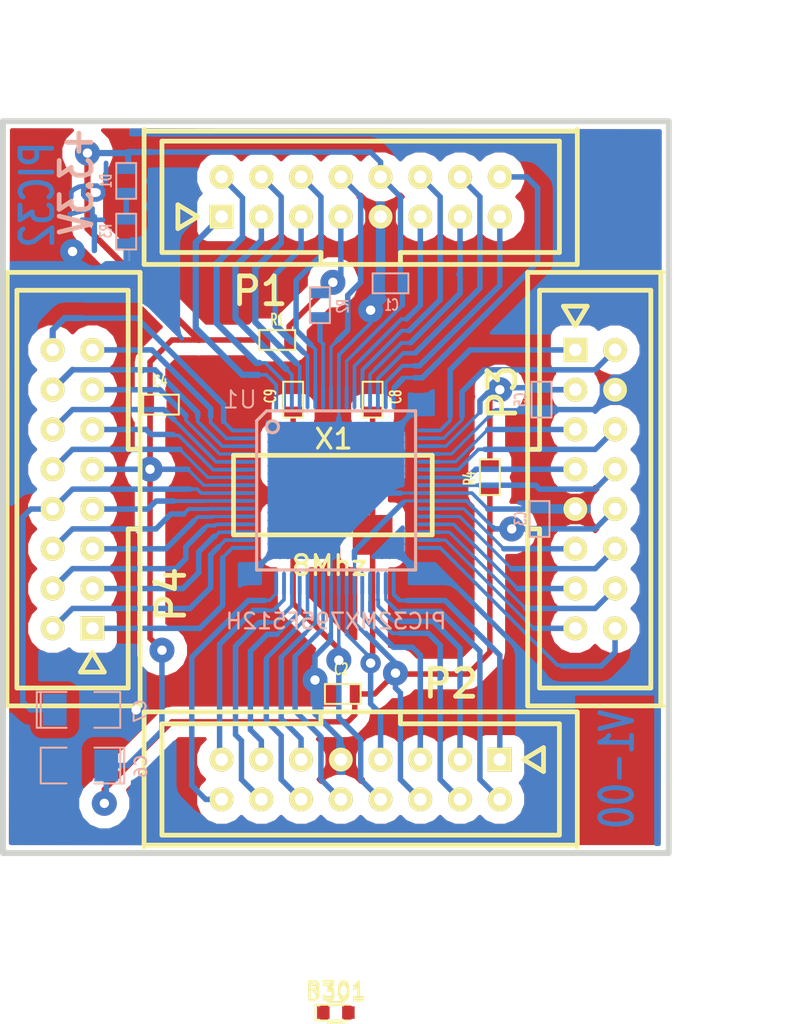
<source format=kicad_pcb>
(kicad_pcb (version 4) (host pcbnew 4.0.7)

  (general
    (links 101)
    (no_connects 70)
    (area 108.902499 44.894499 151.828501 92.011501)
    (thickness 1.6002)
    (drawings 13)
    (tracks 725)
    (zones 0)
    (modules 22)
    (nets 64)
  )

  (page A4)
  (title_block
    (title SO64)
    (date "9 jun 2012")
    (rev V1-00)
    (company "CYBERNETIQUE EN NORD")
    (comment 1 F4DEB)
  )

  (layers
    (0 Dessus signal)
    (31 Dessous signal)
    (32 B.Adhes user)
    (33 F.Adhes user)
    (34 B.Paste user)
    (35 F.Paste user)
    (36 B.SilkS user)
    (37 F.SilkS user)
    (38 B.Mask user)
    (39 F.Mask user)
    (40 Dwgs.User user)
    (41 Cmts.User user)
    (42 Eco1.User user)
    (43 Eco2.User user)
    (44 Edge.Cuts user)
  )

  (setup
    (last_trace_width 0.23114)
    (user_trace_width 0.2032)
    (user_trace_width 0.24892)
    (user_trace_width 0.29972)
    (user_trace_width 0.35052)
    (user_trace_width 0.39878)
    (trace_clearance 0.24892)
    (zone_clearance 0.8001)
    (zone_45_only no)
    (trace_min 0.2032)
    (segment_width 0.381)
    (edge_width 0.381)
    (via_size 1.6002)
    (via_drill 0.59944)
    (via_min_size 0.889)
    (via_min_drill 0.508)
    (uvia_size 0.508)
    (uvia_drill 0.127)
    (uvias_allowed no)
    (uvia_min_size 0.508)
    (uvia_min_drill 0.127)
    (pcb_text_width 0.3048)
    (pcb_text_size 1.524 2.032)
    (mod_edge_width 0.381)
    (mod_text_size 1.524 1.524)
    (mod_text_width 0.3048)
    (pad_size 1.524 1.524)
    (pad_drill 0.8128)
    (pad_to_mask_clearance 0.254)
    (aux_axis_origin 0 0)
    (grid_origin 168.148 63.881)
    (visible_elements 7FFFFF7F)
    (pcbplotparams
      (layerselection 0x010f0_80000001)
      (usegerberextensions true)
      (excludeedgelayer true)
      (linewidth 0.150000)
      (plotframeref false)
      (viasonmask false)
      (mode 1)
      (useauxorigin false)
      (hpglpennumber 1)
      (hpglpenspeed 20)
      (hpglpendiameter 15)
      (hpglpenoverlay 0)
      (psnegative false)
      (psa4output false)
      (plotreference true)
      (plotvalue true)
      (plotinvisibletext false)
      (padsonsilk false)
      (subtractmaskfromsilk false)
      (outputformat 1)
      (mirror false)
      (drillshape 0)
      (scaleselection 1)
      (outputdirectory ""))
  )

  (net 0 "")
  (net 1 GND)
  (net 2 +3V3)
  (net 3 /PIC32MX795F512H/19)
  (net 4 /PIC32MX795F512H/56)
  (net 5 /PIC32MX795F512H/39)
  (net 6 /PIC32MX795F512H/40)
  (net 7 "Net-(D1-Pad2)")
  (net 8 "Net-(D301-Pad2)")
  (net 9 +3.3VP)
  (net 10 /PIC32MX795F512H/2)
  (net 11 /PIC32MX795F512H/1)
  (net 12 /PIC32MX795F512H/4)
  (net 13 /PIC32MX795F512H/3)
  (net 14 /PIC32MX795F512H/6)
  (net 15 /PIC32MX795F512H/5)
  (net 16 /PIC32MX795F512H/8)
  (net 17 /PIC32MX795F512H/7)
  (net 18 /PIC32MX795F512H/12)
  (net 19 /PIC32MX795F512H/11)
  (net 20 /PIC32MX795F512H/14)
  (net 21 /PIC32MX795F512H/13)
  (net 22 /PIC32MX795F512H/16)
  (net 23 /PIC32MX795F512H/15)
  (net 24 /PIC32MX795F512H/34)
  (net 25 /PIC32MX795F512H/33)
  (net 26 /PIC32MX795F512H/36)
  (net 27 /PIC32MX795F512H/35)
  (net 28 /PIC32MX795F512H/37)
  (net 29 /PIC32MX795F512H/42)
  (net 30 /PIC32MX795F512H/44)
  (net 31 /PIC32MX795F512H/43)
  (net 32 /PIC32MX795F512H/46)
  (net 33 /PIC32MX795F512H/45)
  (net 34 /PIC32MX795F512H/48)
  (net 35 /PIC32MX795F512H/47)
  (net 36 /PIC32MX795F512H/18)
  (net 37 /PIC32MX795F512H/17)
  (net 38 /PIC32MX795F512H/22)
  (net 39 /PIC32MX795F512H/21)
  (net 40 /PIC32MX795F512H/24)
  (net 41 /PIC32MX795F512H/23)
  (net 42 /PIC32MX795F512H/28)
  (net 43 /PIC32MX795F512H/27)
  (net 44 /PIC32MX795F512H/30)
  (net 45 /PIC32MX795F512H/29)
  (net 46 /PIC32MX795F512H/32)
  (net 47 /PIC32MX795F512H/31)
  (net 48 /PIC32MX795F512H/50)
  (net 49 /PIC32MX795F512H/49)
  (net 50 /PIC32MX795F512H/52)
  (net 51 /PIC32MX795F512H/51)
  (net 52 /PIC32MX795F512H/54)
  (net 53 /PIC32MX795F512H/53)
  (net 54 /PIC32MX795F512H/55)
  (net 55 /PIC32MX795F512H/58)
  (net 56 /PIC32MX795F512H/60)
  (net 57 /PIC32MX795F512H/59)
  (net 58 /PIC32MX795F512H/62)
  (net 59 /PIC32MX795F512H/61)
  (net 60 /PIC32MX795F512H/64)
  (net 61 /PIC32MX795F512H/63)
  (net 62 "Net-(R2-Pad1)")
  (net 63 GNDD)

  (net_class Default "Ceci est la Netclass par défaut"
    (clearance 0.24892)
    (trace_width 0.23114)
    (via_dia 1.6002)
    (via_drill 0.59944)
    (uvia_dia 0.508)
    (uvia_drill 0.127)
    (add_net +3.3VP)
    (add_net +3V3)
    (add_net /PIC32MX795F512H/1)
    (add_net /PIC32MX795F512H/11)
    (add_net /PIC32MX795F512H/12)
    (add_net /PIC32MX795F512H/13)
    (add_net /PIC32MX795F512H/14)
    (add_net /PIC32MX795F512H/15)
    (add_net /PIC32MX795F512H/16)
    (add_net /PIC32MX795F512H/17)
    (add_net /PIC32MX795F512H/18)
    (add_net /PIC32MX795F512H/19)
    (add_net /PIC32MX795F512H/2)
    (add_net /PIC32MX795F512H/21)
    (add_net /PIC32MX795F512H/22)
    (add_net /PIC32MX795F512H/23)
    (add_net /PIC32MX795F512H/24)
    (add_net /PIC32MX795F512H/27)
    (add_net /PIC32MX795F512H/28)
    (add_net /PIC32MX795F512H/29)
    (add_net /PIC32MX795F512H/3)
    (add_net /PIC32MX795F512H/30)
    (add_net /PIC32MX795F512H/31)
    (add_net /PIC32MX795F512H/32)
    (add_net /PIC32MX795F512H/33)
    (add_net /PIC32MX795F512H/34)
    (add_net /PIC32MX795F512H/35)
    (add_net /PIC32MX795F512H/36)
    (add_net /PIC32MX795F512H/37)
    (add_net /PIC32MX795F512H/39)
    (add_net /PIC32MX795F512H/4)
    (add_net /PIC32MX795F512H/40)
    (add_net /PIC32MX795F512H/42)
    (add_net /PIC32MX795F512H/43)
    (add_net /PIC32MX795F512H/44)
    (add_net /PIC32MX795F512H/45)
    (add_net /PIC32MX795F512H/46)
    (add_net /PIC32MX795F512H/47)
    (add_net /PIC32MX795F512H/48)
    (add_net /PIC32MX795F512H/49)
    (add_net /PIC32MX795F512H/5)
    (add_net /PIC32MX795F512H/50)
    (add_net /PIC32MX795F512H/51)
    (add_net /PIC32MX795F512H/52)
    (add_net /PIC32MX795F512H/53)
    (add_net /PIC32MX795F512H/54)
    (add_net /PIC32MX795F512H/55)
    (add_net /PIC32MX795F512H/56)
    (add_net /PIC32MX795F512H/58)
    (add_net /PIC32MX795F512H/59)
    (add_net /PIC32MX795F512H/6)
    (add_net /PIC32MX795F512H/60)
    (add_net /PIC32MX795F512H/61)
    (add_net /PIC32MX795F512H/62)
    (add_net /PIC32MX795F512H/63)
    (add_net /PIC32MX795F512H/64)
    (add_net /PIC32MX795F512H/7)
    (add_net /PIC32MX795F512H/8)
    (add_net GND)
    (add_net GNDD)
    (add_net "Net-(D1-Pad2)")
    (add_net "Net-(D301-Pad2)")
    (add_net "Net-(R2-Pad1)")
  )

  (module SM0603_Capa (layer Dessous) (tedit 5A4D3C62) (tstamp 4E7088A1)
    (at 143.51 62.865 270)
    (path /5ADB6A62/4E6BC2E0)
    (attr smd)
    (fp_text reference C5 (at 0 1.3462 270) (layer B.SilkS)
      (effects (font (size 0.7112 0.4572) (thickness 0.1143)) (justify mirror))
    )
    (fp_text value 100n (at 0 0 270) (layer B.SilkS) hide
      (effects (font (size 0.7112 0.4572) (thickness 0.1143)) (justify mirror))
    )
    (fp_line (start -1.143 0.635) (end 1.143 0.635) (layer B.SilkS) (width 0.127))
    (fp_line (start 1.143 0.635) (end 1.143 -0.635) (layer B.SilkS) (width 0.127))
    (fp_line (start 1.143 -0.635) (end -1.143 -0.635) (layer B.SilkS) (width 0.127))
    (fp_line (start -1.143 -0.635) (end -1.143 0.635) (layer B.SilkS) (width 0.127))
    (pad 1 smd rect (at -0.762 0 270) (size 0.635 1.143) (layers Dessous B.Paste B.Mask)
      (net 3 /PIC32MX795F512H/19))
    (pad 2 smd rect (at 0.762 0 270) (size 0.635 1.143) (layers Dessous B.Paste B.Mask)
      (net 1 GND))
    (model smd\capacitors\C0603.wrl
      (at (xyz 0 0 0.001))
      (scale (xyz 0.5 0.5 0.5))
      (rotate (xyz 0 0 0))
    )
  )

  (module QTZ (layer Dessus) (tedit 5A4D3C35) (tstamp 4E708897)
    (at 130.175 68.961)
    (path /5ADB6A62/4E6FB4E0)
    (fp_text reference X1 (at 0.0508 -3.5814) (layer F.SilkS)
      (effects (font (size 1.27 1.27) (thickness 0.2032)))
    )
    (fp_text value 8Mhz (at -0.2032 4.4958) (layer F.SilkS)
      (effects (font (size 1.27 1.27) (thickness 0.2032)))
    )
    (fp_line (start -6.35 -2.54) (end 6.35 -2.54) (layer F.SilkS) (width 0.3048))
    (fp_line (start 6.35 -2.54) (end 6.35 2.54) (layer F.SilkS) (width 0.3048))
    (fp_line (start 6.35 2.54) (end -6.35 2.54) (layer F.SilkS) (width 0.3048))
    (fp_line (start -6.35 2.54) (end -6.35 -2.54) (layer F.SilkS) (width 0.3048))
    (pad 1 smd rect (at -2.54 -2.54) (size 2.54 2.54) (layers Dessus F.Paste F.Mask)
      (net 6 /PIC32MX795F512H/40))
    (pad 2 smd rect (at 2.54 -2.54) (size 2.54 2.54) (layers Dessus F.Paste F.Mask)
      (net 5 /PIC32MX795F512H/39))
    (pad 2 smd rect (at 2.54 2.54) (size 2.54 2.54) (layers Dessus F.Paste F.Mask)
      (net 5 /PIC32MX795F512H/39))
    (pad 1 smd rect (at -2.54 2.54) (size 2.54 2.54) (layers Dessus F.Paste F.Mask)
      (net 6 /PIC32MX795F512H/40))
    (model f4deb.3dshapes/Quartz-cms.wrl
      (at (xyz 0 0 0))
      (scale (xyz 1 1 1))
      (rotate (xyz 0 0 0))
    )
  )

  (module SM0603 (layer Dessous) (tedit 5A4D3C6F) (tstamp 4E708895)
    (at 116.967 48.895 270)
    (path /5ADB6A62/4E6BC2AC)
    (attr smd)
    (fp_text reference D1 (at 0 1.2954 270) (layer B.SilkS)
      (effects (font (size 0.7112 0.4572) (thickness 0.1143)) (justify mirror))
    )
    (fp_text value LED (at 0 0 270) (layer B.SilkS) hide
      (effects (font (size 0.7112 0.4572) (thickness 0.1143)) (justify mirror))
    )
    (fp_line (start -1.143 0.635) (end 1.143 0.635) (layer B.SilkS) (width 0.127))
    (fp_line (start 1.143 0.635) (end 1.143 -0.635) (layer B.SilkS) (width 0.127))
    (fp_line (start 1.143 -0.635) (end -1.143 -0.635) (layer B.SilkS) (width 0.127))
    (fp_line (start -1.143 -0.635) (end -1.143 0.635) (layer B.SilkS) (width 0.127))
    (pad 1 smd rect (at -0.762 0 270) (size 0.635 1.143) (layers Dessous B.Paste B.Mask)
      (net 2 +3V3))
    (pad 2 smd rect (at 0.762 0 270) (size 0.635 1.143) (layers Dessous B.Paste B.Mask)
      (net 7 "Net-(D1-Pad2)"))
    (model LEDs.3dshapes/LED_0603.wrl
      (at (xyz 0 0 0.001))
      (scale (xyz 1 1 1))
      (rotate (xyz 0 0 0))
    )
  )

  (module SM0603_Capa (layer Dessus) (tedit 5A4D3C38) (tstamp 4E708893)
    (at 127.635 62.865 90)
    (path /5ADB6A62/4E6FB01D)
    (attr smd)
    (fp_text reference C9 (at 0.2286 -1.4478 90) (layer F.SilkS)
      (effects (font (size 0.7112 0.4572) (thickness 0.1143)))
    )
    (fp_text value 22p (at 0 0 90) (layer F.SilkS) hide
      (effects (font (size 0.7112 0.4572) (thickness 0.1143)))
    )
    (fp_line (start -1.143 -0.635) (end 1.143 -0.635) (layer F.SilkS) (width 0.127))
    (fp_line (start 1.143 -0.635) (end 1.143 0.635) (layer F.SilkS) (width 0.127))
    (fp_line (start 1.143 0.635) (end -1.143 0.635) (layer F.SilkS) (width 0.127))
    (fp_line (start -1.143 0.635) (end -1.143 -0.635) (layer F.SilkS) (width 0.127))
    (pad 1 smd rect (at -0.762 0 90) (size 0.635 1.143) (layers Dessus F.Paste F.Mask)
      (net 6 /PIC32MX795F512H/40))
    (pad 2 smd rect (at 0.762 0 90) (size 0.635 1.143) (layers Dessus F.Paste F.Mask)
      (net 1 GND))
    (model smd\capacitors\C0603.wrl
      (at (xyz 0 0 0.001))
      (scale (xyz 0.5 0.5 0.5))
      (rotate (xyz 0 0 0))
    )
  )

  (module SM0603_Capa (layer Dessus) (tedit 5A4D3C3B) (tstamp 4E708891)
    (at 132.715 62.865 90)
    (path /5ADB6A62/4E6FB01F)
    (attr smd)
    (fp_text reference C8 (at 0.1778 1.4732 90) (layer F.SilkS)
      (effects (font (size 0.7112 0.4572) (thickness 0.1143)))
    )
    (fp_text value 22p (at 0 0 90) (layer F.SilkS) hide
      (effects (font (size 0.7112 0.4572) (thickness 0.1143)))
    )
    (fp_line (start -1.143 -0.635) (end 1.143 -0.635) (layer F.SilkS) (width 0.127))
    (fp_line (start 1.143 -0.635) (end 1.143 0.635) (layer F.SilkS) (width 0.127))
    (fp_line (start 1.143 0.635) (end -1.143 0.635) (layer F.SilkS) (width 0.127))
    (fp_line (start -1.143 0.635) (end -1.143 -0.635) (layer F.SilkS) (width 0.127))
    (pad 1 smd rect (at -0.762 0 90) (size 0.635 1.143) (layers Dessus F.Paste F.Mask)
      (net 5 /PIC32MX795F512H/39))
    (pad 2 smd rect (at 0.762 0 90) (size 0.635 1.143) (layers Dessus F.Paste F.Mask)
      (net 1 GND))
    (model smd\capacitors\C0603.wrl
      (at (xyz 0 0 0.001))
      (scale (xyz 0.5 0.5 0.5))
      (rotate (xyz 0 0 0))
    )
  )

  (module SM0603_Capa (layer Dessus) (tedit 5A4D3C45) (tstamp 4E70888F)
    (at 119.1895 63.1825)
    (path /5ADB6A62/4E6BC2DA)
    (attr smd)
    (fp_text reference C4 (at -0.0381 -1.4859) (layer F.SilkS)
      (effects (font (size 0.7112 0.4572) (thickness 0.1143)))
    )
    (fp_text value 100n (at 0 0) (layer F.SilkS) hide
      (effects (font (size 0.7112 0.4572) (thickness 0.1143)))
    )
    (fp_line (start -1.143 -0.635) (end 1.143 -0.635) (layer F.SilkS) (width 0.127))
    (fp_line (start 1.143 -0.635) (end 1.143 0.635) (layer F.SilkS) (width 0.127))
    (fp_line (start 1.143 0.635) (end -1.143 0.635) (layer F.SilkS) (width 0.127))
    (fp_line (start -1.143 0.635) (end -1.143 -0.635) (layer F.SilkS) (width 0.127))
    (pad 1 smd rect (at -0.762 0) (size 0.635 1.143) (layers Dessus F.Paste F.Mask)
      (net 2 +3V3))
    (pad 2 smd rect (at 0.762 0) (size 0.635 1.143) (layers Dessus F.Paste F.Mask)
      (net 1 GND))
    (model smd\capacitors\C0603.wrl
      (at (xyz 0 0 0.001))
      (scale (xyz 0.5 0.5 0.5))
      (rotate (xyz 0 0 0))
    )
  )

  (module SM0603_Capa (layer Dessous) (tedit 5A4D3C67) (tstamp 4E70888D)
    (at 143.383 70.485 90)
    (path /5ADB6A62/4E6BC2D7)
    (attr smd)
    (fp_text reference C3 (at 0.0254 -1.2192 90) (layer B.SilkS)
      (effects (font (size 0.7112 0.4572) (thickness 0.1143)) (justify mirror))
    )
    (fp_text value 100n (at 0 0 90) (layer B.SilkS) hide
      (effects (font (size 0.7112 0.4572) (thickness 0.1143)) (justify mirror))
    )
    (fp_line (start -1.143 0.635) (end 1.143 0.635) (layer B.SilkS) (width 0.127))
    (fp_line (start 1.143 0.635) (end 1.143 -0.635) (layer B.SilkS) (width 0.127))
    (fp_line (start 1.143 -0.635) (end -1.143 -0.635) (layer B.SilkS) (width 0.127))
    (fp_line (start -1.143 -0.635) (end -1.143 0.635) (layer B.SilkS) (width 0.127))
    (pad 1 smd rect (at -0.762 0 90) (size 0.635 1.143) (layers Dessous B.Paste B.Mask)
      (net 2 +3V3))
    (pad 2 smd rect (at 0.762 0 90) (size 0.635 1.143) (layers Dessous B.Paste B.Mask)
      (net 1 GND))
    (model smd\capacitors\C0603.wrl
      (at (xyz 0 0 0.001))
      (scale (xyz 0.5 0.5 0.5))
      (rotate (xyz 0 0 0))
    )
  )

  (module SM0603_Capa (layer Dessus) (tedit 5A4D3C4F) (tstamp 4E70888B)
    (at 130.81 81.661 180)
    (path /5ADB6A62/4E6BC2D4)
    (attr smd)
    (fp_text reference C2 (at 0.1016 1.5748 180) (layer F.SilkS)
      (effects (font (size 0.7112 0.4572) (thickness 0.1143)))
    )
    (fp_text value 100n (at 0 0 180) (layer F.SilkS) hide
      (effects (font (size 0.7112 0.4572) (thickness 0.1143)))
    )
    (fp_line (start -1.143 -0.635) (end 1.143 -0.635) (layer F.SilkS) (width 0.127))
    (fp_line (start 1.143 -0.635) (end 1.143 0.635) (layer F.SilkS) (width 0.127))
    (fp_line (start 1.143 0.635) (end -1.143 0.635) (layer F.SilkS) (width 0.127))
    (fp_line (start -1.143 0.635) (end -1.143 -0.635) (layer F.SilkS) (width 0.127))
    (pad 1 smd rect (at -0.762 0 180) (size 0.635 1.143) (layers Dessus F.Paste F.Mask)
      (net 2 +3V3))
    (pad 2 smd rect (at 0.762 0 180) (size 0.635 1.143) (layers Dessus F.Paste F.Mask)
      (net 1 GND))
    (model smd\capacitors\C0603.wrl
      (at (xyz 0 0 0.001))
      (scale (xyz 0.5 0.5 0.5))
      (rotate (xyz 0 0 0))
    )
  )

  (module SM0603_Capa (layer Dessous) (tedit 5A4D3C3E) (tstamp 4E708889)
    (at 133.858 55.4355 180)
    (path /5ADB6A62/4E6BC2D0)
    (attr smd)
    (fp_text reference C1 (at -0.0762 -1.3843 180) (layer B.SilkS)
      (effects (font (size 0.7112 0.4572) (thickness 0.1143)) (justify mirror))
    )
    (fp_text value 100n (at 0 0 180) (layer B.SilkS) hide
      (effects (font (size 0.7112 0.4572) (thickness 0.1143)) (justify mirror))
    )
    (fp_line (start -1.143 0.635) (end 1.143 0.635) (layer B.SilkS) (width 0.127))
    (fp_line (start 1.143 0.635) (end 1.143 -0.635) (layer B.SilkS) (width 0.127))
    (fp_line (start 1.143 -0.635) (end -1.143 -0.635) (layer B.SilkS) (width 0.127))
    (fp_line (start -1.143 -0.635) (end -1.143 0.635) (layer B.SilkS) (width 0.127))
    (pad 1 smd rect (at -0.762 0 180) (size 0.635 1.143) (layers Dessous B.Paste B.Mask)
      (net 2 +3V3))
    (pad 2 smd rect (at 0.762 0 180) (size 0.635 1.143) (layers Dessous B.Paste B.Mask)
      (net 1 GND))
    (model smd\capacitors\C0603.wrl
      (at (xyz 0 0 0.001))
      (scale (xyz 0.5 0.5 0.5))
      (rotate (xyz 0 0 0))
    )
  )

  (module SM0603_Resistor (layer Dessous) (tedit 5A4D3C3C) (tstamp 4E708887)
    (at 129.3495 56.8325 90)
    (path /5ADB6A62/4E6BC603)
    (attr smd)
    (fp_text reference R2 (at -0.0635 1.4605 90) (layer B.SilkS)
      (effects (font (size 0.7112 0.4572) (thickness 0.1143)) (justify mirror))
    )
    (fp_text value 470 (at 0 0 90) (layer B.SilkS) hide
      (effects (font (size 0.7112 0.4572) (thickness 0.1143)) (justify mirror))
    )
    (fp_line (start -1.143 0.635) (end 1.143 0.635) (layer B.SilkS) (width 0.127))
    (fp_line (start 1.143 0.635) (end 1.143 -0.635) (layer B.SilkS) (width 0.127))
    (fp_line (start 1.143 -0.635) (end -1.143 -0.635) (layer B.SilkS) (width 0.127))
    (fp_line (start -1.143 -0.635) (end -1.143 0.635) (layer B.SilkS) (width 0.127))
    (pad 1 smd rect (at -0.762 0 90) (size 0.635 1.143) (layers Dessous B.Paste B.Mask)
      (net 62 "Net-(R2-Pad1)"))
    (pad 2 smd rect (at 0.762 0 90) (size 0.635 1.143) (layers Dessous B.Paste B.Mask)
      (net 17 /PIC32MX795F512H/7))
    (model smd\resistors\R0603.wrl
      (at (xyz 0 0 0.001))
      (scale (xyz 0.5 0.5 0.5))
      (rotate (xyz 0 0 0))
    )
  )

  (module SM0603_Resistor (layer Dessus) (tedit 5A4D3C42) (tstamp 4E708885)
    (at 126.619 59.055 180)
    (path /5ADB6A62/4E6BC402)
    (attr smd)
    (fp_text reference R1 (at 0 1.2954 180) (layer F.SilkS)
      (effects (font (size 0.7112 0.4572) (thickness 0.1143)))
    )
    (fp_text value 10k (at 0 0 180) (layer F.SilkS) hide
      (effects (font (size 0.7112 0.4572) (thickness 0.1143)))
    )
    (fp_line (start -1.143 -0.635) (end 1.143 -0.635) (layer F.SilkS) (width 0.127))
    (fp_line (start 1.143 -0.635) (end 1.143 0.635) (layer F.SilkS) (width 0.127))
    (fp_line (start 1.143 0.635) (end -1.143 0.635) (layer F.SilkS) (width 0.127))
    (fp_line (start -1.143 0.635) (end -1.143 -0.635) (layer F.SilkS) (width 0.127))
    (pad 1 smd rect (at -0.762 0 180) (size 0.635 1.143) (layers Dessus F.Paste F.Mask)
      (net 17 /PIC32MX795F512H/7))
    (pad 2 smd rect (at 0.762 0 180) (size 0.635 1.143) (layers Dessus F.Paste F.Mask)
      (net 2 +3V3))
    (model smd\resistors\R0603.wrl
      (at (xyz 0 0 0.001))
      (scale (xyz 0.5 0.5 0.5))
      (rotate (xyz 0 0 0))
    )
  )

  (module SM0603_Resistor (layer Dessous) (tedit 5A4D3C72) (tstamp 4E708883)
    (at 116.967 52.1335 270)
    (path /5ADB6A62/4E6BC2A0)
    (attr smd)
    (fp_text reference R3 (at -0.0381 1.2954 270) (layer B.SilkS)
      (effects (font (size 0.7112 0.4572) (thickness 0.1143)) (justify mirror))
    )
    (fp_text value 1k (at 0 0 270) (layer B.SilkS) hide
      (effects (font (size 0.7112 0.4572) (thickness 0.1143)) (justify mirror))
    )
    (fp_line (start -1.143 0.635) (end 1.143 0.635) (layer B.SilkS) (width 0.127))
    (fp_line (start 1.143 0.635) (end 1.143 -0.635) (layer B.SilkS) (width 0.127))
    (fp_line (start 1.143 -0.635) (end -1.143 -0.635) (layer B.SilkS) (width 0.127))
    (fp_line (start -1.143 -0.635) (end -1.143 0.635) (layer B.SilkS) (width 0.127))
    (pad 1 smd rect (at -0.762 0 270) (size 0.635 1.143) (layers Dessous B.Paste B.Mask)
      (net 7 "Net-(D1-Pad2)"))
    (pad 2 smd rect (at 0.762 0 270) (size 0.635 1.143) (layers Dessous B.Paste B.Mask)
      (net 1 GND))
    (model smd\resistors\R0603.wrl
      (at (xyz 0 0 0.001))
      (scale (xyz 0.5 0.5 0.5))
      (rotate (xyz 0 0 0))
    )
  )

  (module SM0603_Resistor (layer Dessus) (tedit 5A4D3C53) (tstamp 4E708881)
    (at 140.208 67.818 90)
    (path /5ADB6A62/4E6BC2E9)
    (attr smd)
    (fp_text reference R4 (at -0.0762 -1.2954 90) (layer F.SilkS)
      (effects (font (size 0.7112 0.4572) (thickness 0.1143)))
    )
    (fp_text value 0 (at 0 0 90) (layer F.SilkS) hide
      (effects (font (size 0.7112 0.4572) (thickness 0.1143)))
    )
    (fp_line (start -1.143 -0.635) (end 1.143 -0.635) (layer F.SilkS) (width 0.127))
    (fp_line (start 1.143 -0.635) (end 1.143 0.635) (layer F.SilkS) (width 0.127))
    (fp_line (start 1.143 0.635) (end -1.143 0.635) (layer F.SilkS) (width 0.127))
    (fp_line (start -1.143 0.635) (end -1.143 -0.635) (layer F.SilkS) (width 0.127))
    (pad 1 smd rect (at -0.762 0 90) (size 0.635 1.143) (layers Dessus F.Paste F.Mask)
      (net 2 +3V3))
    (pad 2 smd rect (at 0.762 0 90) (size 0.635 1.143) (layers Dessus F.Paste F.Mask)
      (net 3 /PIC32MX795F512H/19))
    (model smd\resistors\R0603.wrl
      (at (xyz 0 0 0.001))
      (scale (xyz 0.5 0.5 0.5))
      (rotate (xyz 0 0 0))
    )
  )

  (module SM1206POL (layer Dessous) (tedit 5A4D3C4B) (tstamp 4E70887F)
    (at 114.046 82.677)
    (path /5ADB6A62/4E6BC694)
    (attr smd)
    (fp_text reference C7 (at 3.81 0.0762 90) (layer B.SilkS)
      (effects (font (size 0.762 0.762) (thickness 0.127)) (justify mirror))
    )
    (fp_text value 10u/10V (at 0 0) (layer B.SilkS) hide
      (effects (font (size 0.762 0.762) (thickness 0.127)) (justify mirror))
    )
    (fp_line (start -2.54 1.143) (end -2.794 1.143) (layer B.SilkS) (width 0.127))
    (fp_line (start -2.794 1.143) (end -2.794 -1.143) (layer B.SilkS) (width 0.127))
    (fp_line (start -2.794 -1.143) (end -2.54 -1.143) (layer B.SilkS) (width 0.127))
    (fp_line (start -2.54 1.143) (end -2.54 -1.143) (layer B.SilkS) (width 0.127))
    (fp_line (start -2.54 -1.143) (end -0.889 -1.143) (layer B.SilkS) (width 0.127))
    (fp_line (start 0.889 1.143) (end 2.54 1.143) (layer B.SilkS) (width 0.127))
    (fp_line (start 2.54 1.143) (end 2.54 -1.143) (layer B.SilkS) (width 0.127))
    (fp_line (start 2.54 -1.143) (end 0.889 -1.143) (layer B.SilkS) (width 0.127))
    (fp_line (start -0.889 1.143) (end -2.54 1.143) (layer B.SilkS) (width 0.127))
    (pad 1 smd rect (at -1.651 0) (size 1.524 2.032) (layers Dessous B.Paste B.Mask)
      (net 4 /PIC32MX795F512H/56))
    (pad 2 smd rect (at 1.651 0) (size 1.524 2.032) (layers Dessous B.Paste B.Mask)
      (net 1 GND))
    (model smd/chip_cms_pol.wrl
      (at (xyz 0 0 0))
      (scale (xyz 0.17 0.16 0.16))
      (rotate (xyz 0 0 0))
    )
  )

  (module SM1206POL (layer Dessous) (tedit 5A4D3C49) (tstamp 4E70887D)
    (at 114.046 86.233 180)
    (path /5ADB6A62/4E6FB3DC)
    (attr smd)
    (fp_text reference C6 (at -3.8608 -0.0508 450) (layer B.SilkS)
      (effects (font (size 0.762 0.762) (thickness 0.127)) (justify mirror))
    )
    (fp_text value 10u/10V (at 0 0 180) (layer B.SilkS) hide
      (effects (font (size 0.762 0.762) (thickness 0.127)) (justify mirror))
    )
    (fp_line (start -2.54 1.143) (end -2.794 1.143) (layer B.SilkS) (width 0.127))
    (fp_line (start -2.794 1.143) (end -2.794 -1.143) (layer B.SilkS) (width 0.127))
    (fp_line (start -2.794 -1.143) (end -2.54 -1.143) (layer B.SilkS) (width 0.127))
    (fp_line (start -2.54 1.143) (end -2.54 -1.143) (layer B.SilkS) (width 0.127))
    (fp_line (start -2.54 -1.143) (end -0.889 -1.143) (layer B.SilkS) (width 0.127))
    (fp_line (start 0.889 1.143) (end 2.54 1.143) (layer B.SilkS) (width 0.127))
    (fp_line (start 2.54 1.143) (end 2.54 -1.143) (layer B.SilkS) (width 0.127))
    (fp_line (start 2.54 -1.143) (end 0.889 -1.143) (layer B.SilkS) (width 0.127))
    (fp_line (start -0.889 1.143) (end -2.54 1.143) (layer B.SilkS) (width 0.127))
    (pad 1 smd rect (at -1.651 0 180) (size 1.524 2.032) (layers Dessous B.Paste B.Mask)
      (net 2 +3V3))
    (pad 2 smd rect (at 1.651 0 180) (size 1.524 2.032) (layers Dessous B.Paste B.Mask)
      (net 1 GND))
    (model smd/chip_cms_pol.wrl
      (at (xyz 0 0 0))
      (scale (xyz 0.17 0.16 0.16))
      (rotate (xyz 0 0 0))
    )
  )

  (module TQFP_64 (layer Dessous) (tedit 5A4D3C5B) (tstamp 4E70887B)
    (at 130.302 68.58)
    (tags "TQFP64 TQFP SMD IC")
    (path /5ADB6A62/4E706F39)
    (fp_text reference U1 (at -6.0706 -5.715) (layer B.SilkS)
      (effects (font (size 1.09982 1.09982) (thickness 0.127)) (justify mirror))
    )
    (fp_text value PIC32MX795F512H (at 0.0762 8.4328) (layer B.SilkS)
      (effects (font (size 1.00076 1.00076) (thickness 0.1524)) (justify mirror))
    )
    (fp_circle (center -3.98272 -3.98272) (end -3.98272 -3.60172) (layer B.SilkS) (width 0.2032))
    (fp_line (start 5.16128 5.16128) (end -4.99872 5.16128) (layer B.SilkS) (width 0.2032))
    (fp_line (start -4.99872 5.16128) (end -4.99872 -4.36372) (layer B.SilkS) (width 0.2032))
    (fp_line (start -4.99872 -4.36372) (end -4.36372 -4.99872) (layer B.SilkS) (width 0.2032))
    (fp_line (start -4.36372 -4.99872) (end 5.16128 -4.99872) (layer B.SilkS) (width 0.2032))
    (fp_line (start 5.16128 -4.99872) (end 5.16128 5.16128) (layer B.SilkS) (width 0.2032))
    (pad 1 smd rect (at -3.74904 -5.86994) (size 0.24892 1.524) (layers Dessous B.Paste B.Mask)
      (net 11 /PIC32MX795F512H/1))
    (pad 2 smd oval (at -3.24866 -5.86994) (size 0.24892 1.524) (layers Dessous B.Paste B.Mask)
      (net 10 /PIC32MX795F512H/2))
    (pad 3 smd oval (at -2.74828 -5.86994) (size 0.24892 1.524) (layers Dessous B.Paste B.Mask)
      (net 13 /PIC32MX795F512H/3))
    (pad 4 smd oval (at -2.2479 -5.86994) (size 0.24892 1.524) (layers Dessous B.Paste B.Mask)
      (net 12 /PIC32MX795F512H/4))
    (pad 5 smd oval (at -1.74752 -5.86994) (size 0.24892 1.524) (layers Dessous B.Paste B.Mask)
      (net 15 /PIC32MX795F512H/5))
    (pad 6 smd oval (at -1.24968 -5.86994) (size 0.24892 1.524) (layers Dessous B.Paste B.Mask)
      (net 14 /PIC32MX795F512H/6))
    (pad 7 smd oval (at -0.7493 -5.86994) (size 0.24892 1.524) (layers Dessous B.Paste B.Mask)
      (net 62 "Net-(R2-Pad1)"))
    (pad 8 smd oval (at -0.24892 -5.86994) (size 0.24892 1.524) (layers Dessous B.Paste B.Mask)
      (net 16 /PIC32MX795F512H/8))
    (pad 9 smd oval (at 0.25146 -5.86994) (size 0.24892 1.524) (layers Dessous B.Paste B.Mask)
      (net 1 GND))
    (pad 10 smd oval (at 0.75184 -5.86994) (size 0.24892 1.524) (layers Dessous B.Paste B.Mask)
      (net 2 +3V3))
    (pad 11 smd oval (at 1.25222 -5.86994) (size 0.24892 1.524) (layers Dessous B.Paste B.Mask)
      (net 19 /PIC32MX795F512H/11))
    (pad 12 smd oval (at 1.75006 -5.86994) (size 0.24892 1.524) (layers Dessous B.Paste B.Mask)
      (net 18 /PIC32MX795F512H/12))
    (pad 13 smd oval (at 2.25044 -5.86994) (size 0.24892 1.524) (layers Dessous B.Paste B.Mask)
      (net 21 /PIC32MX795F512H/13))
    (pad 14 smd oval (at 2.75082 -5.86994) (size 0.24892 1.524) (layers Dessous B.Paste B.Mask)
      (net 20 /PIC32MX795F512H/14))
    (pad 15 smd oval (at 3.2512 -5.86994) (size 0.24892 1.524) (layers Dessous B.Paste B.Mask)
      (net 23 /PIC32MX795F512H/15))
    (pad 16 smd oval (at 3.75158 -5.86994) (size 0.24892 1.524) (layers Dessous B.Paste B.Mask)
      (net 22 /PIC32MX795F512H/16))
    (pad 17 smd oval (at 6.0325 -3.74904) (size 1.524 0.24892) (layers Dessous B.Paste B.Mask)
      (net 37 /PIC32MX795F512H/17))
    (pad 18 smd oval (at 6.0325 -3.24866) (size 1.524 0.24892) (layers Dessous B.Paste B.Mask)
      (net 36 /PIC32MX795F512H/18))
    (pad 19 smd oval (at 6.0325 -2.74828) (size 1.524 0.24892) (layers Dessous B.Paste B.Mask)
      (net 3 /PIC32MX795F512H/19))
    (pad 20 smd oval (at 6.0325 -2.2479) (size 1.524 0.24892) (layers Dessous B.Paste B.Mask)
      (net 1 GND))
    (pad 21 smd oval (at 6.0325 -1.74752) (size 1.524 0.24892) (layers Dessous B.Paste B.Mask)
      (net 39 /PIC32MX795F512H/21))
    (pad 22 smd oval (at 6.0325 -1.24968) (size 1.524 0.24892) (layers Dessous B.Paste B.Mask)
      (net 38 /PIC32MX795F512H/22))
    (pad 23 smd oval (at 6.0325 -0.7493) (size 1.524 0.24892) (layers Dessous B.Paste B.Mask)
      (net 41 /PIC32MX795F512H/23))
    (pad 24 smd oval (at 6.0325 -0.24892) (size 1.524 0.24892) (layers Dessous B.Paste B.Mask)
      (net 40 /PIC32MX795F512H/24))
    (pad 25 smd oval (at 6.0325 0.25146) (size 1.524 0.24892) (layers Dessous B.Paste B.Mask)
      (net 1 GND))
    (pad 26 smd oval (at 6.0325 0.75184) (size 1.524 0.24892) (layers Dessous B.Paste B.Mask)
      (net 2 +3V3))
    (pad 27 smd oval (at 6.0325 1.25222) (size 1.524 0.24892) (layers Dessous B.Paste B.Mask)
      (net 43 /PIC32MX795F512H/27))
    (pad 28 smd oval (at 6.0325 1.75006) (size 1.524 0.24892) (layers Dessous B.Paste B.Mask)
      (net 42 /PIC32MX795F512H/28))
    (pad 29 smd oval (at 6.0325 2.25044) (size 1.524 0.24892) (layers Dessous B.Paste B.Mask)
      (net 45 /PIC32MX795F512H/29))
    (pad 30 smd oval (at 6.0325 2.75082) (size 1.524 0.24892) (layers Dessous B.Paste B.Mask)
      (net 44 /PIC32MX795F512H/30))
    (pad 31 smd oval (at 6.0325 3.2512) (size 1.524 0.24892) (layers Dessous B.Paste B.Mask)
      (net 47 /PIC32MX795F512H/31))
    (pad 32 smd oval (at 6.0325 3.75158) (size 1.524 0.24892) (layers Dessous B.Paste B.Mask)
      (net 46 /PIC32MX795F512H/32))
    (pad 33 smd oval (at 3.75158 6.0325) (size 0.24892 1.524) (layers Dessous B.Paste B.Mask)
      (net 25 /PIC32MX795F512H/33))
    (pad 34 smd oval (at 3.2512 6.0325) (size 0.24892 1.524) (layers Dessous B.Paste B.Mask)
      (net 24 /PIC32MX795F512H/34))
    (pad 35 smd oval (at 2.75082 6.0325) (size 0.24892 1.524) (layers Dessous B.Paste B.Mask)
      (net 27 /PIC32MX795F512H/35))
    (pad 36 smd oval (at 2.25044 6.0325) (size 0.24892 1.524) (layers Dessous B.Paste B.Mask)
      (net 26 /PIC32MX795F512H/36))
    (pad 37 smd oval (at 1.75006 6.0325) (size 0.24892 1.524) (layers Dessous B.Paste B.Mask)
      (net 28 /PIC32MX795F512H/37))
    (pad 38 smd oval (at 1.25222 6.0325) (size 0.24892 1.524) (layers Dessous B.Paste B.Mask)
      (net 2 +3V3))
    (pad 39 smd oval (at 0.75184 6.0325) (size 0.24892 1.524) (layers Dessous B.Paste B.Mask)
      (net 5 /PIC32MX795F512H/39))
    (pad 40 smd oval (at 0.25146 6.0325) (size 0.24892 1.524) (layers Dessous B.Paste B.Mask)
      (net 6 /PIC32MX795F512H/40))
    (pad 41 smd oval (at -0.24892 6.0325) (size 0.24892 1.524) (layers Dessous B.Paste B.Mask)
      (net 1 GND))
    (pad 42 smd oval (at -0.7493 6.0325) (size 0.24892 1.524) (layers Dessous B.Paste B.Mask)
      (net 29 /PIC32MX795F512H/42))
    (pad 43 smd oval (at -1.24968 6.0325) (size 0.24892 1.524) (layers Dessous B.Paste B.Mask)
      (net 31 /PIC32MX795F512H/43))
    (pad 44 smd oval (at -1.74752 6.0325) (size 0.24892 1.524) (layers Dessous B.Paste B.Mask)
      (net 30 /PIC32MX795F512H/44))
    (pad 45 smd oval (at -2.2479 6.0325) (size 0.24892 1.524) (layers Dessous B.Paste B.Mask)
      (net 33 /PIC32MX795F512H/45))
    (pad 46 smd oval (at -2.74828 6.0325) (size 0.24892 1.524) (layers Dessous B.Paste B.Mask)
      (net 32 /PIC32MX795F512H/46))
    (pad 47 smd oval (at -3.24866 6.0325) (size 0.24892 1.524) (layers Dessous B.Paste B.Mask)
      (net 35 /PIC32MX795F512H/47))
    (pad 48 smd oval (at -3.74904 6.0325) (size 0.24892 1.524) (layers Dessous B.Paste B.Mask)
      (net 34 /PIC32MX795F512H/48))
    (pad 49 smd oval (at -5.86994 3.75158) (size 1.524 0.24892) (layers Dessous B.Paste B.Mask)
      (net 49 /PIC32MX795F512H/49))
    (pad 50 smd oval (at -5.86994 3.2512) (size 1.524 0.24892) (layers Dessous B.Paste B.Mask)
      (net 48 /PIC32MX795F512H/50))
    (pad 52 smd oval (at -5.86994 2.25044) (size 1.524 0.24892) (layers Dessous B.Paste B.Mask)
      (net 50 /PIC32MX795F512H/52))
    (pad 51 smd oval (at -5.88772 2.75082) (size 1.524 0.24892) (layers Dessous B.Paste B.Mask)
      (net 51 /PIC32MX795F512H/51))
    (pad 53 smd oval (at -5.86994 1.75006) (size 1.524 0.24892) (layers Dessous B.Paste B.Mask)
      (net 53 /PIC32MX795F512H/53))
    (pad 54 smd oval (at -5.86994 1.25222) (size 1.524 0.24892) (layers Dessous B.Paste B.Mask)
      (net 52 /PIC32MX795F512H/54))
    (pad 55 smd oval (at -5.86994 0.75184) (size 1.524 0.24892) (layers Dessous B.Paste B.Mask)
      (net 54 /PIC32MX795F512H/55))
    (pad 56 smd oval (at -5.86994 0.25146) (size 1.524 0.24892) (layers Dessous B.Paste B.Mask)
      (net 4 /PIC32MX795F512H/56))
    (pad 57 smd oval (at -5.86994 -0.24892) (size 1.524 0.24892) (layers Dessous B.Paste B.Mask)
      (net 2 +3V3))
    (pad 58 smd oval (at -5.86994 -0.7493) (size 1.524 0.24892) (layers Dessous B.Paste B.Mask)
      (net 55 /PIC32MX795F512H/58))
    (pad 59 smd oval (at -5.86994 -1.24206) (size 1.524 0.24892) (layers Dessous B.Paste B.Mask)
      (net 57 /PIC32MX795F512H/59))
    (pad 60 smd oval (at -5.86994 -1.74244) (size 1.524 0.24892) (layers Dessous B.Paste B.Mask)
      (net 56 /PIC32MX795F512H/60))
    (pad 61 smd oval (at -5.86994 -2.24282) (size 1.524 0.24892) (layers Dessous B.Paste B.Mask)
      (net 59 /PIC32MX795F512H/61))
    (pad 62 smd oval (at -5.86994 -2.7432) (size 1.524 0.24892) (layers Dessous B.Paste B.Mask)
      (net 58 /PIC32MX795F512H/62))
    (pad 63 smd oval (at -5.86994 -3.24104) (size 1.524 0.24892) (layers Dessous B.Paste B.Mask)
      (net 61 /PIC32MX795F512H/63))
    (pad 64 smd oval (at -5.86994 -3.74142) (size 1.524 0.24892) (layers Dessous B.Paste B.Mask)
      (net 60 /PIC32MX795F512H/64))
    (model smd/TQFP_64.wrl
      (at (xyz 0 0 0.001))
      (scale (xyz 0.3937 0.3937 0.3937))
      (rotate (xyz 0 0 0))
    )
  )

  (module he10-16d (layer Dessus) (tedit 5A4D3C20) (tstamp 4E70889F)
    (at 131.953 49.911)
    (descr "Connecteur HE10 16 contacts droit")
    (tags "CONN HE10")
    (path /5ADB6A62/4E7070D7)
    (fp_text reference P1 (at -6.4262 6.0198) (layer F.SilkS)
      (effects (font (size 1.778 1.778) (thickness 0.3048)))
    )
    (fp_text value CONN_8X2 (at 12.7 6.096) (layer F.SilkS) hide
      (effects (font (size 1.778 1.778) (thickness 0.3048)))
    )
    (fp_line (start 13.843 4.318) (end -13.843 4.318) (layer F.SilkS) (width 0.3048))
    (fp_line (start -13.843 -4.191) (end 13.716 -4.191) (layer F.SilkS) (width 0.3048))
    (fp_line (start -2.54 4.318) (end -2.54 3.556) (layer F.SilkS) (width 0.3048))
    (fp_line (start -2.54 3.556) (end -12.7 3.556) (layer F.SilkS) (width 0.3048))
    (fp_line (start -12.7 3.556) (end -12.7 -3.556) (layer F.SilkS) (width 0.3048))
    (fp_line (start -12.7 -3.556) (end 12.7 -3.556) (layer F.SilkS) (width 0.3048))
    (fp_line (start 12.7 -3.556) (end 12.7 3.556) (layer F.SilkS) (width 0.3048))
    (fp_line (start 12.7 3.556) (end 2.54 3.556) (layer F.SilkS) (width 0.3048))
    (fp_line (start 2.54 3.556) (end 2.54 4.318) (layer F.SilkS) (width 0.3048))
    (fp_line (start -13.843 4.318) (end -13.843 -4.318) (layer F.SilkS) (width 0.3048))
    (fp_line (start 13.843 -4.318) (end 13.843 4.318) (layer F.SilkS) (width 0.3048))
    (fp_line (start -10.414 1.27) (end -11.684 0.508) (layer F.SilkS) (width 0.3048))
    (fp_line (start -11.684 0.508) (end -11.684 2.032) (layer F.SilkS) (width 0.3048))
    (fp_line (start -11.684 2.032) (end -10.414 1.27) (layer F.SilkS) (width 0.3048))
    (pad 1 thru_hole rect (at -8.89 1.27) (size 1.524 1.524) (drill 0.8001) (layers *.Cu *.Mask F.SilkS)
      (net 10 /PIC32MX795F512H/2))
    (pad 2 thru_hole circle (at -8.89 -1.27) (size 1.524 1.524) (drill 0.8001) (layers *.Cu *.Mask F.SilkS)
      (net 11 /PIC32MX795F512H/1))
    (pad 3 thru_hole circle (at -6.35 1.27) (size 1.524 1.524) (drill 0.8001) (layers *.Cu *.Mask F.SilkS)
      (net 12 /PIC32MX795F512H/4))
    (pad 4 thru_hole circle (at -6.35 -1.27) (size 1.524 1.524) (drill 0.8001) (layers *.Cu *.Mask F.SilkS)
      (net 13 /PIC32MX795F512H/3))
    (pad 5 thru_hole circle (at -3.81 1.27) (size 1.524 1.524) (drill 0.8001) (layers *.Cu *.Mask F.SilkS)
      (net 14 /PIC32MX795F512H/6))
    (pad 6 thru_hole circle (at -3.81 -1.27) (size 1.524 1.524) (drill 0.8001) (layers *.Cu *.Mask F.SilkS)
      (net 15 /PIC32MX795F512H/5))
    (pad 7 thru_hole circle (at -1.27 1.27) (size 1.524 1.524) (drill 0.8001) (layers *.Cu *.Mask F.SilkS)
      (net 16 /PIC32MX795F512H/8))
    (pad 8 thru_hole circle (at -1.27 -1.27) (size 1.524 1.524) (drill 0.8001) (layers *.Cu *.Mask F.SilkS)
      (net 17 /PIC32MX795F512H/7))
    (pad 9 thru_hole circle (at 1.27 1.27) (size 1.524 1.524) (drill 0.8001) (layers *.Cu *.Mask F.SilkS)
      (net 2 +3V3))
    (pad 10 thru_hole circle (at 1.27 -1.27) (size 1.524 1.524) (drill 0.8001) (layers *.Cu *.Mask F.SilkS)
      (net 1 GND))
    (pad 11 thru_hole circle (at 3.81 1.27) (size 1.524 1.524) (drill 0.8001) (layers *.Cu *.Mask F.SilkS)
      (net 18 /PIC32MX795F512H/12))
    (pad 12 thru_hole circle (at 3.81 -1.27) (size 1.524 1.524) (drill 0.8001) (layers *.Cu *.Mask F.SilkS)
      (net 19 /PIC32MX795F512H/11))
    (pad 13 thru_hole circle (at 6.35 1.27) (size 1.524 1.524) (drill 0.8001) (layers *.Cu *.Mask F.SilkS)
      (net 20 /PIC32MX795F512H/14))
    (pad 14 thru_hole circle (at 6.35 -1.27) (size 1.524 1.524) (drill 0.8001) (layers *.Cu *.Mask F.SilkS)
      (net 21 /PIC32MX795F512H/13))
    (pad 15 thru_hole circle (at 8.89 1.27) (size 1.524 1.524) (drill 0.8001) (layers *.Cu *.Mask F.SilkS)
      (net 22 /PIC32MX795F512H/16))
    (pad 16 thru_hole circle (at 8.89 -1.27) (size 1.524 1.524) (drill 0.8001) (layers *.Cu *.Mask F.SilkS)
      (net 23 /PIC32MX795F512H/15))
    (model conn_strip/vasch_strip_8x2.wrl
      (at (xyz 0 0 0))
      (scale (xyz 1 1 1))
      (rotate (xyz 0 0 0))
    )
  )

  (module he10-16d (layer Dessus) (tedit 5A4D3C23) (tstamp 4E70889D)
    (at 131.953 87.122 180)
    (descr "Connecteur HE10 16 contacts droit")
    (tags "CONN HE10")
    (path /5ADB6A62/4E7070E3)
    (fp_text reference P2 (at -5.7658 6.1214 180) (layer F.SilkS)
      (effects (font (size 1.778 1.778) (thickness 0.3048)))
    )
    (fp_text value CONN_8X2 (at 12.7 6.096 180) (layer F.SilkS) hide
      (effects (font (size 1.778 1.778) (thickness 0.3048)))
    )
    (fp_line (start 13.843 4.318) (end -13.843 4.318) (layer F.SilkS) (width 0.3048))
    (fp_line (start -13.843 -4.191) (end 13.716 -4.191) (layer F.SilkS) (width 0.3048))
    (fp_line (start -2.54 4.318) (end -2.54 3.556) (layer F.SilkS) (width 0.3048))
    (fp_line (start -2.54 3.556) (end -12.7 3.556) (layer F.SilkS) (width 0.3048))
    (fp_line (start -12.7 3.556) (end -12.7 -3.556) (layer F.SilkS) (width 0.3048))
    (fp_line (start -12.7 -3.556) (end 12.7 -3.556) (layer F.SilkS) (width 0.3048))
    (fp_line (start 12.7 -3.556) (end 12.7 3.556) (layer F.SilkS) (width 0.3048))
    (fp_line (start 12.7 3.556) (end 2.54 3.556) (layer F.SilkS) (width 0.3048))
    (fp_line (start 2.54 3.556) (end 2.54 4.318) (layer F.SilkS) (width 0.3048))
    (fp_line (start -13.843 4.318) (end -13.843 -4.318) (layer F.SilkS) (width 0.3048))
    (fp_line (start 13.843 -4.318) (end 13.843 4.318) (layer F.SilkS) (width 0.3048))
    (fp_line (start -10.414 1.27) (end -11.684 0.508) (layer F.SilkS) (width 0.3048))
    (fp_line (start -11.684 0.508) (end -11.684 2.032) (layer F.SilkS) (width 0.3048))
    (fp_line (start -11.684 2.032) (end -10.414 1.27) (layer F.SilkS) (width 0.3048))
    (pad 1 thru_hole rect (at -8.89 1.27 180) (size 1.524 1.524) (drill 0.8001) (layers *.Cu *.Mask F.SilkS)
      (net 24 /PIC32MX795F512H/34))
    (pad 2 thru_hole circle (at -8.89 -1.27 180) (size 1.524 1.524) (drill 0.8001) (layers *.Cu *.Mask F.SilkS)
      (net 25 /PIC32MX795F512H/33))
    (pad 3 thru_hole circle (at -6.35 1.27 180) (size 1.524 1.524) (drill 0.8001) (layers *.Cu *.Mask F.SilkS)
      (net 26 /PIC32MX795F512H/36))
    (pad 4 thru_hole circle (at -6.35 -1.27 180) (size 1.524 1.524) (drill 0.8001) (layers *.Cu *.Mask F.SilkS)
      (net 27 /PIC32MX795F512H/35))
    (pad 5 thru_hole circle (at -3.81 1.27 180) (size 1.524 1.524) (drill 0.8001) (layers *.Cu *.Mask F.SilkS)
      (net 2 +3V3))
    (pad 6 thru_hole circle (at -3.81 -1.27 180) (size 1.524 1.524) (drill 0.8001) (layers *.Cu *.Mask F.SilkS)
      (net 28 /PIC32MX795F512H/37))
    (pad 7 thru_hole circle (at -1.27 1.27 180) (size 1.524 1.524) (drill 0.8001) (layers *.Cu *.Mask F.SilkS)
      (net 6 /PIC32MX795F512H/40))
    (pad 8 thru_hole circle (at -1.27 -1.27 180) (size 1.524 1.524) (drill 0.8001) (layers *.Cu *.Mask F.SilkS)
      (net 5 /PIC32MX795F512H/39))
    (pad 9 thru_hole circle (at 1.27 1.27 180) (size 1.524 1.524) (drill 0.8001) (layers *.Cu *.Mask F.SilkS)
      (net 29 /PIC32MX795F512H/42))
    (pad 10 thru_hole circle (at 1.27 -1.27 180) (size 1.524 1.524) (drill 0.8001) (layers *.Cu *.Mask F.SilkS)
      (net 1 GND))
    (pad 11 thru_hole circle (at 3.81 1.27 180) (size 1.524 1.524) (drill 0.8001) (layers *.Cu *.Mask F.SilkS)
      (net 30 /PIC32MX795F512H/44))
    (pad 12 thru_hole circle (at 3.81 -1.27 180) (size 1.524 1.524) (drill 0.8001) (layers *.Cu *.Mask F.SilkS)
      (net 31 /PIC32MX795F512H/43))
    (pad 13 thru_hole circle (at 6.35 1.27 180) (size 1.524 1.524) (drill 0.8001) (layers *.Cu *.Mask F.SilkS)
      (net 32 /PIC32MX795F512H/46))
    (pad 14 thru_hole circle (at 6.35 -1.27 180) (size 1.524 1.524) (drill 0.8001) (layers *.Cu *.Mask F.SilkS)
      (net 33 /PIC32MX795F512H/45))
    (pad 15 thru_hole circle (at 8.89 1.27 180) (size 1.524 1.524) (drill 0.8001) (layers *.Cu *.Mask F.SilkS)
      (net 34 /PIC32MX795F512H/48))
    (pad 16 thru_hole circle (at 8.89 -1.27 180) (size 1.524 1.524) (drill 0.8001) (layers *.Cu *.Mask F.SilkS)
      (net 35 /PIC32MX795F512H/47))
    (model conn_strip/vasch_strip_8x2.wrl
      (at (xyz 0 0 0))
      (scale (xyz 1 1 1))
      (rotate (xyz 0 0 0))
    )
  )

  (module he10-16d (layer Dessus) (tedit 5A4D3C1E) (tstamp 4E70889B)
    (at 146.939 68.58 270)
    (descr "Connecteur HE10 16 contacts droit")
    (tags "CONN HE10")
    (path /5ADB6A62/4E7070DC)
    (fp_text reference P3 (at -6.1722 5.9436 270) (layer F.SilkS)
      (effects (font (size 1.778 1.778) (thickness 0.3048)))
    )
    (fp_text value CONN_8X2 (at 12.7 6.096 270) (layer F.SilkS) hide
      (effects (font (size 1.778 1.778) (thickness 0.3048)))
    )
    (fp_line (start 13.843 4.318) (end -13.843 4.318) (layer F.SilkS) (width 0.3048))
    (fp_line (start -13.843 -4.191) (end 13.716 -4.191) (layer F.SilkS) (width 0.3048))
    (fp_line (start -2.54 4.318) (end -2.54 3.556) (layer F.SilkS) (width 0.3048))
    (fp_line (start -2.54 3.556) (end -12.7 3.556) (layer F.SilkS) (width 0.3048))
    (fp_line (start -12.7 3.556) (end -12.7 -3.556) (layer F.SilkS) (width 0.3048))
    (fp_line (start -12.7 -3.556) (end 12.7 -3.556) (layer F.SilkS) (width 0.3048))
    (fp_line (start 12.7 -3.556) (end 12.7 3.556) (layer F.SilkS) (width 0.3048))
    (fp_line (start 12.7 3.556) (end 2.54 3.556) (layer F.SilkS) (width 0.3048))
    (fp_line (start 2.54 3.556) (end 2.54 4.318) (layer F.SilkS) (width 0.3048))
    (fp_line (start -13.843 4.318) (end -13.843 -4.318) (layer F.SilkS) (width 0.3048))
    (fp_line (start 13.843 -4.318) (end 13.843 4.318) (layer F.SilkS) (width 0.3048))
    (fp_line (start -10.414 1.27) (end -11.684 0.508) (layer F.SilkS) (width 0.3048))
    (fp_line (start -11.684 0.508) (end -11.684 2.032) (layer F.SilkS) (width 0.3048))
    (fp_line (start -11.684 2.032) (end -10.414 1.27) (layer F.SilkS) (width 0.3048))
    (pad 1 thru_hole rect (at -8.89 1.27 270) (size 1.524 1.524) (drill 0.8001) (layers *.Cu *.Mask F.SilkS)
      (net 36 /PIC32MX795F512H/18))
    (pad 2 thru_hole circle (at -8.89 -1.27 270) (size 1.524 1.524) (drill 0.8001) (layers *.Cu *.Mask F.SilkS)
      (net 37 /PIC32MX795F512H/17))
    (pad 3 thru_hole circle (at -6.35 1.27 270) (size 1.524 1.524) (drill 0.8001) (layers *.Cu *.Mask F.SilkS)
      (net 1 GND))
    (pad 4 thru_hole circle (at -6.35 -1.27 270) (size 1.524 1.524) (drill 0.8001) (layers *.Cu *.Mask F.SilkS)
      (net 3 /PIC32MX795F512H/19))
    (pad 5 thru_hole circle (at -3.81 1.27 270) (size 1.524 1.524) (drill 0.8001) (layers *.Cu *.Mask F.SilkS)
      (net 38 /PIC32MX795F512H/22))
    (pad 6 thru_hole circle (at -3.81 -1.27 270) (size 1.524 1.524) (drill 0.8001) (layers *.Cu *.Mask F.SilkS)
      (net 39 /PIC32MX795F512H/21))
    (pad 7 thru_hole circle (at -1.27 1.27 270) (size 1.524 1.524) (drill 0.8001) (layers *.Cu *.Mask F.SilkS)
      (net 40 /PIC32MX795F512H/24))
    (pad 8 thru_hole circle (at -1.27 -1.27 270) (size 1.524 1.524) (drill 0.8001) (layers *.Cu *.Mask F.SilkS)
      (net 41 /PIC32MX795F512H/23))
    (pad 9 thru_hole circle (at 1.27 1.27 270) (size 1.524 1.524) (drill 0.8001) (layers *.Cu *.Mask F.SilkS)
      (net 2 +3V3))
    (pad 10 thru_hole circle (at 1.27 -1.27 270) (size 1.524 1.524) (drill 0.8001) (layers *.Cu *.Mask F.SilkS)
      (net 1 GND))
    (pad 11 thru_hole circle (at 3.81 1.27 270) (size 1.524 1.524) (drill 0.8001) (layers *.Cu *.Mask F.SilkS)
      (net 42 /PIC32MX795F512H/28))
    (pad 12 thru_hole circle (at 3.81 -1.27 270) (size 1.524 1.524) (drill 0.8001) (layers *.Cu *.Mask F.SilkS)
      (net 43 /PIC32MX795F512H/27))
    (pad 13 thru_hole circle (at 6.35 1.27 270) (size 1.524 1.524) (drill 0.8001) (layers *.Cu *.Mask F.SilkS)
      (net 44 /PIC32MX795F512H/30))
    (pad 14 thru_hole circle (at 6.35 -1.27 270) (size 1.524 1.524) (drill 0.8001) (layers *.Cu *.Mask F.SilkS)
      (net 45 /PIC32MX795F512H/29))
    (pad 15 thru_hole circle (at 8.89 1.27 270) (size 1.524 1.524) (drill 0.8001) (layers *.Cu *.Mask F.SilkS)
      (net 46 /PIC32MX795F512H/32))
    (pad 16 thru_hole circle (at 8.89 -1.27 270) (size 1.524 1.524) (drill 0.8001) (layers *.Cu *.Mask F.SilkS)
      (net 47 /PIC32MX795F512H/31))
    (model conn_strip/vasch_strip_8x2.wrl
      (at (xyz 0 0 0))
      (scale (xyz 1 1 1))
      (rotate (xyz 0 0 0))
    )
  )

  (module he10-16d (layer Dessus) (tedit 5A4D3C22) (tstamp 4E708899)
    (at 113.538 68.58 90)
    (descr "Connecteur HE10 16 contacts droit")
    (tags "CONN HE10")
    (path /5ADB6A62/4E7070E5)
    (fp_text reference P4 (at -6.731 6.2992 90) (layer F.SilkS)
      (effects (font (size 1.778 1.778) (thickness 0.3048)))
    )
    (fp_text value CONN_8X2 (at 12.7 6.096 90) (layer F.SilkS) hide
      (effects (font (size 1.778 1.778) (thickness 0.3048)))
    )
    (fp_line (start 13.843 4.318) (end -13.843 4.318) (layer F.SilkS) (width 0.3048))
    (fp_line (start -13.843 -4.191) (end 13.716 -4.191) (layer F.SilkS) (width 0.3048))
    (fp_line (start -2.54 4.318) (end -2.54 3.556) (layer F.SilkS) (width 0.3048))
    (fp_line (start -2.54 3.556) (end -12.7 3.556) (layer F.SilkS) (width 0.3048))
    (fp_line (start -12.7 3.556) (end -12.7 -3.556) (layer F.SilkS) (width 0.3048))
    (fp_line (start -12.7 -3.556) (end 12.7 -3.556) (layer F.SilkS) (width 0.3048))
    (fp_line (start 12.7 -3.556) (end 12.7 3.556) (layer F.SilkS) (width 0.3048))
    (fp_line (start 12.7 3.556) (end 2.54 3.556) (layer F.SilkS) (width 0.3048))
    (fp_line (start 2.54 3.556) (end 2.54 4.318) (layer F.SilkS) (width 0.3048))
    (fp_line (start -13.843 4.318) (end -13.843 -4.318) (layer F.SilkS) (width 0.3048))
    (fp_line (start 13.843 -4.318) (end 13.843 4.318) (layer F.SilkS) (width 0.3048))
    (fp_line (start -10.414 1.27) (end -11.684 0.508) (layer F.SilkS) (width 0.3048))
    (fp_line (start -11.684 0.508) (end -11.684 2.032) (layer F.SilkS) (width 0.3048))
    (fp_line (start -11.684 2.032) (end -10.414 1.27) (layer F.SilkS) (width 0.3048))
    (pad 1 thru_hole rect (at -8.89 1.27 90) (size 1.524 1.524) (drill 0.8001) (layers *.Cu *.Mask F.SilkS)
      (net 48 /PIC32MX795F512H/50))
    (pad 2 thru_hole circle (at -8.89 -1.27 90) (size 1.524 1.524) (drill 0.8001) (layers *.Cu *.Mask F.SilkS)
      (net 49 /PIC32MX795F512H/49))
    (pad 3 thru_hole circle (at -6.35 1.27 90) (size 1.524 1.524) (drill 0.8001) (layers *.Cu *.Mask F.SilkS)
      (net 50 /PIC32MX795F512H/52))
    (pad 4 thru_hole circle (at -6.35 -1.27 90) (size 1.524 1.524) (drill 0.8001) (layers *.Cu *.Mask F.SilkS)
      (net 51 /PIC32MX795F512H/51))
    (pad 5 thru_hole circle (at -3.81 1.27 90) (size 1.524 1.524) (drill 0.8001) (layers *.Cu *.Mask F.SilkS)
      (net 52 /PIC32MX795F512H/54))
    (pad 6 thru_hole circle (at -3.81 -1.27 90) (size 1.524 1.524) (drill 0.8001) (layers *.Cu *.Mask F.SilkS)
      (net 53 /PIC32MX795F512H/53))
    (pad 7 thru_hole circle (at -1.27 1.27 90) (size 1.524 1.524) (drill 0.8001) (layers *.Cu *.Mask F.SilkS)
      (net 4 /PIC32MX795F512H/56))
    (pad 8 thru_hole circle (at -1.27 -1.27 90) (size 1.524 1.524) (drill 0.8001) (layers *.Cu *.Mask F.SilkS)
      (net 54 /PIC32MX795F512H/55))
    (pad 9 thru_hole circle (at 1.27 1.27 90) (size 1.524 1.524) (drill 0.8001) (layers *.Cu *.Mask F.SilkS)
      (net 55 /PIC32MX795F512H/58))
    (pad 10 thru_hole circle (at 1.27 -1.27 90) (size 1.524 1.524) (drill 0.8001) (layers *.Cu *.Mask F.SilkS)
      (net 2 +3V3))
    (pad 11 thru_hole circle (at 3.81 1.27 90) (size 1.524 1.524) (drill 0.8001) (layers *.Cu *.Mask F.SilkS)
      (net 56 /PIC32MX795F512H/60))
    (pad 12 thru_hole circle (at 3.81 -1.27 90) (size 1.524 1.524) (drill 0.8001) (layers *.Cu *.Mask F.SilkS)
      (net 57 /PIC32MX795F512H/59))
    (pad 13 thru_hole circle (at 6.35 1.27 90) (size 1.524 1.524) (drill 0.8001) (layers *.Cu *.Mask F.SilkS)
      (net 58 /PIC32MX795F512H/62))
    (pad 14 thru_hole circle (at 6.35 -1.27 90) (size 1.524 1.524) (drill 0.8001) (layers *.Cu *.Mask F.SilkS)
      (net 59 /PIC32MX795F512H/61))
    (pad 15 thru_hole circle (at 8.89 1.27 90) (size 1.524 1.524) (drill 0.8001) (layers *.Cu *.Mask F.SilkS)
      (net 60 /PIC32MX795F512H/64))
    (pad 16 thru_hole circle (at 8.89 -1.27 90) (size 1.524 1.524) (drill 0.8001) (layers *.Cu *.Mask F.SilkS)
      (net 61 /PIC32MX795F512H/63))
    (model conn_strip/vasch_strip_8x2.wrl
      (at (xyz 0 0 0))
      (scale (xyz 1 1 1))
      (rotate (xyz 0 0 0))
    )
  )

  (module LEDs:LED_0603 (layer Dessus) (tedit 57FE93A5) (tstamp 5ADB8ED2)
    (at 130.3655 102.011501)
    (descr "LED 0603 smd package")
    (tags "LED led 0603 SMD smd SMT smt smdled SMDLED smtled SMTLED")
    (path /5ADB6C5D/5ADB70D7)
    (attr smd)
    (fp_text reference D301 (at 0 -1.25) (layer F.SilkS)
      (effects (font (size 1 1) (thickness 0.15)))
    )
    (fp_text value LED (at 0 1.35) (layer F.Fab)
      (effects (font (size 1 1) (thickness 0.15)))
    )
    (fp_line (start -1.3 -0.5) (end -1.3 0.5) (layer F.SilkS) (width 0.12))
    (fp_line (start -0.2 -0.2) (end -0.2 0.2) (layer F.Fab) (width 0.1))
    (fp_line (start -0.15 0) (end 0.15 -0.2) (layer F.Fab) (width 0.1))
    (fp_line (start 0.15 0.2) (end -0.15 0) (layer F.Fab) (width 0.1))
    (fp_line (start 0.15 -0.2) (end 0.15 0.2) (layer F.Fab) (width 0.1))
    (fp_line (start 0.8 0.4) (end -0.8 0.4) (layer F.Fab) (width 0.1))
    (fp_line (start 0.8 -0.4) (end 0.8 0.4) (layer F.Fab) (width 0.1))
    (fp_line (start -0.8 -0.4) (end 0.8 -0.4) (layer F.Fab) (width 0.1))
    (fp_line (start -0.8 0.4) (end -0.8 -0.4) (layer F.Fab) (width 0.1))
    (fp_line (start -1.3 0.5) (end 0.8 0.5) (layer F.SilkS) (width 0.12))
    (fp_line (start -1.3 -0.5) (end 0.8 -0.5) (layer F.SilkS) (width 0.12))
    (fp_line (start 1.45 -0.65) (end 1.45 0.65) (layer F.CrtYd) (width 0.05))
    (fp_line (start 1.45 0.65) (end -1.45 0.65) (layer F.CrtYd) (width 0.05))
    (fp_line (start -1.45 0.65) (end -1.45 -0.65) (layer F.CrtYd) (width 0.05))
    (fp_line (start -1.45 -0.65) (end 1.45 -0.65) (layer F.CrtYd) (width 0.05))
    (pad 2 smd rect (at 0.8 0 180) (size 0.8 0.8) (layers Dessus F.Paste F.Mask)
      (net 8 "Net-(D301-Pad2)"))
    (pad 1 smd rect (at -0.8 0 180) (size 0.8 0.8) (layers Dessus F.Paste F.Mask)
      (net 9 +3.3VP))
    (model ${KISYS3DMOD}/LEDs.3dshapes/LED_0603.wrl
      (at (xyz 0 0 0))
      (scale (xyz 1 1 1))
      (rotate (xyz 0 0 180))
    )
  )

  (module Resistors_SMD:R_0603 (layer Dessus) (tedit 58E0A804) (tstamp 5ADB8EE3)
    (at 130.3655 102.011501)
    (descr "Resistor SMD 0603, reflow soldering, Vishay (see dcrcw.pdf)")
    (tags "resistor 0603")
    (path /5ADB6C5D/5ADB70D8)
    (attr smd)
    (fp_text reference R301 (at 0 -1.45) (layer F.SilkS)
      (effects (font (size 1 1) (thickness 0.15)))
    )
    (fp_text value 1k (at 0 1.5) (layer F.Fab)
      (effects (font (size 1 1) (thickness 0.15)))
    )
    (fp_text user %R (at 0 0) (layer F.Fab)
      (effects (font (size 0.4 0.4) (thickness 0.075)))
    )
    (fp_line (start -0.8 0.4) (end -0.8 -0.4) (layer F.Fab) (width 0.1))
    (fp_line (start 0.8 0.4) (end -0.8 0.4) (layer F.Fab) (width 0.1))
    (fp_line (start 0.8 -0.4) (end 0.8 0.4) (layer F.Fab) (width 0.1))
    (fp_line (start -0.8 -0.4) (end 0.8 -0.4) (layer F.Fab) (width 0.1))
    (fp_line (start 0.5 0.68) (end -0.5 0.68) (layer F.SilkS) (width 0.12))
    (fp_line (start -0.5 -0.68) (end 0.5 -0.68) (layer F.SilkS) (width 0.12))
    (fp_line (start -1.25 -0.7) (end 1.25 -0.7) (layer F.CrtYd) (width 0.05))
    (fp_line (start -1.25 -0.7) (end -1.25 0.7) (layer F.CrtYd) (width 0.05))
    (fp_line (start 1.25 0.7) (end 1.25 -0.7) (layer F.CrtYd) (width 0.05))
    (fp_line (start 1.25 0.7) (end -1.25 0.7) (layer F.CrtYd) (width 0.05))
    (pad 1 smd rect (at -0.75 0) (size 0.5 0.9) (layers Dessus F.Paste F.Mask)
      (net 8 "Net-(D301-Pad2)"))
    (pad 2 smd rect (at 0.75 0) (size 0.5 0.9) (layers Dessus F.Paste F.Mask)
      (net 63 GNDD))
    (model ${KISYS3DMOD}/Resistors_SMD.3dshapes/R_0603.wrl
      (at (xyz 0 0 0))
      (scale (xyz 1 1 1))
      (rotate (xyz 0 0 0))
    )
  )

  (dimension 46.736 (width 0.3048) (layer Dwgs.User)
    (gr_text "46,736 mm" (at 158.8516 68.453 270) (layer Dwgs.User)
      (effects (font (size 2.032 1.524) (thickness 0.3048)))
    )
    (feature1 (pts (xy 154.559 91.821) (xy 160.4772 91.821)))
    (feature2 (pts (xy 154.559 45.085) (xy 160.4772 45.085)))
    (crossbar (pts (xy 157.226 45.085) (xy 157.226 91.821)))
    (arrow1a (pts (xy 157.226 91.821) (xy 156.639579 90.694496)))
    (arrow1b (pts (xy 157.226 91.821) (xy 157.812421 90.694496)))
    (arrow2a (pts (xy 157.226 45.085) (xy 156.639579 46.211504)))
    (arrow2b (pts (xy 157.226 45.085) (xy 157.812421 46.211504)))
  )
  (dimension 42.545 (width 0.3048) (layer Dwgs.User)
    (gr_text "42,545 mm" (at 130.3655 39.7764) (layer Dwgs.User)
      (effects (font (size 2.032 1.524) (thickness 0.3048)))
    )
    (feature1 (pts (xy 151.638 42.926) (xy 151.638 38.1508)))
    (feature2 (pts (xy 109.093 42.926) (xy 109.093 38.1508)))
    (crossbar (pts (xy 109.093 41.402) (xy 151.638 41.402)))
    (arrow1a (pts (xy 151.638 41.402) (xy 150.511496 41.988421)))
    (arrow1b (pts (xy 151.638 41.402) (xy 150.511496 40.815579)))
    (arrow2a (pts (xy 109.093 41.402) (xy 110.219504 41.988421)))
    (arrow2b (pts (xy 109.093 41.402) (xy 110.219504 40.815579)))
  )
  (gr_text +3.3V (at 113.792 48.895 90) (layer B.SilkS)
    (effects (font (size 2.032 1.524) (thickness 0.3048)) (justify mirror))
  )
  (gr_line (start 109.093 45.085) (end 109.22 45.085) (angle 90) (layer Edge.Cuts) (width 0.381))
  (gr_line (start 109.093 91.821) (end 109.093 45.085) (angle 90) (layer Edge.Cuts) (width 0.381))
  (gr_line (start 109.22 91.821) (end 109.093 91.821) (angle 90) (layer Edge.Cuts) (width 0.381))
  (gr_line (start 151.638 91.821) (end 109.22 91.821) (angle 90) (layer Edge.Cuts) (width 0.381))
  (gr_line (start 151.638 91.694) (end 151.638 91.821) (angle 90) (layer Edge.Cuts) (width 0.381))
  (gr_line (start 151.638 45.085) (end 151.638 91.694) (angle 90) (layer Edge.Cuts) (width 0.381))
  (gr_line (start 151.511 45.085) (end 151.638 45.085) (angle 90) (layer Edge.Cuts) (width 0.381))
  (gr_line (start 109.22 45.085) (end 151.511 45.085) (angle 90) (layer Edge.Cuts) (width 0.381))
  (gr_text "PIC32\n_64" (at 112.9284 49.784 90) (layer Dessous)
    (effects (font (size 2.032 1.524) (thickness 0.3048)) (justify mirror))
  )
  (gr_text V1-00 (at 148.336 86.487 90) (layer Dessous)
    (effects (font (size 2.032 1.524) (thickness 0.3048)) (justify mirror))
  )

  (segment (start 114.935 53.34) (end 114.935 51.181) (width 0.35052) (layer Dessous) (net 0))
  (segment (start 133.223 47.6885) (end 132.588 47.0535) (width 0.35052) (layer Dessous) (net 1))
  (segment (start 133.223 48.641) (end 133.223 47.6885) (width 0.35052) (layer Dessous) (net 1))
  (segment (start 133.223 48.641) (end 134.493 49.911) (width 0.35052) (layer Dessous) (net 1))
  (segment (start 146.939 71.12) (end 148.209 69.85) (width 0.35052) (layer Dessous) (net 1))
  (segment (start 129.413 84.3915) (end 129.413 87.122) (width 0.35052) (layer Dessous) (net 1))
  (segment (start 127.762 82.7405) (end 129.413 84.3915) (width 0.35052) (layer Dessous) (net 1))
  (segment (start 129.413 87.122) (end 130.683 88.392) (width 0.35052) (layer Dessous) (net 1))
  (segment (start 127.762 79.248) (end 129.286 77.724) (width 0.29972) (layer Dessous) (net 1))
  (segment (start 127.762 79.248) (end 127.762 82.7405) (width 0.35052) (layer Dessous) (net 1))
  (segment (start 130.55346 72.01154) (end 130.05308 72.51192) (width 0.35052) (layer Dessous) (net 1))
  (segment (start 129.921 81.661) (end 129.032 80.772) (width 0.35052) (layer Dessus) (net 1))
  (segment (start 117.475 80.772) (end 117.602 80.772) (width 0.35052) (layer Dessus) (net 1))
  (segment (start 116.586 56.4515) (end 113.538 53.4035) (width 0.39878) (layer Dessus) (net 1))
  (segment (start 117.475 71.501) (end 116.586 70.612) (width 0.39878) (layer Dessus) (net 1))
  (segment (start 133.096 55.4355) (end 133.096 56.642) (width 0.35052) (layer Dessous) (net 1))
  (segment (start 117.602 82.677) (end 117.475 82.55) (width 0.39878) (layer Dessus) (net 1))
  (segment (start 130.55346 68.83146) (end 130.55346 68.834) (width 0.35052) (layer Dessous) (net 1))
  (segment (start 130.55346 68.834) (end 130.55346 72.01154) (width 0.35052) (layer Dessous) (net 1))
  (segment (start 129.921 81.661) (end 129.032 80.772) (width 0.35052) (layer Dessus) (net 1))
  (segment (start 117.475 82.55) (end 117.475 80.772) (width 0.39878) (layer Dessus) (net 1))
  (segment (start 115.697 82.677) (end 117.602 82.677) (width 0.35052) (layer Dessous) (net 1))
  (segment (start 117.475 80.772) (end 117.475 71.501) (width 0.39878) (layer Dessus) (net 1))
  (segment (start 128.5875 61.087) (end 127.635 61.087) (width 0.35052) (layer Dessus) (net 1))
  (segment (start 130.55346 68.834) (end 134.493 68.834) (width 0.35052) (layer Dessous) (net 1))
  (segment (start 116.586 70.612) (end 116.586 56.4515) (width 0.39878) (layer Dessus) (net 1))
  (segment (start 130.55346 64.07404) (end 130.556 64.0715) (width 0.35052) (layer Dessous) (net 1))
  (via (at 113.538 53.4035) (size 1.6002) (layers Dessus Dessous) (net 1))
  (segment (start 130.05308 72.51192) (end 130.05308 74.6125) (width 0.2032) (layer Dessous) (net 1))
  (segment (start 114.046 56.261) (end 113.9825 56.261) (width 0.35052) (layer Dessous) (net 1))
  (segment (start 113.9825 56.261) (end 113.919 56.261) (width 0.35052) (layer Dessous) (net 1))
  (segment (start 113.919 56.261) (end 113.4745 55.8165) (width 0.35052) (layer Dessous) (net 1))
  (segment (start 116.967 52.8955) (end 116.967 55.499) (width 0.35052) (layer Dessous) (net 1))
  (segment (start 136.3345 66.3321) (end 137.7569 66.3321) (width 0.2032) (layer Dessous) (net 1))
  (segment (start 133.096 55.4355) (end 133.096 51.308) (width 0.35052) (layer Dessous) (net 1))
  (segment (start 136.3345 68.83146) (end 139.06246 68.83146) (width 0.23114) (layer Dessous) (net 1))
  (segment (start 133.096 56.642) (end 132.588 57.15) (width 0.35052) (layer Dessous) (net 1))
  (segment (start 130.55346 60.4266) (end 130.5814 60.39866) (width 0.23114) (layer Dessous) (net 1))
  (segment (start 134.493 68.834) (end 134.493 68.83146) (width 0.35052) (layer Dessous) (net 1))
  (segment (start 130.55346 62.71006) (end 130.55346 60.4266) (width 0.23114) (layer Dessous) (net 1))
  (segment (start 130.01752 78.26248) (end 130.01752 77.88148) (width 0.35052) (layer Dessous) (net 1))
  (segment (start 130.5687 59.9948) (end 130.5687 60.39866) (width 0.24892) (layer Dessous) (net 1))
  (segment (start 132.588 57.9755) (end 130.5687 59.9948) (width 0.24892) (layer Dessous) (net 1))
  (segment (start 132.588 57.15) (end 132.588 57.9755) (width 0.24892) (layer Dessous) (net 1))
  (segment (start 130.05308 77.84592) (end 130.01752 77.88148) (width 0.23114) (layer Dessous) (net 1))
  (segment (start 130.05308 74.6125) (end 130.05308 77.84592) (width 0.23114) (layer Dessous) (net 1))
  (segment (start 130.55346 66.3321) (end 130.55346 64.07404) (width 0.35052) (layer Dessous) (net 1))
  (segment (start 130.556 64.0715) (end 130.55346 64.0715) (width 0.35052) (layer Dessous) (net 1))
  (segment (start 129.032 79.375) (end 129.032 80.772) (width 0.35052) (layer Dessous) (net 1))
  (segment (start 129.032 79.248) (end 130.01752 78.26248) (width 0.35052) (layer Dessous) (net 1))
  (segment (start 129.032 79.375) (end 129.032 79.248) (width 0.35052) (layer Dessous) (net 1))
  (segment (start 130.05308 74.6125) (end 130.05308 76.2254) (width 0.2032) (layer Dessous) (net 1))
  (segment (start 130.06832 77.88148) (end 130.06832 76.24064) (width 0.24892) (layer Dessous) (net 1))
  (segment (start 130.01752 77.88148) (end 130.06832 77.88148) (width 0.24892) (layer Dessous) (net 1))
  (segment (start 130.09118 76.24064) (end 130.06832 76.24064) (width 0.2032) (layer Dessous) (net 1))
  (segment (start 130.06832 76.24064) (end 130.09118 76.24064) (width 0.2032) (layer Dessous) (net 1))
  (segment (start 130.05308 76.2254) (end 130.06832 76.24064) (width 0.2032) (layer Dessous) (net 1))
  (segment (start 114.3 56.261) (end 114.046 56.261) (width 0.35052) (layer Dessous) (net 1))
  (segment (start 139.06246 68.83146) (end 140.081 69.85) (width 0.23114) (layer Dessous) (net 1))
  (segment (start 130.5814 60.39866) (end 130.5687 60.39866) (width 0.23114) (layer Dessous) (net 1))
  (via (at 117.602 82.677) (size 1.6002) (layers Dessus Dessous) (net 1))
  (segment (start 130.5687 60.39866) (end 130.5687 60.39866) (width 0.24892) (layer Dessous) (net 1))
  (segment (start 127.635 62.103) (end 127.635 61.087) (width 0.35052) (layer Dessus) (net 1))
  (segment (start 132.588 57.15) (end 132.5245 57.15) (width 0.35052) (layer Dessus) (net 1))
  (via (at 129.032 80.772) (size 1.6002) (layers Dessus Dessous) (net 1))
  (segment (start 122.047 61.087) (end 127.4445 61.087) (width 0.35052) (layer Dessus) (net 1))
  (segment (start 119.9515 63.1825) (end 122.047 61.087) (width 0.35052) (layer Dessus) (net 1))
  (segment (start 117.602 82.677) (end 117.729 82.55) (width 0.35052) (layer Dessus) (net 1))
  (segment (start 140.462 63.627) (end 140.208 63.881) (width 0.35052) (layer Dessous) (net 1))
  (segment (start 130.55346 66.3321) (end 130.55346 68.83146) (width 0.35052) (layer Dessous) (net 1))
  (segment (start 143.51 63.627) (end 140.462 63.627) (width 0.35052) (layer Dessous) (net 1))
  (segment (start 127.635 62.103) (end 127.635 61.214) (width 0.35052) (layer Dessus) (net 1))
  (segment (start 115.697 82.931) (end 112.395 86.233) (width 0.35052) (layer Dessous) (net 1))
  (segment (start 142.621 63.5) (end 142.494 63.627) (width 0.35052) (layer Dessous) (net 1))
  (segment (start 117.602 82.677) (end 117.602 80.772) (width 0.35052) (layer Dessus) (net 1))
  (segment (start 144.526 63.5) (end 142.621 63.5) (width 0.35052) (layer Dessous) (net 1))
  (segment (start 140.208 63.881) (end 140.589 63.5) (width 0.2032) (layer Dessous) (net 1))
  (segment (start 137.7569 66.3321) (end 140.208 63.881) (width 0.2032) (layer Dessous) (net 1))
  (segment (start 144.526 63.5) (end 146.939 63.5) (width 0.35052) (layer Dessous) (net 1))
  (segment (start 130.55346 62.71006) (end 130.55346 64.0715) (width 0.2032) (layer Dessous) (net 1))
  (segment (start 132.5245 57.15) (end 128.5875 61.087) (width 0.35052) (layer Dessus) (net 1))
  (via (at 132.588 57.15) (size 1.6002) (layers Dessus Dessous) (net 1))
  (segment (start 116.205 56.261) (end 114.3 56.261) (width 0.35052) (layer Dessous) (net 1))
  (segment (start 144.399 63.627) (end 144.526 63.5) (width 0.35052) (layer Dessous) (net 1))
  (segment (start 113.538 55.753) (end 113.538 53.4035) (width 0.35052) (layer Dessous) (net 1))
  (segment (start 127.4445 61.087) (end 127.635 61.087) (width 0.35052) (layer Dessus) (net 1))
  (segment (start 117.729 82.55) (end 117.729 80.899) (width 0.35052) (layer Dessus) (net 1))
  (segment (start 113.4745 55.8165) (end 113.538 55.753) (width 0.35052) (layer Dessous) (net 1))
  (segment (start 116.967 55.499) (end 116.205 56.261) (width 0.35052) (layer Dessous) (net 1))
  (segment (start 139.06246 68.83146) (end 140.081 69.85) (width 0.2032) (layer Dessous) (net 1))
  (segment (start 130.048 81.661) (end 129.921 81.661) (width 0.35052) (layer Dessus) (net 1))
  (segment (start 140.589 63.5) (end 144.526 63.5) (width 0.2032) (layer Dessous) (net 1))
  (segment (start 129.032 80.772) (end 117.602 80.772) (width 0.35052) (layer Dessus) (net 1))
  (segment (start 136.3345 68.83146) (end 134.493 68.83146) (width 0.2032) (layer Dessous) (net 1))
  (segment (start 115.697 82.931) (end 112.395 86.233) (width 0.35052) (layer Dessous) (net 1))
  (segment (start 134.493 68.83146) (end 130.55346 68.83146) (width 0.2032) (layer Dessous) (net 1))
  (segment (start 143.51 63.627) (end 144.399 63.627) (width 0.35052) (layer Dessous) (net 1))
  (segment (start 115.697 82.677) (end 115.697 82.931) (width 0.35052) (layer Dessous) (net 1))
  (segment (start 143.383 69.723) (end 145.542 69.723) (width 0.35052) (layer Dessous) (net 1))
  (segment (start 132.715 62.103) (end 127.635 62.103) (width 0.35052) (layer Dessus) (net 1))
  (segment (start 136.3345 66.3321) (end 130.55346 66.3321) (width 0.2032) (layer Dessous) (net 1))
  (segment (start 131.55422 77.13472) (end 132.2705 77.851) (width 0.24892) (layer Dessous) (net 2))
  (segment (start 145.034 71.12) (end 146.939 71.12) (width 0.35052) (layer Dessous) (net 2))
  (segment (start 115.697 88.519) (end 115.697 86.233) (width 0.35052) (layer Dessous) (net 2))
  (segment (start 119.888 83.439) (end 115.57 87.757) (width 0.35052) (layer Dessus) (net 2))
  (segment (start 131.572 82.9945) (end 131.1275 83.439) (width 0.35052) (layer Dessus) (net 2))
  (segment (start 119.253 84.0105) (end 119.253 78.867) (width 0.35052) (layer Dessous) (net 2))
  (segment (start 131.55422 74.6125) (end 131.55422 76.835) (width 0.2032) (layer Dessous) (net 2))
  (via (at 115.57 88.646) (size 1.6002) (layers Dessus Dessous) (net 2))
  (segment (start 117.094 48.006) (end 116.967 48.133) (width 0.39878) (layer Dessous) (net 2))
  (segment (start 138.811 80.391) (end 134.1755 80.391) (width 0.35052) (layer Dessus) (net 2))
  (segment (start 117.0305 86.233) (end 119.253 84.0105) (width 0.35052) (layer Dessous) (net 2))
  (segment (start 121.6025 59.055) (end 114.4905 51.943) (width 0.39878) (layer Dessus) (net 2))
  (segment (start 131.572 81.661) (end 131.572 82.9945) (width 0.35052) (layer Dessus) (net 2))
  (segment (start 145.034 71.12) (end 143.51 71.12) (width 0.35052) (layer Dessous) (net 2))
  (segment (start 118.5545 47.0535) (end 117.094 47.0535) (width 0.39878) (layer Dessous) (net 2))
  (segment (start 118.491 78.105) (end 119.253 78.867) (width 0.35052) (layer Dessus) (net 2))
  (segment (start 118.491 67.31) (end 118.491 78.105) (width 0.35052) (layer Dessus) (net 2))
  (segment (start 140.208 71.12) (end 140.208 78.994) (width 0.35052) (layer Dessus) (net 2))
  (segment (start 140.4493 70.9803) (end 140.589 71.12) (width 0.2032) (layer Dessous) (net 2))
  (segment (start 134.1755 80.3275) (end 134.1755 80.391) (width 0.35052) (layer Dessus) (net 2))
  (segment (start 119.888 59.055) (end 120.269 59.055) (width 0.35052) (layer Dessus) (net 2))
  (segment (start 115.57 87.757) (end 115.57 88.646) (width 0.35052) (layer Dessus) (net 2))
  (segment (start 120.269 59.055) (end 121.6025 59.055) (width 0.35052) (layer Dessus) (net 2))
  (segment (start 118.491 63.246) (end 118.491 67.31) (width 0.35052) (layer Dessus) (net 2))
  (segment (start 118.4275 63.1825) (end 118.491 63.246) (width 0.35052) (layer Dessus) (net 2))
  (segment (start 140.208 78.994) (end 138.811 80.391) (width 0.35052) (layer Dessus) (net 2))
  (segment (start 117.094 47.0535) (end 117.094 48.006) (width 0.39878) (layer Dessous) (net 2))
  (segment (start 115.697 86.233) (end 117.0305 86.233) (width 0.35052) (layer Dessous) (net 2))
  (segment (start 115.57 88.646) (end 115.697 88.519) (width 0.35052) (layer Dessous) (net 2))
  (segment (start 131.55422 73.025) (end 131.55422 72.53478) (width 0.35052) (layer Dessous) (net 2))
  (via (at 134.1755 80.3275) (size 1.6002) (layers Dessus Dessous) (net 2))
  (segment (start 140.208 71.12) (end 141.605 71.12) (width 0.35052) (layer Dessus) (net 2))
  (segment (start 132.588 47.0535) (end 118.5545 47.0535) (width 0.35052) (layer Dessous) (net 2))
  (segment (start 140.589 71.12) (end 141.605 71.12) (width 0.35052) (layer Dessous) (net 2))
  (segment (start 131.572 81.661) (end 132.842 81.661) (width 0.35052) (layer Dessus) (net 2))
  (segment (start 132.842 81.661) (end 134.1755 80.3275) (width 0.35052) (layer Dessus) (net 2))
  (segment (start 142.748 71.12) (end 142.621 71.247) (width 0.35052) (layer Dessous) (net 2))
  (segment (start 118.491 67.31) (end 118.491 60.452) (width 0.35052) (layer Dessus) (net 2))
  (via (at 118.491 67.31) (size 1.6002) (layers Dessus Dessous) (net 2))
  (segment (start 121.6025 59.055) (end 125.857 59.055) (width 0.35052) (layer Dessus) (net 2))
  (segment (start 131.55422 72.53478) (end 134.62 69.469) (width 0.35052) (layer Dessous) (net 2))
  (segment (start 141.605 71.12) (end 144.399 71.12) (width 0.35052) (layer Dessous) (net 2))
  (segment (start 131.73202 59.72048) (end 134.62 56.8325) (width 0.24892) (layer Dessous) (net 2))
  (segment (start 134.1755 79.6925) (end 132.2705 77.7875) (width 0.35052) (layer Dessous) (net 2))
  (via (at 114.4905 47.117) (size 1.6002) (layers Dessus Dessous) (net 2))
  (via (at 119.253 78.867) (size 1.6002) (layers Dessus Dessous) (net 2))
  (segment (start 118.491 60.452) (end 119.888 59.055) (width 0.35052) (layer Dessus) (net 2))
  (segment (start 131.05384 60.39866) (end 131.73202 59.72048) (width 0.2032) (layer Dessous) (net 2))
  (segment (start 138.71194 69.33184) (end 140.4493 71.0692) (width 0.23114) (layer Dessous) (net 2))
  (segment (start 140.4493 71.0692) (end 140.4493 70.9803) (width 0.23114) (layer Dessous) (net 2))
  (segment (start 136.3345 69.33184) (end 138.71194 69.33184) (width 0.23114) (layer Dessous) (net 2))
  (segment (start 131.55422 73.025) (end 131.55422 74.6125) (width 0.2032) (layer Dessous) (net 2))
  (segment (start 134.1755 80.3275) (end 134.1755 79.6925) (width 0.35052) (layer Dessous) (net 2))
  (segment (start 132.2705 77.851) (end 132.2705 77.7875) (width 0.24892) (layer Dessous) (net 2))
  (segment (start 131.1275 83.439) (end 119.888 83.439) (width 0.35052) (layer Dessus) (net 2))
  (segment (start 131.55422 76.835) (end 131.55422 77.13472) (width 0.24892) (layer Dessous) (net 2))
  (segment (start 144.399 71.12) (end 145.034 71.12) (width 0.35052) (layer Dessous) (net 2))
  (segment (start 136.3345 69.33184) (end 134.75716 69.33184) (width 0.2032) (layer Dessous) (net 2))
  (segment (start 114.4905 47.117) (end 117.0305 47.117) (width 0.39878) (layer Dessous) (net 2))
  (segment (start 144.399 71.12) (end 142.748 71.12) (width 0.35052) (layer Dessous) (net 2))
  (segment (start 134.75716 69.33184) (end 134.62 69.469) (width 0.2032) (layer Dessous) (net 2))
  (segment (start 120.904 67.31) (end 118.491 67.31) (width 0.35052) (layer Dessous) (net 2))
  (segment (start 117.0305 47.117) (end 117.094 47.0535) (width 0.39878) (layer Dessous) (net 2))
  (segment (start 134.493 55.3085) (end 134.62 55.4355) (width 0.35052) (layer Dessous) (net 2))
  (via (at 141.605 71.12) (size 1.6002) (layers Dessus Dessous) (net 2))
  (segment (start 140.208 68.58) (end 140.208 71.12) (width 0.35052) (layer Dessus) (net 2))
  (segment (start 134.62 56.8325) (end 134.62 55.4355) (width 0.35052) (layer Dessous) (net 2))
  (segment (start 114.4905 51.943) (end 114.4905 47.117) (width 0.39878) (layer Dessus) (net 2))
  (segment (start 134.493 49.911) (end 134.493 55.3085) (width 0.35052) (layer Dessous) (net 2))
  (segment (start 121.92508 68.33108) (end 120.904 67.31) (width 0.2032) (layer Dessous) (net 2))
  (segment (start 143.51 71.12) (end 143.383 71.247) (width 0.35052) (layer Dessous) (net 2))
  (segment (start 124.43206 68.33108) (end 121.92508 68.33108) (width 0.2032) (layer Dessous) (net 2))
  (segment (start 131.05384 62.71006) (end 131.05384 60.39866) (width 0.2032) (layer Dessous) (net 2))
  (segment (start 135.763 80.899) (end 135.763 82.042) (width 0.35052) (layer Dessous) (net 2))
  (segment (start 135.763 82.042) (end 135.763 85.852) (width 0.35052) (layer Dessous) (net 2))
  (segment (start 135.763 80.899) (end 135.763 79.1845) (width 0.35052) (layer Dessous) (net 2))
  (segment (start 135.763 79.1845) (end 135.255 78.6765) (width 0.35052) (layer Dessous) (net 2))
  (segment (start 113.538 66.04) (end 112.268 67.31) (width 0.35052) (layer Dessous) (net 2))
  (segment (start 120.396 66.04) (end 113.538 66.04) (width 0.35052) (layer Dessous) (net 2))
  (segment (start 144.018 69.85) (end 145.669 69.85) (width 0.35052) (layer Dessous) (net 2))
  (segment (start 142.748 69.85) (end 142.621 69.723) (width 0.35052) (layer Dessous) (net 2))
  (segment (start 145.542 69.723) (end 145.669 69.85) (width 0.35052) (layer Dessous) (net 2))
  (segment (start 144.018 69.85) (end 142.748 69.85) (width 0.35052) (layer Dessous) (net 2))
  (segment (start 140.081 69.85) (end 144.018 69.85) (width 0.35052) (layer Dessous) (net 2))
  (segment (start 133.096 51.308) (end 133.223 51.181) (width 0.35052) (layer Dessous) (net 2))
  (segment (start 143.51 62.103) (end 140.97 62.103) (width 0.35052) (layer Dessous) (net 3))
  (segment (start 143.51 62.23) (end 142.621 62.23) (width 0.35052) (layer Dessous) (net 3))
  (segment (start 140.208 67.056) (end 140.208 64.262) (width 0.35052) (layer Dessus) (net 3))
  (segment (start 142.621 62.23) (end 142.494 62.103) (width 0.35052) (layer Dessous) (net 3))
  (segment (start 143.51 62.23) (end 145.669 62.23) (width 0.35052) (layer Dessous) (net 3))
  (segment (start 140.843 62.23) (end 140.208 62.865) (width 0.35052) (layer Dessus) (net 3))
  (segment (start 137.40892 65.83172) (end 139.573 63.66764) (width 0.2032) (layer Dessous) (net 3))
  (segment (start 143.637 62.23) (end 143.51 62.103) (width 0.35052) (layer Dessous) (net 3))
  (segment (start 139.573 63.627) (end 139.573 63.66764) (width 0.35052) (layer Dessous) (net 3))
  (segment (start 140.208 62.865) (end 140.208 64.262) (width 0.35052) (layer Dessus) (net 3))
  (via (at 140.843 62.23) (size 1.6002) (layers Dessus Dessous) (net 3))
  (segment (start 145.669 62.23) (end 143.637 62.23) (width 0.35052) (layer Dessous) (net 3))
  (segment (start 140.97 62.103) (end 140.843 62.23) (width 0.35052) (layer Dessous) (net 3))
  (segment (start 139.573 62.9285) (end 139.573 63.627) (width 0.35052) (layer Dessous) (net 3))
  (segment (start 140.843 62.23) (end 140.2715 62.23) (width 0.35052) (layer Dessous) (net 3))
  (segment (start 136.3345 65.83172) (end 137.40892 65.83172) (width 0.2032) (layer Dessous) (net 3))
  (segment (start 140.2715 62.23) (end 139.573 62.9285) (width 0.35052) (layer Dessous) (net 3))
  (segment (start 146.939 63.5) (end 148.209 62.23) (width 0.35052) (layer Dessous) (net 3))
  (segment (start 114.808 69.85) (end 118.364 69.85) (width 0.35052) (layer Dessous) (net 4))
  (segment (start 121.50344 68.58) (end 121.158 68.58) (width 0.23114) (layer Dessous) (net 4))
  (segment (start 117.6655 68.58) (end 121.031 68.58) (width 0.35052) (layer Dessous) (net 4))
  (segment (start 121.7549 68.83146) (end 121.50344 68.58) (width 0.23114) (layer Dessous) (net 4))
  (segment (start 124.43206 68.83146) (end 121.7549 68.83146) (width 0.23114) (layer Dessous) (net 4))
  (segment (start 112.395 82.677) (end 110.871 82.677) (width 0.35052) (layer Dessous) (net 4))
  (segment (start 121.158 68.58) (end 121.031 68.58) (width 0.2032) (layer Dessous) (net 4))
  (segment (start 110.363 82.169) (end 110.363 72.898) (width 0.35052) (layer Dessous) (net 4))
  (segment (start 117.856 68.58) (end 117.6655 68.58) (width 0.35052) (layer Dessous) (net 4))
  (segment (start 110.871 82.677) (end 110.363 82.169) (width 0.35052) (layer Dessous) (net 4))
  (segment (start 110.363 70.358) (end 110.363 72.898) (width 0.35052) (layer Dessous) (net 4))
  (segment (start 121.031 68.58) (end 117.856 68.58) (width 0.2032) (layer Dessous) (net 4))
  (segment (start 117.6655 68.58) (end 114.554 68.58) (width 0.35052) (layer Dessous) (net 4))
  (segment (start 132.715 71.501) (end 132.715 66.421) (width 0.35052) (layer Dessus) (net 5))
  (segment (start 131.05384 74.6125) (end 131.05384 77.33284) (width 0.2032) (layer Dessous) (net 5))
  (segment (start 132.588 79.6925) (end 132.715 79.5655) (width 0.35052) (layer Dessus) (net 5))
  (segment (start 132.715 79.5655) (end 132.715 74.9935) (width 0.35052) (layer Dessus) (net 5))
  (segment (start 132.588 79.375) (end 131.05384 77.84084) (width 0.24892) (layer Dessous) (net 5))
  (segment (start 132.715 71.501) (end 132.715 74.9935) (width 0.35052) (layer Dessus) (net 5))
  (segment (start 131.05384 77.84084) (end 131.05384 77.33284) (width 0.24892) (layer Dessous) (net 5))
  (segment (start 132.715 66.421) (end 132.715 63.627) (width 0.35052) (layer Dessus) (net 5))
  (segment (start 132.588 79.6925) (end 132.588 79.375) (width 0.24892) (layer Dessous) (net 5))
  (segment (start 131.953 84.582) (end 131.953 87.122) (width 0.35052) (layer Dessous) (net 5))
  (segment (start 131.953 87.122) (end 133.223 88.392) (width 0.35052) (layer Dessous) (net 5))
  (segment (start 130.556 83.185) (end 131.953 84.582) (width 0.35052) (layer Dessous) (net 5))
  (segment (start 130.556 78.74) (end 130.556 83.185) (width 0.35052) (layer Dessous) (net 5))
  (segment (start 133.223 82.931) (end 133.223 85.852) (width 0.35052) (layer Dessous) (net 6))
  (segment (start 132.588 82.296) (end 133.223 82.931) (width 0.35052) (layer Dessous) (net 6))
  (segment (start 132.588 79.6925) (end 132.588 82.296) (width 0.35052) (layer Dessous) (net 6))
  (via (at 132.588 79.6925) (size 1.30048) (layers Dessus Dessous) (net 6))
  (segment (start 130.556 78.8035) (end 127.635 75.8825) (width 0.35052) (layer Dessus) (net 6))
  (segment (start 127.635 71.501) (end 127.635 66.421) (width 0.35052) (layer Dessus) (net 6))
  (segment (start 130.55346 79.49946) (end 130.556 79.502) (width 0.35052) (layer Dessous) (net 6))
  (segment (start 130.556 79.502) (end 130.556 78.8035) (width 0.35052) (layer Dessus) (net 6))
  (via (at 130.556 79.502) (size 1.6002) (layers Dessus Dessous) (net 6))
  (segment (start 130.55346 74.6125) (end 130.55346 78.73746) (width 0.2032) (layer Dessous) (net 6))
  (segment (start 130.55346 74.6125) (end 130.55346 79.49946) (width 0.2032) (layer Dessous) (net 6))
  (segment (start 127.635 66.421) (end 127.635 63.627) (width 0.35052) (layer Dessus) (net 6))
  (segment (start 130.55346 78.73746) (end 130.556 78.74) (width 0.35052) (layer Dessous) (net 6))
  (segment (start 127.635 75.8825) (end 127.635 71.501) (width 0.35052) (layer Dessus) (net 6))
  (segment (start 116.967 49.657) (end 116.967 51.3715) (width 0.35052) (layer Dessous) (net 7))
  (segment (start 121.412 58.293) (end 121.412 52.832) (width 0.39878) (layer Dessous) (net 10))
  (segment (start 125.4125 61.2775) (end 125.9205 61.2775) (width 0.23114) (layer Dessous) (net 10))
  (segment (start 121.412 52.832) (end 123.063 51.181) (width 0.39878) (layer Dessous) (net 10))
  (segment (start 121.412 56.1975) (end 121.412 58.293) (width 0.35052) (layer Dessous) (net 10))
  (segment (start 124.3965 61.2775) (end 121.412 58.293) (width 0.39878) (layer Dessous) (net 10))
  (segment (start 121.412 58.293) (end 124.3965 61.2775) (width 0.35052) (layer Dessous) (net 10))
  (segment (start 121.412 56.1975) (end 121.412 53.213) (width 0.35052) (layer Dessous) (net 10))
  (segment (start 125.4125 61.2775) (end 124.3965 61.2775) (width 0.39878) (layer Dessous) (net 10))
  (segment (start 121.412 52.832) (end 123.063 51.181) (width 0.35052) (layer Dessous) (net 10))
  (segment (start 121.412 56.1975) (end 121.412 52.832) (width 0.35052) (layer Dessous) (net 10))
  (segment (start 127.05334 61.71184) (end 125.857 60.5155) (width 0.23114) (layer Dessous) (net 10))
  (segment (start 125.476 60.5155) (end 125.2855 60.5155) (width 0.39878) (layer Dessous) (net 10))
  (segment (start 127.05334 61.71184) (end 125.857 60.5155) (width 0.2032) (layer Dessous) (net 10))
  (segment (start 125.857 60.5155) (end 125.2855 60.5155) (width 0.23114) (layer Dessous) (net 10))
  (segment (start 127.05334 62.71006) (end 127.05334 61.71184) (width 0.23114) (layer Dessous) (net 10))
  (segment (start 125.857 60.5155) (end 125.476 60.5155) (width 0.2032) (layer Dessous) (net 10))
  (segment (start 122.7455 57.9755) (end 122.7455 54.1655) (width 0.39878) (layer Dessous) (net 10))
  (segment (start 125.2855 60.5155) (end 122.7455 57.9755) (width 0.39878) (layer Dessous) (net 10))
  (segment (start 126.55296 61.90996) (end 126.55296 62.71006) (width 0.23114) (layer Dessous) (net 11))
  (segment (start 125.9205 61.2775) (end 126.55296 61.90996) (width 0.23114) (layer Dessous) (net 11))
  (segment (start 122.7455 54.1655) (end 124.3965 52.5145) (width 0.39878) (layer Dessous) (net 11))
  (segment (start 124.3965 49.9745) (end 123.063 48.641) (width 0.35052) (layer Dessous) (net 11))
  (segment (start 124.3965 52.5145) (end 124.3965 49.9745) (width 0.35052) (layer Dessous) (net 11))
  (segment (start 123.952 55.8165) (end 123.952 54.356) (width 0.35052) (layer Dessous) (net 12))
  (segment (start 125.603 52.705) (end 124.333 53.975) (width 0.39878) (layer Dessous) (net 12))
  (segment (start 125.603 52.705) (end 125.603 51.181) (width 0.35052) (layer Dessous) (net 12))
  (segment (start 124.333 53.975) (end 123.952 54.356) (width 0.39878) (layer Dessous) (net 12))
  (segment (start 128.0541 60.7441) (end 127.8255 60.5155) (width 0.23114) (layer Dessous) (net 12))
  (segment (start 125.222 57.912) (end 127.8255 60.5155) (width 0.39878) (layer Dessous) (net 12))
  (segment (start 128.0541 62.71006) (end 128.0541 60.7441) (width 0.23114) (layer Dessous) (net 12))
  (segment (start 125.222 54.483) (end 125.222 57.912) (width 0.39878) (layer Dessous) (net 12))
  (segment (start 123.952 54.356) (end 123.952 57.66816) (width 0.39878) (layer Dessous) (net 13))
  (segment (start 127.18542 60.90158) (end 127.18542 60.89142) (width 0.39878) (layer Dessous) (net 13))
  (segment (start 127.55372 62.71006) (end 127.55372 61.25972) (width 0.23114) (layer Dessous) (net 13))
  (segment (start 127.55372 61.25972) (end 127.18542 60.89142) (width 0.23114) (layer Dessous) (net 13))
  (segment (start 123.952 57.658) (end 127.1905 60.8965) (width 0.35052) (layer Dessous) (net 13))
  (segment (start 123.952 57.66816) (end 127.18542 60.90158) (width 0.39878) (layer Dessous) (net 13))
  (segment (start 127.18542 60.89142) (end 127.1905 60.8965) (width 0.2032) (layer Dessous) (net 13))
  (segment (start 123.952 55.8165) (end 123.952 57.658) (width 0.35052) (layer Dessous) (net 13))
  (segment (start 127.55372 61.25972) (end 127.18542 60.89142) (width 0.2032) (layer Dessous) (net 13))
  (segment (start 126.84252 52.86248) (end 126.873 52.832) (width 0.35052) (layer Dessous) (net 13))
  (segment (start 126.84252 52.86248) (end 125.222 54.483) (width 0.39878) (layer Dessous) (net 13))
  (segment (start 126.873 52.832) (end 126.873 49.911) (width 0.35052) (layer Dessous) (net 13))
  (segment (start 126.873 49.911) (end 125.603 48.641) (width 0.35052) (layer Dessous) (net 13))
  (segment (start 126.492 54.864) (end 128.143 53.213) (width 0.35052) (layer Dessous) (net 14))
  (segment (start 126.492 57.277) (end 126.492 58.039) (width 0.35052) (layer Dessous) (net 14))
  (segment (start 126.492 57.277) (end 126.492 56.134) (width 0.35052) (layer Dessous) (net 14))
  (segment (start 126.492 57.3405) (end 126.492 58.166) (width 0.35052) (layer Dessous) (net 14))
  (segment (start 126.492 58.166) (end 127.508 59.182) (width 0.35052) (layer Dessous) (net 14))
  (segment (start 128.143 53.213) (end 128.143 51.181) (width 0.35052) (layer Dessous) (net 14))
  (segment (start 126.492 56.134) (end 126.492 54.864) (width 0.35052) (layer Dessous) (net 14))
  (segment (start 126.492 57.3405) (end 126.492 57.277) (width 0.35052) (layer Dessous) (net 14))
  (segment (start 126.492 58.039) (end 128.3335 59.8805) (width 0.35052) (layer Dessous) (net 14))
  (segment (start 129.05232 62.71006) (end 129.05232 59.64682) (width 0.23114) (layer Dessous) (net 14))
  (segment (start 128.778 59.3725) (end 127.8255 58.42) (width 0.35052) (layer Dessous) (net 14))
  (segment (start 127.8255 58.42) (end 128.778 59.3725) (width 0.35052) (layer Dessous) (net 14))
  (segment (start 129.05232 59.64682) (end 128.778 59.3725) (width 0.23114) (layer Dessous) (net 14))
  (segment (start 129.05232 59.64682) (end 128.778 59.3725) (width 0.2032) (layer Dessous) (net 14))
  (segment (start 128.4605 60.0075) (end 128.3335 59.8805) (width 0.24892) (layer Dessous) (net 15))
  (segment (start 128.55448 62.71006) (end 128.55448 60.10148) (width 0.23114) (layer Dessous) (net 15))
  (segment (start 128.55448 60.10148) (end 128.4605 60.0075) (width 0.23114) (layer Dessous) (net 15))
  (segment (start 128.55448 60.10148) (end 128.4605 60.0075) (width 0.24892) (layer Dessous) (net 15))
  (segment (start 129.413 49.911) (end 129.413 53.6575) (width 0.35052) (layer Dessous) (net 15))
  (segment (start 127.8255 55.245) (end 127.8255 57.15) (width 0.35052) (layer Dessous) (net 15))
  (segment (start 129.413 53.6575) (end 127.8255 55.245) (width 0.35052) (layer Dessous) (net 15))
  (segment (start 128.143 48.641) (end 129.413 49.911) (width 0.35052) (layer Dessous) (net 15))
  (segment (start 127.8255 57.15) (end 127.8255 58.42) (width 0.35052) (layer Dessous) (net 15))
  (segment (start 130.683 54.864) (end 130.175 55.372) (width 0.35052) (layer Dessous) (net 16))
  (segment (start 130.683 51.181) (end 130.683 54.864) (width 0.35052) (layer Dessous) (net 16))
  (segment (start 130.175 55.372) (end 127.381 58.166) (width 0.35052) (layer Dessus) (net 16))
  (via (at 130.175 55.372) (size 1.6002) (layers Dessus Dessous) (net 16))
  (segment (start 130.05308 59.49442) (end 130.302 59.2455) (width 0.2032) (layer Dessous) (net 16))
  (segment (start 130.302 59.2455) (end 130.4925 59.055) (width 0.24892) (layer Dessous) (net 16))
  (segment (start 130.05308 59.7535) (end 130.05308 59.49442) (width 0.2032) (layer Dessous) (net 16))
  (segment (start 130.05308 62.71006) (end 130.05308 59.7535) (width 0.2032) (layer Dessous) (net 16))
  (segment (start 130.4925 59.055) (end 131.1275 58.42) (width 0.35052) (layer Dessous) (net 16))
  (segment (start 129.3495 56.0705) (end 129.4765 56.0705) (width 0.35052) (layer Dessous) (net 17))
  (segment (start 129.4765 56.0705) (end 130.175 55.372) (width 0.35052) (layer Dessous) (net 17))
  (segment (start 127.381 58.166) (end 127.381 59.055) (width 0.35052) (layer Dessus) (net 17))
  (segment (start 131.953 49.911) (end 130.683 48.641) (width 0.35052) (layer Dessous) (net 17))
  (segment (start 131.953 55.372) (end 131.1275 56.1975) (width 0.35052) (layer Dessous) (net 17))
  (segment (start 131.953 52.451) (end 131.953 55.372) (width 0.35052) (layer Dessous) (net 17))
  (segment (start 131.1275 58.42) (end 131.1275 57.8485) (width 0.35052) (layer Dessous) (net 17))
  (segment (start 131.953 52.451) (end 131.953 49.911) (width 0.35052) (layer Dessous) (net 17))
  (segment (start 131.1275 56.1975) (end 131.1275 57.8485) (width 0.35052) (layer Dessous) (net 17))
  (segment (start 135.763 55.8165) (end 135.763 56.8325) (width 0.35052) (layer Dessous) (net 18))
  (segment (start 135.763 56.8325) (end 134.874 57.7215) (width 0.35052) (layer Dessous) (net 18))
  (segment (start 135.763 55.8165) (end 135.763 51.181) (width 0.35052) (layer Dessous) (net 18))
  (segment (start 137.033 56.4769) (end 135.04672 58.46318) (width 0.35052) (layer Dessous) (net 18))
  (segment (start 132.0673 60.96) (end 132.0673 61.468) (width 0.24892) (layer Dessous) (net 18))
  (segment (start 132.05206 62.71006) (end 132.05206 61.48324) (width 0.23114) (layer Dessous) (net 18))
  (segment (start 132.41782 60.60948) (end 132.0673 60.96) (width 0.24892) (layer Dessous) (net 18))
  (segment (start 132.05206 61.48324) (end 132.0673 61.468) (width 0.23114) (layer Dessous) (net 18))
  (segment (start 134.57682 58.46318) (end 132.43052 60.60948) (width 0.24892) (layer Dessous) (net 18))
  (segment (start 132.43052 60.60948) (end 132.41782 60.60948) (width 0.24892) (layer Dessous) (net 18))
  (segment (start 135.04672 58.46318) (end 135.001 58.46318) (width 0.24892) (layer Dessous) (net 18))
  (segment (start 135.001 58.46318) (end 134.57682 58.46318) (width 0.24892) (layer Dessous) (net 18))
  (segment (start 134.57682 58.46318) (end 132.43052 60.60948) (width 0.24892) (layer Dessous) (net 18))
  (segment (start 131.55422 60.72378) (end 131.98602 60.29198) (width 0.2032) (layer Dessous) (net 19))
  (segment (start 131.55422 60.72378) (end 131.98602 60.29198) (width 0.23114) (layer Dessous) (net 19))
  (segment (start 131.55422 62.71006) (end 131.55422 60.72378) (width 0.2032) (layer Dessous) (net 19))
  (segment (start 134.5565 57.7215) (end 134.874 57.7215) (width 0.24892) (layer Dessous) (net 19))
  (segment (start 134.5565 57.7215) (end 131.98602 60.29198) (width 0.24892) (layer Dessous) (net 19))
  (segment (start 131.55422 62.71006) (end 131.55422 60.72378) (width 0.23114) (layer Dessous) (net 19))
  (segment (start 137.033 55.118) (end 137.033 56.4769) (width 0.35052) (layer Dessous) (net 19))
  (segment (start 137.033 49.911) (end 135.763 48.641) (width 0.35052) (layer Dessous) (net 19))
  (segment (start 137.033 55.118) (end 137.033 49.911) (width 0.35052) (layer Dessous) (net 19))
  (segment (start 138.2395 54.864) (end 138.303 54.864) (width 0.35052) (layer Dessous) (net 20))
  (segment (start 138.303 54.864) (end 138.303 51.181) (width 0.35052) (layer Dessous) (net 20))
  (segment (start 138.303 54.9275) (end 138.2395 54.864) (width 0.35052) (layer Dessous) (net 20))
  (segment (start 134.6835 59.8805) (end 133.2865 61.2775) (width 0.24892) (layer Dessous) (net 20))
  (segment (start 133.05282 61.51118) (end 133.2865 61.2775) (width 0.23114) (layer Dessous) (net 20))
  (segment (start 133.2865 61.2775) (end 134.112 60.452) (width 0.2032) (layer Dessous) (net 20))
  (segment (start 133.05282 62.71006) (end 133.05282 61.51118) (width 0.23114) (layer Dessous) (net 20))
  (segment (start 133.05282 61.51118) (end 133.2865 61.2775) (width 0.2032) (layer Dessous) (net 20))
  (segment (start 134.112 60.452) (end 134.62 59.944) (width 0.2032) (layer Dessous) (net 20))
  (segment (start 132.55244 62.71006) (end 132.55244 61.468) (width 0.2032) (layer Dessous) (net 21))
  (segment (start 132.55244 61.468) (end 132.55244 61.24956) (width 0.2032) (layer Dessous) (net 21))
  (segment (start 135.128 59.2455) (end 134.5565 59.2455) (width 0.24892) (layer Dessous) (net 21))
  (segment (start 134.5565 59.2455) (end 132.842 60.96) (width 0.24892) (layer Dessous) (net 21))
  (segment (start 135.128 59.2455) (end 138.303 56.0705) (width 0.35052) (layer Dessous) (net 21))
  (segment (start 132.55244 61.24956) (end 132.842 60.96) (width 0.2032) (layer Dessous) (net 21))
  (segment (start 132.842 60.96) (end 134.5565 59.2455) (width 0.2032) (layer Dessous) (net 21))
  (segment (start 138.303 56.0705) (end 138.303 54.9275) (width 0.35052) (layer Dessous) (net 21))
  (segment (start 132.55244 61.468) (end 132.55244 61.24956) (width 0.2032) (layer Dessous) (net 21))
  (segment (start 134.62 59.944) (end 135.382 59.944) (width 0.2032) (layer Dessous) (net 21))
  (segment (start 135.382 59.944) (end 135.4455 59.8805) (width 0.2032) (layer Dessous) (net 21))
  (segment (start 135.4455 59.8805) (end 134.6835 59.8805) (width 0.24892) (layer Dessous) (net 21))
  (segment (start 139.573 54.0385) (end 139.573 49.911) (width 0.35052) (layer Dessous) (net 21))
  (segment (start 139.573 49.911) (end 138.303 48.641) (width 0.35052) (layer Dessous) (net 21))
  (segment (start 139.573 55.753) (end 139.573 54.0385) (width 0.35052) (layer Dessous) (net 21))
  (segment (start 139.573 55.753) (end 135.4455 59.8805) (width 0.35052) (layer Dessous) (net 21))
  (segment (start 135.382 60.706) (end 135.6995 60.706) (width 0.35052) (layer Dessous) (net 22))
  (segment (start 140.843 55.5625) (end 140.843 53.9115) (width 0.35052) (layer Dessous) (net 22))
  (segment (start 140.843 53.9115) (end 140.843 51.181) (width 0.35052) (layer Dessous) (net 22))
  (segment (start 135.6995 60.706) (end 140.843 55.5625) (width 0.35052) (layer Dessous) (net 22))
  (segment (start 135.382 61.468) (end 134.62 61.468) (width 0.24892) (layer Dessous) (net 22))
  (segment (start 134.05358 62.71006) (end 134.05358 62.22492) (width 0.23114) (layer Dessous) (net 22))
  (segment (start 134.05358 62.03442) (end 134.3025 61.7855) (width 0.2032) (layer Dessous) (net 22))
  (segment (start 134.3025 61.7855) (end 134.62 61.468) (width 0.2032) (layer Dessous) (net 22))
  (segment (start 134.62 61.468) (end 134.3025 61.7855) (width 0.24892) (layer Dessous) (net 22))
  (segment (start 134.05358 62.22492) (end 134.6835 61.595) (width 0.23114) (layer Dessous) (net 22))
  (segment (start 134.05358 62.71006) (end 134.05358 62.03442) (width 0.2032) (layer Dessous) (net 22))
  (segment (start 134.05358 62.71006) (end 134.05358 62.03442) (width 0.2032) (layer Dessous) (net 22))
  (segment (start 133.5532 61.7728) (end 133.731 61.595) (width 0.2032) (layer Dessous) (net 23))
  (segment (start 133.5532 61.7728) (end 133.731 61.595) (width 0.23114) (layer Dessous) (net 23))
  (segment (start 134.62 60.706) (end 133.731 61.595) (width 0.24892) (layer Dessous) (net 23))
  (segment (start 133.731 61.595) (end 134.62 60.706) (width 0.2032) (layer Dessous) (net 23))
  (segment (start 135.382 60.706) (end 134.62 60.706) (width 0.24892) (layer Dessous) (net 23))
  (segment (start 133.5532 62.71006) (end 133.5532 61.7728) (width 0.23114) (layer Dessous) (net 23))
  (segment (start 143.256 49.3395) (end 142.5575 48.641) (width 0.35052) (layer Dessous) (net 23))
  (segment (start 143.256 54.102) (end 143.256 52.197) (width 0.35052) (layer Dessous) (net 23))
  (segment (start 142.5575 48.641) (end 140.843 48.641) (width 0.35052) (layer Dessous) (net 23))
  (segment (start 143.256 54.102) (end 135.89 61.468) (width 0.35052) (layer Dessous) (net 23))
  (segment (start 135.89 61.468) (end 135.382 61.468) (width 0.35052) (layer Dessous) (net 23))
  (segment (start 143.256 52.197) (end 143.256 49.3395) (width 0.35052) (layer Dessous) (net 23))
  (segment (start 140.843 79.1845) (end 137.3505 75.692) (width 0.35052) (layer Dessous) (net 24))
  (segment (start 140.843 82.3595) (end 140.843 79.1845) (width 0.35052) (layer Dessous) (net 24))
  (segment (start 140.843 82.3595) (end 140.843 85.852) (width 0.35052) (layer Dessous) (net 24))
  (segment (start 133.5532 74.6125) (end 133.5532 75.6412) (width 0.2032) (layer Dessous) (net 24))
  (segment (start 134.05358 74.6125) (end 134.05358 75.25258) (width 0.2032) (layer Dessous) (net 25))
  (segment (start 134.05358 74.6125) (end 134.05358 75.31608) (width 0.23114) (layer Dessous) (net 25))
  (segment (start 134.366 75.565) (end 134.493 75.692) (width 0.2032) (layer Dessous) (net 25))
  (segment (start 134.05358 75.31608) (end 134.4295 75.692) (width 0.23114) (layer Dessous) (net 25))
  (segment (start 134.05358 75.25258) (end 134.366 75.565) (width 0.2032) (layer Dessous) (net 25))
  (segment (start 134.05358 74.6125) (end 134.05358 75.25258) (width 0.2032) (layer Dessous) (net 25))
  (segment (start 134.4295 75.692) (end 134.9375 75.692) (width 0.23114) (layer Dessous) (net 25))
  (segment (start 134.9375 75.692) (end 134.493 75.692) (width 0.24892) (layer Dessous) (net 25))
  (segment (start 134.366 75.6285) (end 134.366 75.565) (width 0.23114) (layer Dessous) (net 25))
  (segment (start 134.05358 75.31608) (end 134.366 75.6285) (width 0.23114) (layer Dessous) (net 25))
  (segment (start 137.3505 75.692) (end 134.9375 75.692) (width 0.35052) (layer Dessous) (net 25))
  (segment (start 139.573 87.122) (end 140.843 88.392) (width 0.35052) (layer Dessous) (net 25))
  (segment (start 139.573 81.661) (end 139.573 84.328) (width 0.35052) (layer Dessous) (net 25))
  (segment (start 137.033 76.3905) (end 139.573 78.9305) (width 0.35052) (layer Dessous) (net 25))
  (segment (start 139.573 84.328) (end 139.573 87.122) (width 0.35052) (layer Dessous) (net 25))
  (segment (start 139.573 78.9305) (end 139.573 81.661) (width 0.35052) (layer Dessous) (net 25))
  (segment (start 134.5565 76.3905) (end 134.3025 76.3905) (width 0.24892) (layer Dessous) (net 25))
  (segment (start 134.3025 76.3905) (end 133.7945 75.8825) (width 0.24892) (layer Dessous) (net 25))
  (segment (start 134.5565 76.3905) (end 137.033 76.3905) (width 0.35052) (layer Dessous) (net 25))
  (segment (start 133.7945 75.8825) (end 134.3025 76.3905) (width 0.2032) (layer Dessous) (net 25))
  (segment (start 133.5532 75.6412) (end 133.7945 75.8825) (width 0.2032) (layer Dessous) (net 25))
  (segment (start 138.303 81.8515) (end 138.303 82.55) (width 0.35052) (layer Dessous) (net 26))
  (segment (start 138.303 78.74) (end 136.5885 77.0255) (width 0.35052) (layer Dessous) (net 26))
  (segment (start 138.303 82.55) (end 138.303 85.852) (width 0.35052) (layer Dessous) (net 26))
  (segment (start 138.303 81.8515) (end 138.303 78.74) (width 0.35052) (layer Dessous) (net 26))
  (segment (start 132.55244 76.35494) (end 133.985 77.7875) (width 0.24892) (layer Dessous) (net 26))
  (segment (start 137.033 78.5495) (end 137.033 81.153) (width 0.35052) (layer Dessous) (net 26))
  (segment (start 132.55244 74.6125) (end 132.55244 76.35494) (width 0.23114) (layer Dessous) (net 26))
  (segment (start 133.985 77.7875) (end 134.493 77.7875) (width 0.24892) (layer Dessous) (net 26))
  (segment (start 132.55244 74.6125) (end 132.55244 75.7555) (width 0.2032) (layer Dessous) (net 26))
  (segment (start 136.271 77.7875) (end 137.033 78.5495) (width 0.35052) (layer Dessous) (net 26))
  (segment (start 134.493 77.7875) (end 136.271 77.7875) (width 0.35052) (layer Dessous) (net 26))
  (segment (start 132.55244 75.7555) (end 132.55244 76.35494) (width 0.24892) (layer Dessous) (net 26))
  (segment (start 132.55244 75.7555) (end 132.55244 76.35494) (width 0.2032) (layer Dessous) (net 26))
  (segment (start 133.04012 75.6412) (end 133.05282 75.6412) (width 0.24892) (layer Dessous) (net 27))
  (segment (start 136.5885 77.0255) (end 134.5565 77.0255) (width 0.35052) (layer Dessous) (net 27))
  (segment (start 133.05282 74.6125) (end 133.05282 75.6285) (width 0.23114) (layer Dessous) (net 27))
  (segment (start 133.05282 75.6285) (end 133.04012 75.6412) (width 0.23114) (layer Dessous) (net 27))
  (segment (start 133.05282 76.02982) (end 133.477 76.454) (width 0.2032) (layer Dessous) (net 27))
  (segment (start 134.5565 77.0255) (end 134.0485 77.0255) (width 0.24892) (layer Dessous) (net 27))
  (segment (start 133.06806 76.04506) (end 133.06806 75.6412) (width 0.24892) (layer Dessous) (net 27))
  (segment (start 134.0485 77.0255) (end 133.477 76.454) (width 0.24892) (layer Dessous) (net 27))
  (segment (start 133.05282 74.6125) (end 133.05282 75.6412) (width 0.2032) (layer Dessous) (net 27))
  (segment (start 134.0485 77.0255) (end 133.477 76.454) (width 0.2032) (layer Dessous) (net 27))
  (segment (start 133.05282 75.6412) (end 133.05282 76.02982) (width 0.2032) (layer Dessous) (net 27))
  (segment (start 133.06806 75.6412) (end 133.04012 75.6412) (width 0.24892) (layer Dessous) (net 27))
  (segment (start 134.0485 77.0255) (end 133.06806 76.04506) (width 0.24892) (layer Dessous) (net 27))
  (segment (start 137.033 87.122) (end 138.303 88.392) (width 0.35052) (layer Dessous) (net 27))
  (segment (start 137.033 81.915) (end 137.033 87.122) (width 0.35052) (layer Dessous) (net 27))
  (segment (start 137.033 81.153) (end 137.033 81.915) (width 0.35052) (layer Dessous) (net 27))
  (segment (start 134.493 87.122) (end 135.763 88.392) (width 0.35052) (layer Dessous) (net 28))
  (segment (start 134.1755 81.28) (end 134.493 81.5975) (width 0.35052) (layer Dessous) (net 28))
  (segment (start 134.493 81.5975) (end 134.493 87.122) (width 0.35052) (layer Dessous) (net 28))
  (segment (start 134.1755 80.3275) (end 134.1755 81.28) (width 0.35052) (layer Dessous) (net 28))
  (segment (start 135.255 78.6765) (end 134.0485 78.6765) (width 0.35052) (layer Dessous) (net 28))
  (segment (start 132.05206 76.68006) (end 132.1435 76.7715) (width 0.23114) (layer Dessous) (net 28))
  (segment (start 132.05206 74.6125) (end 132.05206 76.68006) (width 0.23114) (layer Dessous) (net 28))
  (segment (start 134.0485 78.6765) (end 132.3975 77.0255) (width 0.35052) (layer Dessous) (net 28))
  (segment (start 132.05206 76.68006) (end 132.1435 76.7715) (width 0.2032) (layer Dessous) (net 28))
  (segment (start 132.3975 77.0255) (end 132.1435 76.7715) (width 0.24892) (layer Dessous) (net 28))
  (segment (start 129.286 77.724) (end 129.413 77.597) (width 0.29972) (layer Dessous) (net 29))
  (segment (start 129.5527 77.4573) (end 129.413 77.597) (width 0.23114) (layer Dessous) (net 29))
  (segment (start 129.5527 77.4573) (end 129.413 77.597) (width 0.2032) (layer Dessous) (net 29))
  (segment (start 129.5527 74.6125) (end 129.5527 77.4573) (width 0.23114) (layer Dessous) (net 29))
  (segment (start 129.032 82.931) (end 130.683 84.582) (width 0.35052) (layer Dessous) (net 29))
  (segment (start 130.683 84.582) (end 130.683 85.852) (width 0.35052) (layer Dessous) (net 29))
  (segment (start 129.032 80.772) (end 129.032 82.931) (width 0.35052) (layer Dessous) (net 29))
  (segment (start 128.143 84.5185) (end 128.143 85.852) (width 0.35052) (layer Dessous) (net 30))
  (segment (start 126.873 83.2485) (end 128.143 84.5185) (width 0.35052) (layer Dessous) (net 30))
  (segment (start 126.873 79.3115) (end 126.873 83.2485) (width 0.35052) (layer Dessous) (net 30))
  (segment (start 128.55448 74.6125) (end 128.55448 76.74102) (width 0.23114) (layer Dessous) (net 30))
  (segment (start 128.55448 76.74102) (end 127.78994 77.50556) (width 0.23114) (layer Dessous) (net 30))
  (segment (start 129.05232 77.13218) (end 128.397 77.7875) (width 0.23114) (layer Dessous) (net 31))
  (segment (start 129.05232 74.6125) (end 129.05232 77.13218) (width 0.23114) (layer Dessous) (net 31))
  (segment (start 126.873 79.3115) (end 128.3335 77.851) (width 0.29972) (layer Dessous) (net 31))
  (segment (start 129.05232 77.13218) (end 128.397 77.7875) (width 0.2032) (layer Dessous) (net 31))
  (segment (start 128.3335 77.851) (end 128.397 77.7875) (width 0.29972) (layer Dessous) (net 31))
  (segment (start 125.95352 79.40548) (end 125.95352 79.34198) (width 0.29972) (layer Dessous) (net 31))
  (segment (start 126.873 84.328) (end 126.873 87.122) (width 0.35052) (layer Dessous) (net 31))
  (segment (start 126.873 87.122) (end 128.143 88.392) (width 0.35052) (layer Dessous) (net 31))
  (segment (start 125.95352 79.40548) (end 125.9205 79.4385) (width 0.2032) (layer Dessous) (net 31))
  (segment (start 125.9205 79.4385) (end 125.9205 83.3755) (width 0.35052) (layer Dessous) (net 31))
  (segment (start 125.95352 79.34198) (end 127.78994 77.50556) (width 0.29972) (layer Dessous) (net 31))
  (segment (start 125.9205 83.3755) (end 126.873 84.328) (width 0.35052) (layer Dessous) (net 31))
  (segment (start 124.9045 80.391) (end 124.9045 83.947) (width 0.35052) (layer Dessous) (net 32))
  (segment (start 124.9045 83.947) (end 125.603 84.6455) (width 0.35052) (layer Dessous) (net 32))
  (segment (start 125.603 84.6455) (end 125.603 85.852) (width 0.35052) (layer Dessous) (net 32))
  (segment (start 127.55372 76.02728) (end 127.1905 76.3905) (width 0.23114) (layer Dessous) (net 32))
  (segment (start 127.55372 74.6125) (end 127.55372 76.02728) (width 0.23114) (layer Dessous) (net 32))
  (segment (start 125.476 77.089) (end 125.984 77.089) (width 0.35052) (layer Dessous) (net 32))
  (segment (start 125.984 77.089) (end 126.492 77.089) (width 0.24892) (layer Dessous) (net 32))
  (segment (start 127.55372 76.02728) (end 127.1905 76.3905) (width 0.2032) (layer Dessous) (net 32))
  (segment (start 126.492 77.089) (end 127.1905 76.3905) (width 0.24892) (layer Dessous) (net 32))
  (segment (start 127.55372 76.02728) (end 127.1905 76.3905) (width 0.23114) (layer Dessous) (net 32))
  (segment (start 124.9045 80.391) (end 124.9045 78.9305) (width 0.35052) (layer Dessous) (net 33))
  (segment (start 126.619 77.851) (end 128.0541 76.4159) (width 0.24892) (layer Dessous) (net 33))
  (segment (start 125.984 77.851) (end 126.619 77.851) (width 0.35052) (layer Dessous) (net 33))
  (segment (start 128.0541 74.6125) (end 128.0541 76.4159) (width 0.23114) (layer Dessous) (net 33))
  (segment (start 124.9045 78.9305) (end 125.984 77.851) (width 0.35052) (layer Dessous) (net 33))
  (segment (start 124.333 84.6455) (end 124.333 87.122) (width 0.35052) (layer Dessous) (net 33))
  (segment (start 123.952 80.2005) (end 123.952 78.613) (width 0.35052) (layer Dessous) (net 33))
  (segment (start 124.333 87.122) (end 125.603 88.392) (width 0.35052) (layer Dessous) (net 33))
  (segment (start 123.952 78.613) (end 125.476 77.089) (width 0.35052) (layer Dessous) (net 33))
  (segment (start 123.952 84.2645) (end 124.333 84.6455) (width 0.35052) (layer Dessous) (net 33))
  (segment (start 123.952 80.2005) (end 123.952 84.2645) (width 0.35052) (layer Dessous) (net 33))
  (segment (start 122.936 85.725) (end 123.063 85.852) (width 0.35052) (layer Dessous) (net 34))
  (segment (start 122.936 80.3275) (end 122.936 85.725) (width 0.35052) (layer Dessous) (net 34))
  (segment (start 122.936 78.486) (end 122.936 80.3275) (width 0.35052) (layer Dessous) (net 34))
  (segment (start 125.857 76.327) (end 126.365 76.327) (width 0.24892) (layer Dessous) (net 34))
  (segment (start 125.857 76.327) (end 125.095 76.327) (width 0.35052) (layer Dessous) (net 34))
  (segment (start 125.095 76.327) (end 122.936 78.486) (width 0.35052) (layer Dessous) (net 34))
  (segment (start 126.55296 74.6125) (end 126.55296 75.25004) (width 0.2032) (layer Dessous) (net 34))
  (segment (start 124.7775 75.692) (end 125.857 75.692) (width 0.35052) (layer Dessous) (net 34))
  (segment (start 126.55296 75.25004) (end 126.111 75.692) (width 0.2032) (layer Dessous) (net 34))
  (segment (start 126.111 75.692) (end 125.857 75.692) (width 0.2032) (layer Dessous) (net 34))
  (segment (start 126.365 76.327) (end 126.492 76.2) (width 0.24892) (layer Dessous) (net 35))
  (segment (start 127.05334 74.6125) (end 127.05334 75.63866) (width 0.23114) (layer Dessous) (net 35))
  (segment (start 127.05334 75.63866) (end 126.746 75.946) (width 0.23114) (layer Dessous) (net 35))
  (segment (start 126.492 76.2) (end 126.746 75.946) (width 0.24892) (layer Dessous) (net 35))
  (segment (start 126.746 75.946) (end 126.365 76.327) (width 0.2032) (layer Dessous) (net 35))
  (segment (start 127.05334 75.63866) (end 126.492 76.2) (width 0.23114) (layer Dessous) (net 35))
  (segment (start 127.05334 75.63866) (end 126.746 75.946) (width 0.2032) (layer Dessous) (net 35))
  (segment (start 121.158 79.3115) (end 121.158 81.2165) (width 0.35052) (layer Dessous) (net 35))
  (segment (start 121.158 79.3115) (end 124.7775 75.692) (width 0.35052) (layer Dessous) (net 35))
  (segment (start 121.158 87.503) (end 122.047 88.392) (width 0.35052) (layer Dessous) (net 35))
  (segment (start 122.047 88.392) (end 123.063 88.392) (width 0.35052) (layer Dessous) (net 35))
  (segment (start 121.158 81.2165) (end 121.158 87.503) (width 0.35052) (layer Dessous) (net 35))
  (segment (start 140.843 59.69) (end 138.938 59.69) (width 0.35052) (layer Dessous) (net 36))
  (segment (start 145.669 59.69) (end 140.843 59.69) (width 0.35052) (layer Dessous) (net 36))
  (segment (start 137.668 60.96) (end 137.668 63.9445) (width 0.35052) (layer Dessous) (net 36))
  (segment (start 137.668 64.1985) (end 137.668 63.9445) (width 0.23114) (layer Dessous) (net 36))
  (segment (start 138.938 59.69) (end 137.668 60.96) (width 0.35052) (layer Dessous) (net 36))
  (segment (start 138.43 63.9445) (end 138.43 64.15532) (width 0.2032) (layer Dessous) (net 36))
  (segment (start 136.3345 65.33134) (end 137.25398 65.33134) (width 0.2032) (layer Dessous) (net 36))
  (segment (start 137.25398 65.33134) (end 138.43 64.15532) (width 0.2032) (layer Dessous) (net 36))
  (segment (start 136.3345 64.83096) (end 137.03554 64.83096) (width 0.23114) (layer Dessous) (net 37))
  (segment (start 137.03554 64.83096) (end 137.668 64.1985) (width 0.23114) (layer Dessous) (net 37))
  (segment (start 139.827 60.96) (end 144.399 60.96) (width 0.35052) (layer Dessous) (net 37))
  (segment (start 139.827 60.96) (end 138.43 62.357) (width 0.2032) (layer Dessous) (net 37))
  (segment (start 144.399 60.96) (end 146.939 60.96) (width 0.35052) (layer Dessous) (net 37))
  (segment (start 146.939 60.96) (end 148.209 59.69) (width 0.35052) (layer Dessous) (net 37))
  (segment (start 138.43 62.357) (end 139.827 60.96) (width 0.35052) (layer Dessous) (net 37))
  (segment (start 138.43 63.9445) (end 138.43 62.357) (width 0.35052) (layer Dessous) (net 37))
  (segment (start 144.399 60.96) (end 139.827 60.96) (width 0.2032) (layer Dessous) (net 37))
  (segment (start 140.081 64.77) (end 145.669 64.77) (width 0.35052) (layer Dessous) (net 38))
  (segment (start 138.01852 66.83248) (end 140.081 64.77) (width 0.2032) (layer Dessous) (net 38))
  (segment (start 136.3345 67.33032) (end 138.19124 67.33032) (width 0.23114) (layer Dessous) (net 38))
  (segment (start 138.19124 67.33032) (end 139.48156 66.04) (width 0.23114) (layer Dessous) (net 38))
  (segment (start 136.3345 66.83248) (end 138.01852 66.83248) (width 0.2032) (layer Dessous) (net 39))
  (segment (start 139.8905 66.04) (end 146.939 66.04) (width 0.35052) (layer Dessous) (net 39))
  (segment (start 146.939 66.04) (end 148.209 64.77) (width 0.35052) (layer Dessous) (net 39))
  (segment (start 146.939 66.04) (end 148.209 64.77) (width 0.35052) (layer Dessous) (net 39))
  (segment (start 139.48156 66.04) (end 139.8905 66.04) (width 0.23114) (layer Dessous) (net 39))
  (segment (start 139.319 67.31) (end 145.669 67.31) (width 0.35052) (layer Dessous) (net 40))
  (segment (start 136.3345 68.33108) (end 138.4935 68.33108) (width 0.2032) (layer Dessous) (net 40))
  (segment (start 139.56792 68.33108) (end 139.573 68.326) (width 0.2032) (layer Dessous) (net 40))
  (segment (start 136.3345 68.33108) (end 140.02258 68.33108) (width 0.23114) (layer Dessous) (net 40))
  (segment (start 139.56792 68.33108) (end 140.02258 68.33108) (width 0.35052) (layer Dessous) (net 40))
  (segment (start 140.02258 68.33108) (end 143.13408 68.33108) (width 0.35052) (layer Dessous) (net 40))
  (segment (start 138.4935 68.33108) (end 139.56792 68.33108) (width 0.2032) (layer Dessous) (net 40))
  (segment (start 136.3345 67.8307) (end 138.7983 67.8307) (width 0.23114) (layer Dessous) (net 41))
  (segment (start 138.7983 67.8307) (end 138.938 67.691) (width 0.23114) (layer Dessous) (net 41))
  (segment (start 139.319 67.31) (end 138.938 67.691) (width 0.35052) (layer Dessous) (net 41))
  (segment (start 138.7983 67.8307) (end 138.938 67.691) (width 0.2032) (layer Dessous) (net 41))
  (segment (start 143.383 68.58) (end 146.939 68.58) (width 0.35052) (layer Dessous) (net 41))
  (segment (start 143.13408 68.33108) (end 143.383 68.58) (width 0.35052) (layer Dessous) (net 41))
  (segment (start 146.939 68.58) (end 148.209 67.31) (width 0.35052) (layer Dessous) (net 41))
  (segment (start 141.097 72.39) (end 145.669 72.39) (width 0.35052) (layer Dessous) (net 42))
  (segment (start 136.3345 70.33006) (end 138.27506 70.33006) (width 0.2032) (layer Dessous) (net 42))
  (segment (start 141.605 73.66) (end 146.939 73.66) (width 0.35052) (layer Dessous) (net 42))
  (segment (start 138.27506 70.33006) (end 141.605 73.66) (width 0.2032) (layer Dessous) (net 42))
  (segment (start 138.53922 69.83222) (end 141.097 72.39) (width 0.2032) (layer Dessous) (net 43))
  (segment (start 136.3345 69.83222) (end 138.53922 69.83222) (width 0.2032) (layer Dessous) (net 43))
  (segment (start 146.939 73.66) (end 148.209 72.39) (width 0.35052) (layer Dessous) (net 43))
  (segment (start 141.986 74.93) (end 145.669 74.93) (width 0.35052) (layer Dessous) (net 44))
  (segment (start 137.62482 71.33082) (end 142.494 76.2) (width 0.2032) (layer Dessous) (net 44))
  (segment (start 142.494 76.2) (end 146.939 76.2) (width 0.35052) (layer Dessous) (net 44))
  (segment (start 136.3345 71.33082) (end 137.62482 71.33082) (width 0.2032) (layer Dessous) (net 44))
  (segment (start 136.3345 70.83044) (end 137.88644 70.83044) (width 0.23114) (layer Dessous) (net 45))
  (segment (start 137.88644 70.83044) (end 141.986 74.93) (width 0.23114) (layer Dessous) (net 45))
  (segment (start 137.88644 70.83044) (end 141.986 74.93) (width 0.2032) (layer Dessous) (net 45))
  (segment (start 146.939 76.2) (end 148.209 74.93) (width 0.35052) (layer Dessous) (net 45))
  (segment (start 143.002 77.47) (end 145.669 77.47) (width 0.35052) (layer Dessous) (net 46))
  (segment (start 137.3632 71.8312) (end 143.002 77.47) (width 0.2032) (layer Dessous) (net 46))
  (segment (start 144.526 79.8195) (end 144.8435 79.8195) (width 0.23114) (layer Dessous) (net 46))
  (segment (start 136.3345 72.33158) (end 137.03808 72.33158) (width 0.23114) (layer Dessous) (net 46))
  (segment (start 144.8435 79.8195) (end 144.8435 79.883) (width 0.23114) (layer Dessous) (net 46))
  (segment (start 137.03808 72.33158) (end 144.526 79.8195) (width 0.23114) (layer Dessous) (net 46))
  (segment (start 147.32 79.883) (end 148.209 78.994) (width 0.35052) (layer Dessous) (net 46))
  (segment (start 144.8435 79.883) (end 147.32 79.883) (width 0.35052) (layer Dessous) (net 46))
  (segment (start 136.3345 71.8312) (end 137.3632 71.8312) (width 0.2032) (layer Dessous) (net 47))
  (segment (start 148.209 78.994) (end 148.209 77.47) (width 0.35052) (layer Dessous) (net 47))
  (segment (start 121.666 77.47) (end 123.1265 76.0095) (width 0.35052) (layer Dessous) (net 48))
  (segment (start 114.808 77.47) (end 121.666 77.47) (width 0.35052) (layer Dessous) (net 48))
  (segment (start 124.43206 71.8312) (end 123.3043 71.8312) (width 0.23114) (layer Dessous) (net 48))
  (segment (start 121.031 76.2) (end 122.3645 74.8665) (width 0.35052) (layer Dessous) (net 48))
  (segment (start 122.3645 72.771) (end 122.8725 72.263) (width 0.35052) (layer Dessous) (net 48))
  (segment (start 122.3645 74.8665) (end 122.3645 72.771) (width 0.35052) (layer Dessous) (net 48))
  (segment (start 123.3043 71.8312) (end 122.8725 72.263) (width 0.23114) (layer Dessous) (net 48))
  (segment (start 123.75642 72.33158) (end 123.1265 72.9615) (width 0.2032) (layer Dessous) (net 49))
  (segment (start 123.75642 72.33158) (end 123.1265 72.9615) (width 0.23114) (layer Dessous) (net 49))
  (segment (start 123.1265 76.0095) (end 123.1265 72.9615) (width 0.35052) (layer Dessous) (net 49))
  (segment (start 124.43206 72.33158) (end 123.75642 72.33158) (width 0.23114) (layer Dessous) (net 49))
  (segment (start 116.5225 76.2) (end 113.538 76.2) (width 0.35052) (layer Dessous) (net 49))
  (segment (start 113.538 76.2) (end 112.268 77.47) (width 0.35052) (layer Dessous) (net 49))
  (segment (start 116.5225 76.2) (end 121.031 76.2) (width 0.35052) (layer Dessous) (net 49))
  (segment (start 114.808 74.93) (end 120.5865 74.93) (width 0.35052) (layer Dessous) (net 50))
  (segment (start 120.777 73.025) (end 120.777 72.263) (width 0.35052) (layer Dessous) (net 50))
  (segment (start 122.13082 70.90918) (end 121.95302 71.08698) (width 0.24892) (layer Dessous) (net 50))
  (segment (start 121.95302 71.08698) (end 121.92 71.12) (width 0.24892) (layer Dessous) (net 50))
  (segment (start 122.71756 70.83044) (end 122.63882 70.90918) (width 0.23114) (layer Dessous) (net 50))
  (segment (start 122.63882 70.90918) (end 122.13082 70.90918) (width 0.24892) (layer Dessous) (net 50))
  (segment (start 121.95302 71.08698) (end 120.777 72.263) (width 0.35052) (layer Dessous) (net 50))
  (segment (start 122.71756 70.83044) (end 122.63882 70.90918) (width 0.2032) (layer Dessous) (net 50))
  (segment (start 124.43206 70.83044) (end 122.71756 70.83044) (width 0.23114) (layer Dessous) (net 50))
  (segment (start 123.1265 71.33082) (end 122.91568 71.33082) (width 0.2032) (layer Dessous) (net 51))
  (segment (start 124.41428 71.33082) (end 122.91568 71.33082) (width 0.23114) (layer Dessous) (net 51))
  (segment (start 122.65152 71.59498) (end 122.58802 71.59498) (width 0.35052) (layer Dessous) (net 51))
  (segment (start 122.58802 71.59498) (end 121.6025 72.5805) (width 0.35052) (layer Dessous) (net 51))
  (segment (start 122.91568 71.33082) (end 122.65152 71.59498) (width 0.2032) (layer Dessous) (net 51))
  (segment (start 121.6025 73.914) (end 121.6025 72.5805) (width 0.35052) (layer Dessous) (net 51))
  (segment (start 122.91568 71.33082) (end 122.65152 71.59498) (width 0.2032) (layer Dessous) (net 51))
  (segment (start 120.5865 74.93) (end 121.6025 73.914) (width 0.35052) (layer Dessous) (net 51))
  (segment (start 123.1265 71.33082) (end 124.41428 71.33082) (width 0.2032) (layer Dessous) (net 51))
  (segment (start 122.65152 71.59498) (end 122.6185 71.628) (width 0.2032) (layer Dessous) (net 51))
  (segment (start 122.91568 71.33082) (end 122.65152 71.59498) (width 0.23114) (layer Dessous) (net 51))
  (segment (start 123.08586 71.33082) (end 123.1265 71.33082) (width 0.2032) (layer Dessous) (net 51))
  (segment (start 120.142 73.66) (end 120.777 73.025) (width 0.35052) (layer Dessous) (net 51))
  (segment (start 113.538 73.66) (end 112.268 74.93) (width 0.35052) (layer Dessous) (net 51))
  (segment (start 115.5065 73.66) (end 113.538 73.66) (width 0.35052) (layer Dessous) (net 51))
  (segment (start 113.538 73.66) (end 112.268 74.93) (width 0.35052) (layer Dessous) (net 51))
  (segment (start 115.5065 73.66) (end 120.142 73.66) (width 0.35052) (layer Dessous) (net 51))
  (segment (start 119.507 72.39) (end 114.808 72.39) (width 0.35052) (layer Dessous) (net 52))
  (segment (start 119.507 72.39) (end 121.285 70.612) (width 0.35052) (layer Dessous) (net 52))
  (segment (start 121.539 70.358) (end 121.285 70.612) (width 0.24892) (layer Dessous) (net 52))
  (segment (start 122.25528 69.83222) (end 122.2375 69.85) (width 0.2032) (layer Dessous) (net 52))
  (segment (start 118.872 71.12) (end 119.8245 70.1675) (width 0.35052) (layer Dessous) (net 52))
  (segment (start 122.28576 69.83222) (end 122.25528 69.8627) (width 0.23114) (layer Dessous) (net 52))
  (segment (start 122.25528 69.83222) (end 122.25528 69.83222) (width 0.2032) (layer Dessous) (net 52))
  (segment (start 122.2375 69.85) (end 120.9675 69.85) (width 0.24892) (layer Dessous) (net 52))
  (segment (start 120.9675 69.85) (end 120.65 70.1675) (width 0.24892) (layer Dessous) (net 52))
  (segment (start 119.8245 70.1675) (end 120.65 70.1675) (width 0.35052) (layer Dessous) (net 52))
  (segment (start 122.25528 69.8627) (end 122.25528 69.83222) (width 0.23114) (layer Dessous) (net 52))
  (segment (start 124.43206 69.83222) (end 122.28576 69.83222) (width 0.23114) (layer Dessous) (net 52))
  (segment (start 118.8085 71.12) (end 118.872 71.12) (width 0.35052) (layer Dessous) (net 52))
  (segment (start 122.51944 70.33006) (end 122.4915 70.358) (width 0.2032) (layer Dessous) (net 53))
  (segment (start 122.4915 70.358) (end 121.539 70.358) (width 0.24892) (layer Dessous) (net 53))
  (segment (start 124.43206 70.33006) (end 123.1265 70.33006) (width 0.2032) (layer Dessous) (net 53))
  (segment (start 123.1265 70.33006) (end 122.51944 70.33006) (width 0.2032) (layer Dessous) (net 53))
  (segment (start 112.268 72.39) (end 113.538 71.12) (width 0.35052) (layer Dessous) (net 53))
  (segment (start 113.538 71.12) (end 118.8085 71.12) (width 0.35052) (layer Dessous) (net 53))
  (segment (start 120.015 69.342) (end 121.92 69.342) (width 0.24892) (layer Dessous) (net 54))
  (segment (start 118.872 69.342) (end 120.015 69.342) (width 0.35052) (layer Dessous) (net 54))
  (segment (start 118.364 69.85) (end 118.872 69.342) (width 0.35052) (layer Dessous) (net 54))
  (segment (start 121.93016 69.33184) (end 121.92 69.342) (width 0.23114) (layer Dessous) (net 54))
  (segment (start 124.43206 69.33184) (end 121.93016 69.33184) (width 0.23114) (layer Dessous) (net 54))
  (segment (start 113.538 68.58) (end 112.268 69.85) (width 0.35052) (layer Dessous) (net 54))
  (segment (start 112.268 69.85) (end 110.871 69.85) (width 0.35052) (layer Dessous) (net 54))
  (segment (start 114.554 68.58) (end 113.538 68.58) (width 0.35052) (layer Dessous) (net 54))
  (segment (start 110.871 69.85) (end 110.363 70.358) (width 0.35052) (layer Dessous) (net 54))
  (segment (start 118.491 67.31) (end 114.808 67.31) (width 0.35052) (layer Dessous) (net 55))
  (segment (start 124.43206 67.8307) (end 122.1867 67.8307) (width 0.2032) (layer Dessous) (net 55))
  (segment (start 122.1867 67.8307) (end 120.396 66.04) (width 0.2032) (layer Dessous) (net 55))
  (segment (start 118.237 64.77) (end 118.5545 65.0875) (width 0.35052) (layer Dessous) (net 56))
  (segment (start 114.808 64.77) (end 118.237 64.77) (width 0.35052) (layer Dessous) (net 56))
  (segment (start 124.43206 66.83756) (end 122.71756 66.83756) (width 0.23114) (layer Dessous) (net 56))
  (segment (start 122.71756 66.83756) (end 120.015 64.135) (width 0.2032) (layer Dessous) (net 56))
  (segment (start 122.71756 66.83756) (end 120.015 64.135) (width 0.23114) (layer Dessous) (net 56))
  (segment (start 122.51944 67.33794) (end 120.3325 65.151) (width 0.23114) (layer Dessous) (net 57))
  (segment (start 120.015 65.151) (end 119.9515 65.0875) (width 0.23114) (layer Dessous) (net 57))
  (segment (start 118.5545 65.0875) (end 119.9515 65.0875) (width 0.35052) (layer Dessous) (net 57))
  (segment (start 124.43206 67.33794) (end 122.51944 67.33794) (width 0.23114) (layer Dessous) (net 57))
  (segment (start 120.3325 65.151) (end 120.015 65.151) (width 0.23114) (layer Dessous) (net 57))
  (segment (start 112.268 64.77) (end 113.538 63.5) (width 0.35052) (layer Dessous) (net 57))
  (segment (start 113.538 63.5) (end 119.38 63.5) (width 0.35052) (layer Dessous) (net 57))
  (segment (start 119.38 63.5) (end 120.015 64.135) (width 0.35052) (layer Dessous) (net 57))
  (segment (start 120.015 64.135) (end 119.38 63.5) (width 0.2032) (layer Dessous) (net 57))
  (segment (start 119.38 63.5) (end 113.538 63.5) (width 0.2032) (layer Dessous) (net 57))
  (segment (start 120.777 64.17564) (end 121.21134 64.60998) (width 0.2032) (layer Dessous) (net 58))
  (segment (start 114.808 62.23) (end 119.126 62.23) (width 0.35052) (layer Dessous) (net 58))
  (segment (start 120.777 63.881) (end 120.777 64.17564) (width 0.2032) (layer Dessous) (net 58))
  (segment (start 119.126 62.23) (end 120.777 63.881) (width 0.35052) (layer Dessous) (net 58))
  (segment (start 121.21134 64.60998) (end 122.93854 66.33718) (width 0.2032) (layer Dessous) (net 58))
  (segment (start 120.777 63.881) (end 120.777 63.9445) (width 0.35052) (layer Dessous) (net 58))
  (segment (start 121.539 64.262) (end 121.539 63.9445) (width 0.23114) (layer Dessous) (net 58))
  (segment (start 123.1138 65.8368) (end 121.539 64.262) (width 0.23114) (layer Dessous) (net 58))
  (segment (start 124.43206 65.8368) (end 123.1138 65.8368) (width 0.23114) (layer Dessous) (net 58))
  (segment (start 122.93854 66.33718) (end 124.43206 66.33718) (width 0.2032) (layer Dessous) (net 59))
  (segment (start 117.983 61.0235) (end 117.983 60.96) (width 0.35052) (layer Dessous) (net 59))
  (segment (start 118.8085 60.96) (end 121.539 63.6905) (width 0.35052) (layer Dessous) (net 59))
  (segment (start 117.9195 60.96) (end 117.983 61.0235) (width 0.35052) (layer Dessous) (net 59))
  (segment (start 117.983 60.96) (end 113.538 60.96) (width 0.2032) (layer Dessous) (net 59))
  (segment (start 113.538 60.96) (end 112.268 62.23) (width 0.39878) (layer Dessous) (net 59))
  (segment (start 113.538 60.96) (end 117.1575 60.96) (width 0.35052) (layer Dessous) (net 59))
  (segment (start 117.1575 60.96) (end 118.8085 60.96) (width 0.35052) (layer Dessous) (net 59))
  (segment (start 117.1575 60.96) (end 117.9195 60.96) (width 0.35052) (layer Dessous) (net 59))
  (segment (start 121.539 63.6905) (end 121.539 63.9445) (width 0.35052) (layer Dessous) (net 59))
  (segment (start 122.3645 64.3255) (end 122.3645 63.9445) (width 0.23114) (layer Dessous) (net 60))
  (segment (start 114.808 59.69) (end 118.618 59.69) (width 0.35052) (layer Dessous) (net 60))
  (segment (start 122.3645 63.4365) (end 122.3645 63.9445) (width 0.35052) (layer Dessous) (net 60))
  (segment (start 118.618 59.69) (end 122.3645 63.4365) (width 0.35052) (layer Dessous) (net 60))
  (segment (start 124.43206 64.83858) (end 123.76658 64.83858) (width 0.23114) (layer Dessous) (net 60))
  (segment (start 123.76658 64.83858) (end 123.19 64.262) (width 0.2032) (layer Dessous) (net 60))
  (segment (start 123.76658 64.83858) (end 123.19 64.262) (width 0.23114) (layer Dessous) (net 60))
  (segment (start 124.43206 65.33896) (end 123.37796 65.33896) (width 0.23114) (layer Dessous) (net 61))
  (segment (start 123.37796 65.33896) (end 122.3645 64.3255) (width 0.23114) (layer Dessous) (net 61))
  (segment (start 117.6655 57.658) (end 123.19 63.1825) (width 0.35052) (layer Dessous) (net 61))
  (segment (start 113.03 57.658) (end 112.268 58.42) (width 0.39878) (layer Dessous) (net 61))
  (segment (start 114.173 57.658) (end 117.6655 57.658) (width 0.35052) (layer Dessous) (net 61))
  (segment (start 123.19 63.1825) (end 123.19 64.262) (width 0.35052) (layer Dessous) (net 61))
  (segment (start 112.268 58.42) (end 112.268 59.69) (width 0.39878) (layer Dessous) (net 61))
  (segment (start 114.173 57.658) (end 113.03 57.658) (width 0.39878) (layer Dessous) (net 61))
  (segment (start 129.3495 59.055) (end 129.3495 59.1185) (width 0.24892) (layer Dessous) (net 62))
  (segment (start 129.56794 59.309) (end 129.56794 59.33694) (width 0.24892) (layer Dessous) (net 62))
  (segment (start 129.56794 59.33694) (end 129.3495 59.1185) (width 0.24892) (layer Dessous) (net 62))
  (segment (start 129.56794 59.33694) (end 129.3495 59.1185) (width 0.2032) (layer Dessous) (net 62))
  (segment (start 129.3495 57.5945) (end 129.3495 59.055) (width 0.35052) (layer Dessous) (net 62))
  (segment (start 129.5527 59.3217) (end 129.54 59.309) (width 0.23114) (layer Dessous) (net 62))
  (segment (start 129.54 59.309) (end 129.56794 59.309) (width 0.23114) (layer Dessous) (net 62))
  (segment (start 129.5527 62.71006) (end 129.5527 59.3217) (width 0.23114) (layer Dessous) (net 62))

  (zone (net 1) (net_name GND) (layer Dessus) (tstamp 4FCD260D) (hatch edge 0.508)
    (connect_pads yes (clearance 0.8001))
    (min_thickness 0.254)
    (fill (arc_segments 16) (thermal_gap 1.00076) (thermal_bridge_width 0.508))
    (polygon
      (pts
        (xy 109.5375 45.5295) (xy 151.1935 45.593) (xy 151.13 91.313) (xy 109.474 91.313)
      )
    )
    (filled_polygon
      (pts
        (xy 151.0665 45.72) (xy 149.8981 45.72) (xy 149.8981 59.35218) (xy 149.8981 60.02528) (xy 149.64156 60.64504)
        (xy 149.16658 61.12256) (xy 148.54682 61.3791) (xy 147.87372 61.3791) (xy 147.25396 61.12256) (xy 147.15998 61.03366)
        (xy 147.01012 61.18352) (xy 147.10156 61.27242) (xy 147.3581 61.89218) (xy 147.3581 62.56528) (xy 147.10156 63.18504)
        (xy 146.7866 63.50254) (xy 146.939 63.6524) (xy 147.25142 63.33744) (xy 147.87118 63.0809) (xy 148.54428 63.0809)
        (xy 149.16404 63.33744) (xy 149.64156 63.81242) (xy 149.8981 64.43218) (xy 149.8981 65.10528) (xy 149.64156 65.72504)
        (xy 149.3266 66.04254) (xy 149.64156 66.35242) (xy 149.8981 66.97218) (xy 149.8981 67.64528) (xy 149.64156 68.26504)
        (xy 149.3266 68.58254) (xy 149.64156 68.89242) (xy 149.8981 69.51218) (xy 149.8981 70.18528) (xy 149.64156 70.80504)
        (xy 149.3266 71.12254) (xy 149.64156 71.43242) (xy 149.8981 72.05218) (xy 149.8981 72.72528) (xy 149.64156 73.34504)
        (xy 149.3266 73.66254) (xy 149.64156 73.97242) (xy 149.8981 74.59218) (xy 149.8981 75.26528) (xy 149.64156 75.88504)
        (xy 149.3266 76.20254) (xy 149.64156 76.51242) (xy 149.8981 77.13218) (xy 149.8981 77.80528) (xy 149.64156 78.42504)
        (xy 149.16658 78.90256) (xy 148.54682 79.1591) (xy 147.87372 79.1591) (xy 147.25396 78.90256) (xy 146.93646 78.59014)
        (xy 146.62658 78.90256) (xy 146.00682 79.1591) (xy 145.33372 79.1591) (xy 144.71396 78.90256) (xy 144.23644 78.42758)
        (xy 143.9799 77.80782) (xy 143.9799 77.13472) (xy 144.23644 76.51496) (xy 144.54886 76.2) (xy 144.23644 75.88758)
        (xy 143.9799 75.26782) (xy 143.9799 74.59472) (xy 144.23644 73.97496) (xy 144.54886 73.66) (xy 144.23644 73.34758)
        (xy 143.9799 72.72782) (xy 143.9799 72.05472) (xy 144.23644 71.43496) (xy 144.71142 70.95744) (xy 145.33118 70.7009)
        (xy 146.00428 70.7009) (xy 146.62404 70.95744) (xy 146.939 71.2724) (xy 147.08886 71.12) (xy 146.77644 70.80758)
        (xy 146.5199 70.18782) (xy 146.5199 69.51472) (xy 146.77644 68.89496) (xy 147.08886 68.58) (xy 146.93646 68.43014)
        (xy 146.62658 68.74256) (xy 146.00682 68.9991) (xy 145.33372 68.9991) (xy 144.71396 68.74256) (xy 144.23644 68.26758)
        (xy 143.9799 67.64782) (xy 143.9799 66.97472) (xy 144.23644 66.35496) (xy 144.54886 66.04) (xy 144.23644 65.72758)
        (xy 143.9799 65.10782) (xy 143.9799 64.43472) (xy 144.23644 63.81496) (xy 144.54886 63.5) (xy 144.23644 63.18758)
        (xy 143.9799 62.56782) (xy 143.9799 61.89472) (xy 144.23644 61.27496) (xy 144.32534 61.18352) (xy 144.12214 60.97778)
        (xy 143.9799 60.63742) (xy 143.9799 60.26912) (xy 143.9799 58.74512) (xy 144.1196 58.40476) (xy 144.38122 58.14314)
        (xy 144.72158 58.0009) (xy 145.08988 58.0009) (xy 146.61388 58.0009) (xy 146.95424 58.1406) (xy 147.15998 58.34888)
        (xy 147.25142 58.25744) (xy 147.87118 58.0009) (xy 148.54428 58.0009) (xy 149.16404 58.25744) (xy 149.64156 58.73242)
        (xy 149.8981 59.35218) (xy 149.8981 45.72) (xy 143.3322 45.70984) (xy 143.3322 70.77456) (xy 143.3322 71.4629)
        (xy 143.07058 72.0979) (xy 142.5829 72.58304) (xy 141.95044 72.8472) (xy 141.31036 72.8472) (xy 141.31036 78.994)
        (xy 141.30782 78.99654) (xy 141.31036 78.99654) (xy 141.29258 79.08036) (xy 141.22654 79.41564) (xy 141.224 79.41818)
        (xy 140.98778 79.77378) (xy 140.98016 79.77886) (xy 139.59078 81.17078) (xy 139.23264 81.40954) (xy 138.811 81.49336)
        (xy 135.45058 81.49336) (xy 135.1534 81.79054) (xy 134.52094 82.0547) (xy 134.00786 82.0547) (xy 133.62178 82.44078)
        (xy 133.26364 82.67954) (xy 132.842 82.76336) (xy 132.67436 82.76336) (xy 132.67436 82.9945) (xy 132.59054 83.41614)
        (xy 132.59054 83.41868) (xy 132.35178 83.77428) (xy 131.90728 84.21878) (xy 131.54914 84.45754) (xy 131.1275 84.54136)
        (xy 129.21996 84.54136) (xy 129.57556 84.89442) (xy 129.8321 85.51418) (xy 129.8321 86.18728) (xy 129.57556 86.80704)
        (xy 129.2606 87.12454) (xy 129.413 87.2744) (xy 129.72542 86.95944) (xy 130.34518 86.7029) (xy 131.01828 86.7029)
        (xy 131.63804 86.95944) (xy 131.953 87.2744) (xy 132.10286 87.122) (xy 131.79044 86.80958) (xy 131.5339 86.18982)
        (xy 131.5339 85.51672) (xy 131.79044 84.89696) (xy 132.26542 84.41944) (xy 132.88518 84.1629) (xy 133.55828 84.1629)
        (xy 134.17804 84.41944) (xy 134.493 84.7344) (xy 134.80542 84.41944) (xy 135.42518 84.1629) (xy 136.09828 84.1629)
        (xy 136.71804 84.41944) (xy 137.033 84.7344) (xy 137.34542 84.41944) (xy 137.96518 84.1629) (xy 138.63828 84.1629)
        (xy 139.25804 84.41944) (xy 139.34948 84.51088) (xy 139.55522 84.30514) (xy 139.89558 84.1629) (xy 140.26388 84.1629)
        (xy 141.78788 84.1629) (xy 142.12824 84.3026) (xy 142.38986 84.56422) (xy 142.5321 84.90458) (xy 142.5321 85.27288)
        (xy 142.5321 86.79688) (xy 142.3924 87.13724) (xy 142.18412 87.34552) (xy 142.27556 87.43442) (xy 142.5321 88.05418)
        (xy 142.5321 88.72728) (xy 142.27556 89.34704) (xy 141.80058 89.82456) (xy 141.18082 90.0811) (xy 140.50772 90.0811)
        (xy 139.88796 89.82456) (xy 139.57046 89.51214) (xy 139.26058 89.82456) (xy 138.64082 90.0811) (xy 137.96772 90.0811)
        (xy 137.34796 89.82456) (xy 137.03046 89.51214) (xy 136.72058 89.82456) (xy 136.10082 90.0811) (xy 135.42772 90.0811)
        (xy 134.80796 89.82456) (xy 134.49046 89.51214) (xy 134.18058 89.82456) (xy 133.56082 90.0811) (xy 132.88772 90.0811)
        (xy 132.26796 89.82456) (xy 131.95046 89.51214) (xy 131.64058 89.82456) (xy 131.02082 90.0811) (xy 130.34772 90.0811)
        (xy 129.72796 89.82456) (xy 129.41046 89.51214) (xy 129.10058 89.82456) (xy 128.48082 90.0811) (xy 127.80772 90.0811)
        (xy 127.18796 89.82456) (xy 126.87046 89.51214) (xy 126.56058 89.82456) (xy 125.94082 90.0811) (xy 125.26772 90.0811)
        (xy 124.64796 89.82456) (xy 124.33046 89.51214) (xy 124.02058 89.82456) (xy 123.40082 90.0811) (xy 122.72772 90.0811)
        (xy 122.10796 89.82456) (xy 121.63044 89.34958) (xy 121.3739 88.72982) (xy 121.3739 88.05672) (xy 121.63044 87.43696)
        (xy 121.94286 87.122) (xy 121.63044 86.80958) (xy 121.3739 86.18982) (xy 121.3739 85.51672) (xy 121.63044 84.89696)
        (xy 121.9835 84.54136) (xy 120.3452 84.54136) (xy 117.08638 87.80018) (xy 117.2972 88.30056) (xy 117.2972 88.9889)
        (xy 117.03558 89.6239) (xy 116.5479 90.10904) (xy 115.91544 90.3732) (xy 115.2271 90.3732) (xy 114.5921 90.11158)
        (xy 114.10696 89.6239) (xy 113.8428 88.99144) (xy 113.8428 88.3031) (xy 114.10442 87.6681) (xy 114.5921 87.18296)
        (xy 114.67592 87.14994) (xy 114.79022 86.97722) (xy 119.10822 82.65922) (xy 119.46636 82.42046) (xy 119.888 82.33664)
        (xy 130.3274 82.33664) (xy 130.3274 82.04962) (xy 130.3274 81.2292) (xy 130.2131 81.2292) (xy 129.5781 80.96758)
        (xy 129.09296 80.4799) (xy 128.8288 79.84744) (xy 128.8288 79.1591) (xy 128.9812 78.7908) (xy 126.85522 76.66228)
        (xy 126.61646 76.30414) (xy 126.53264 75.8825) (xy 126.53264 73.6981) (xy 126.18212 73.6981) (xy 125.84176 73.5584)
        (xy 125.58014 73.29678) (xy 125.4379 72.95642) (xy 125.4379 72.58812) (xy 125.4379 70.04812) (xy 125.5776 69.70776)
        (xy 125.83922 69.44614) (xy 126.17958 69.3039) (xy 126.53264 69.3039) (xy 126.53264 68.6181) (xy 126.18212 68.6181)
        (xy 125.84176 68.4784) (xy 125.58014 68.21678) (xy 125.4379 67.87642) (xy 125.4379 67.50812) (xy 125.4379 64.96812)
        (xy 125.5776 64.62776) (xy 125.83922 64.36614) (xy 126.1745 64.22644) (xy 126.1364 64.12992) (xy 126.1364 63.76162)
        (xy 126.1364 63.12662) (xy 126.2761 62.78626) (xy 126.53772 62.52464) (xy 126.87808 62.3824) (xy 127.24638 62.3824)
        (xy 128.38938 62.3824) (xy 128.72974 62.5221) (xy 128.99136 62.78372) (xy 129.1336 63.12408) (xy 129.1336 63.49238)
        (xy 129.1336 64.12738) (xy 129.09296 64.22644) (xy 129.42824 64.3636) (xy 129.68986 64.62522) (xy 129.8321 64.96558)
        (xy 129.8321 65.33388) (xy 129.8321 67.87388) (xy 129.6924 68.21424) (xy 129.43078 68.47586) (xy 129.09042 68.6181)
        (xy 128.73736 68.6181) (xy 128.73736 69.3039) (xy 129.08788 69.3039) (xy 129.42824 69.4436) (xy 129.68986 69.70522)
        (xy 129.8321 70.04558) (xy 129.8321 70.41388) (xy 129.8321 72.95388) (xy 129.6924 73.29424) (xy 129.43078 73.55586)
        (xy 129.09042 73.6981) (xy 128.73736 73.6981) (xy 128.73736 75.4253) (xy 131.2164 77.90688) (xy 131.5339 78.03642)
        (xy 131.61264 78.1177) (xy 131.61264 74.9935) (xy 131.61264 73.6981) (xy 131.26212 73.6981) (xy 130.92176 73.5584)
        (xy 130.66014 73.29678) (xy 130.5179 72.95642) (xy 130.5179 72.58812) (xy 130.5179 70.04812) (xy 130.6576 69.70776)
        (xy 130.91922 69.44614) (xy 131.25958 69.3039) (xy 131.61264 69.3039) (xy 131.61264 68.6181) (xy 131.26212 68.6181)
        (xy 130.92176 68.4784) (xy 130.66014 68.21678) (xy 130.5179 67.87642) (xy 130.5179 67.50812) (xy 130.5179 64.96812)
        (xy 130.6576 64.62776) (xy 130.91922 64.36614) (xy 131.2545 64.22644) (xy 131.2164 64.12992) (xy 131.2164 63.76162)
        (xy 131.2164 63.12662) (xy 131.3561 62.78626) (xy 131.61772 62.52464) (xy 131.95808 62.3824) (xy 132.32638 62.3824)
        (xy 133.46938 62.3824) (xy 133.80974 62.5221) (xy 134.07136 62.78372) (xy 134.2136 63.12408) (xy 134.2136 63.49238)
        (xy 134.2136 64.12738) (xy 134.17296 64.22644) (xy 134.50824 64.3636) (xy 134.76986 64.62522) (xy 134.9121 64.96558)
        (xy 134.9121 65.33388) (xy 134.9121 67.87388) (xy 134.7724 68.21424) (xy 134.51078 68.47586) (xy 134.17042 68.6181)
        (xy 133.81736 68.6181) (xy 133.81736 69.3039) (xy 134.16788 69.3039) (xy 134.50824 69.4436) (xy 134.76986 69.70522)
        (xy 134.9121 70.04558) (xy 134.9121 70.41388) (xy 134.9121 72.95388) (xy 134.7724 73.29424) (xy 134.51078 73.55586)
        (xy 134.17042 73.6981) (xy 133.81736 73.6981) (xy 133.81736 74.9935) (xy 133.81736 78.60792) (xy 133.83006 78.6003)
        (xy 134.5184 78.6003) (xy 135.1534 78.86192) (xy 135.57758 79.28864) (xy 138.3538 79.28864) (xy 139.10564 78.53934)
        (xy 139.10564 71.12) (xy 139.10564 69.67728) (xy 138.85164 69.42328) (xy 138.7094 69.08292) (xy 138.7094 68.71462)
        (xy 138.7094 68.07962) (xy 138.81608 67.818) (xy 138.7094 67.55892) (xy 138.7094 67.19062) (xy 138.7094 66.55562)
        (xy 138.8491 66.21526) (xy 139.10564 65.95872) (xy 139.10564 64.262) (xy 139.10564 62.865) (xy 139.14628 62.65418)
        (xy 139.1158 62.57544) (xy 139.1158 61.8871) (xy 139.37742 61.2521) (xy 139.8651 60.76696) (xy 140.49756 60.5028)
        (xy 141.1859 60.5028) (xy 141.8209 60.76442) (xy 142.30604 61.2521) (xy 142.5702 61.88456) (xy 142.5702 62.5729)
        (xy 142.30858 63.2079) (xy 141.8209 63.69304) (xy 141.31036 63.9064) (xy 141.31036 64.262) (xy 141.31036 65.95872)
        (xy 141.56436 66.21272) (xy 141.7066 66.55308) (xy 141.7066 66.92138) (xy 141.7066 67.55638) (xy 141.59738 67.82054)
        (xy 141.7066 68.07708) (xy 141.7066 68.44538) (xy 141.7066 69.08038) (xy 141.57706 69.3928) (xy 141.9479 69.3928)
        (xy 142.5829 69.65442) (xy 143.06804 70.1421) (xy 143.3322 70.77456) (xy 143.3322 45.70984) (xy 142.5321 45.7073)
        (xy 142.5321 48.30318) (xy 142.5321 48.97628) (xy 142.27556 49.59604) (xy 141.9606 49.91354) (xy 142.27556 50.22342)
        (xy 142.5321 50.84318) (xy 142.5321 51.51628) (xy 142.27556 52.13604) (xy 141.80058 52.61356) (xy 141.18082 52.8701)
        (xy 140.50772 52.8701) (xy 139.88796 52.61356) (xy 139.57046 52.30114) (xy 139.26058 52.61356) (xy 138.64082 52.8701)
        (xy 137.96772 52.8701) (xy 137.34796 52.61356) (xy 137.03046 52.30114) (xy 136.72058 52.61356) (xy 136.10082 52.8701)
        (xy 135.42772 52.8701) (xy 134.80796 52.61356) (xy 134.33044 52.13858) (xy 134.0739 51.51882) (xy 134.0739 50.84572)
        (xy 134.33044 50.22596) (xy 134.64286 49.911) (xy 134.49046 49.76114) (xy 134.18058 50.07356) (xy 133.56082 50.3301)
        (xy 132.88772 50.3301) (xy 132.26796 50.07356) (xy 131.95046 49.76114) (xy 131.8006 49.91354) (xy 132.11556 50.22342)
        (xy 132.3721 50.84318) (xy 132.3721 51.51628) (xy 132.11556 52.13604) (xy 131.64058 52.61356) (xy 131.02082 52.8701)
        (xy 130.34772 52.8701) (xy 129.72796 52.61356) (xy 129.41046 52.30114) (xy 129.10058 52.61356) (xy 128.48082 52.8701)
        (xy 127.80772 52.8701) (xy 127.18796 52.61356) (xy 126.87046 52.30114) (xy 126.56058 52.61356) (xy 125.94082 52.8701)
        (xy 125.26772 52.8701) (xy 124.64796 52.61356) (xy 124.55398 52.52466) (xy 124.35078 52.72786) (xy 124.01042 52.8701)
        (xy 123.64212 52.8701) (xy 122.11812 52.8701) (xy 121.77776 52.7304) (xy 121.51614 52.46878) (xy 121.3739 52.12842)
        (xy 121.3739 51.76012) (xy 121.3739 50.23612) (xy 121.5136 49.89576) (xy 121.71934 49.69002) (xy 121.63044 49.59858)
        (xy 121.3739 48.97882) (xy 121.3739 48.30572) (xy 121.63044 47.68596) (xy 122.10542 47.20844) (xy 122.72518 46.9519)
        (xy 123.39828 46.9519) (xy 124.01804 47.20844) (xy 124.333 47.5234) (xy 124.64542 47.20844) (xy 125.26518 46.9519)
        (xy 125.93828 46.9519) (xy 126.55804 47.20844) (xy 126.873 47.5234) (xy 127.18542 47.20844) (xy 127.80518 46.9519)
        (xy 128.47828 46.9519) (xy 129.09804 47.20844) (xy 129.413 47.5234) (xy 129.72542 47.20844) (xy 130.34518 46.9519)
        (xy 131.01828 46.9519) (xy 131.63804 47.20844) (xy 131.953 47.5234) (xy 132.26542 47.20844) (xy 132.88518 46.9519)
        (xy 133.55828 46.9519) (xy 134.17804 47.20844) (xy 134.493 47.5234) (xy 134.80542 47.20844) (xy 135.42518 46.9519)
        (xy 136.09828 46.9519) (xy 136.71804 47.20844) (xy 137.033 47.5234) (xy 137.34542 47.20844) (xy 137.96518 46.9519)
        (xy 138.63828 46.9519) (xy 139.25804 47.20844) (xy 139.573 47.5234) (xy 139.88542 47.20844) (xy 140.50518 46.9519)
        (xy 141.17828 46.9519) (xy 141.79804 47.20844) (xy 142.27556 47.68342) (xy 142.5321 48.30318) (xy 142.5321 45.7073)
        (xy 115.4811 45.66666) (xy 115.95354 46.1391) (xy 116.2177 46.77156) (xy 116.2177 47.4599) (xy 115.95608 48.0949)
        (xy 115.61572 48.43526) (xy 115.61572 51.47818) (xy 122.09018 57.95264) (xy 124.75972 57.95264) (xy 125.01372 57.69864)
        (xy 125.35408 57.5564) (xy 125.72238 57.5564) (xy 126.35738 57.5564) (xy 126.45898 57.59958) (xy 126.60122 57.38622)
        (xy 128.4478 55.54218) (xy 128.4478 55.0291) (xy 128.70942 54.3941) (xy 129.1971 53.90896) (xy 129.82956 53.6448)
        (xy 130.5179 53.6448) (xy 131.1529 53.90642) (xy 131.63804 54.3941) (xy 131.9022 55.02656) (xy 131.9022 55.7149)
        (xy 131.64058 56.3499) (xy 131.1529 56.83504) (xy 130.52044 57.0992) (xy 130.00482 57.0992) (xy 128.6256 58.48096)
        (xy 128.6256 58.66638) (xy 128.6256 59.80938) (xy 128.4859 60.14974) (xy 128.22428 60.41136) (xy 127.88392 60.5536)
        (xy 127.51562 60.5536) (xy 126.88062 60.5536) (xy 126.61646 60.44692) (xy 126.35992 60.5536) (xy 125.99162 60.5536)
        (xy 125.35662 60.5536) (xy 125.01626 60.4139) (xy 124.75972 60.15736) (xy 121.70156 60.15736) (xy 121.59996 60.17768)
        (xy 121.49582 60.15736) (xy 120.34266 60.15736) (xy 119.59336 60.9092) (xy 119.59336 62.23762) (xy 119.6721 62.42558)
        (xy 119.6721 62.79388) (xy 119.6721 63.93688) (xy 119.59336 64.12992) (xy 119.59336 65.97142) (xy 119.95404 66.3321)
        (xy 120.2182 66.96456) (xy 120.2182 67.6529) (xy 119.95658 68.2879) (xy 119.59336 68.65112) (xy 119.59336 77.1398)
        (xy 119.5959 77.1398) (xy 120.2309 77.40142) (xy 120.71604 77.8891) (xy 120.9802 78.52156) (xy 120.9802 79.2099)
        (xy 120.71858 79.8449) (xy 120.2309 80.33004) (xy 119.59844 80.5942) (xy 118.9101 80.5942) (xy 118.2751 80.33258)
        (xy 117.78996 79.8449) (xy 117.5258 79.21244) (xy 117.5258 78.60792) (xy 117.47246 78.52664) (xy 117.38864 78.105)
        (xy 117.38864 68.65112) (xy 117.02796 68.2879) (xy 116.7638 67.65544) (xy 116.7638 66.9671) (xy 117.02542 66.3321)
        (xy 117.38864 65.97142) (xy 117.38864 64.34328) (xy 117.32514 64.27978) (xy 117.1829 63.93942) (xy 117.1829 63.57112)
        (xy 117.1829 62.42812) (xy 117.3226 62.08776) (xy 117.38864 62.02172) (xy 117.38864 60.452) (xy 117.47246 60.03036)
        (xy 117.71122 59.67222) (xy 119.10314 58.28284) (xy 119.10822 58.27522) (xy 119.17934 58.22696) (xy 116.4971 55.54472)
        (xy 116.4971 59.35218) (xy 116.4971 60.02528) (xy 116.24056 60.64504) (xy 115.9256 60.96254) (xy 116.24056 61.27242)
        (xy 116.4971 61.89218) (xy 116.4971 62.56528) (xy 116.24056 63.18504) (xy 115.9256 63.50254) (xy 116.24056 63.81242)
        (xy 116.4971 64.43218) (xy 116.4971 65.10528) (xy 116.24056 65.72504) (xy 115.9256 66.04254) (xy 116.24056 66.35242)
        (xy 116.4971 66.97218) (xy 116.4971 67.64528) (xy 116.24056 68.26504) (xy 115.9256 68.58254) (xy 116.24056 68.89242)
        (xy 116.4971 69.51218) (xy 116.4971 70.18528) (xy 116.24056 70.80504) (xy 115.9256 71.12254) (xy 116.24056 71.43242)
        (xy 116.4971 72.05218) (xy 116.4971 72.72528) (xy 116.24056 73.34504) (xy 115.9256 73.66254) (xy 116.24056 73.97242)
        (xy 116.4971 74.59218) (xy 116.4971 75.26528) (xy 116.24056 75.88504) (xy 116.14912 75.97902) (xy 116.35486 76.18222)
        (xy 116.4971 76.52258) (xy 116.4971 76.89088) (xy 116.4971 78.41488) (xy 116.3574 78.75524) (xy 116.09578 79.01686)
        (xy 115.75542 79.1591) (xy 115.38712 79.1591) (xy 113.86312 79.1591) (xy 113.52276 79.0194) (xy 113.31448 78.81366)
        (xy 113.22558 78.90256) (xy 112.60582 79.1591) (xy 111.93272 79.1591) (xy 111.31296 78.90256) (xy 110.83544 78.42758)
        (xy 110.5789 77.80782) (xy 110.5789 77.13472) (xy 110.83544 76.51496) (xy 111.14786 76.2) (xy 110.83544 75.88758)
        (xy 110.5789 75.26782) (xy 110.5789 74.59472) (xy 110.83544 73.97496) (xy 111.14786 73.66) (xy 110.83544 73.34758)
        (xy 110.5789 72.72782) (xy 110.5789 72.05472) (xy 110.83544 71.43496) (xy 111.14786 71.12) (xy 110.83544 70.80758)
        (xy 110.5789 70.18782) (xy 110.5789 69.51472) (xy 110.83544 68.89496) (xy 111.14786 68.58) (xy 110.83544 68.26758)
        (xy 110.5789 67.64782) (xy 110.5789 66.97472) (xy 110.83544 66.35496) (xy 111.14786 66.04) (xy 110.83544 65.72758)
        (xy 110.5789 65.10782) (xy 110.5789 64.43472) (xy 110.83544 63.81496) (xy 111.14786 63.5) (xy 110.83544 63.18758)
        (xy 110.5789 62.56782) (xy 110.5789 61.89472) (xy 110.83544 61.27496) (xy 111.14786 60.96) (xy 110.83544 60.64758)
        (xy 110.5789 60.02782) (xy 110.5789 59.35472) (xy 110.83544 58.73496) (xy 111.31042 58.25744) (xy 111.93018 58.0009)
        (xy 112.60328 58.0009) (xy 113.22304 58.25744) (xy 113.538 58.5724) (xy 113.85042 58.25744) (xy 114.47018 58.0009)
        (xy 115.14328 58.0009) (xy 115.76304 58.25744) (xy 116.24056 58.73242) (xy 116.4971 59.35218) (xy 116.4971 55.54472)
        (xy 113.69548 52.73802) (xy 113.45164 52.3748) (xy 113.36528 51.943) (xy 113.36528 48.43526) (xy 113.02746 48.0949)
        (xy 112.7633 47.46244) (xy 112.7633 46.7741) (xy 113.02492 46.1391) (xy 113.50244 45.66412) (xy 109.6645 45.6565)
        (xy 109.601 91.186) (xy 151.003 91.186) (xy 151.0665 45.72)
      )
    )
  )
  (zone (net 1) (net_name GND) (layer Dessous) (tstamp 4FCD271B) (hatch edge 0.508)
    (connect_pads yes (clearance 0.8001))
    (min_thickness 0.254)
    (fill (arc_segments 16) (thermal_gap 1.00076) (thermal_bridge_width 0.508))
    (polygon
      (pts
        (xy 109.5375 45.5295) (xy 151.1935 45.593) (xy 151.13 91.3765) (xy 109.474 91.313) (xy 109.474 90.932)
      )
    )
    (filled_polygon
      (pts
        (xy 121.71934 49.69002) (xy 121.63044 49.59858) (xy 121.3739 48.97882) (xy 121.3739 48.30572) (xy 121.43486 48.15586)
        (xy 118.6688 48.15586) (xy 118.5545 48.17872) (xy 118.4656 48.17872) (xy 118.4656 48.63338) (xy 118.35638 48.89754)
        (xy 118.4656 49.15408) (xy 118.4656 49.52238) (xy 118.4656 50.15738) (xy 118.3259 50.49774) (xy 118.30812 50.51552)
        (xy 118.32336 50.52822) (xy 118.4656 50.86858) (xy 118.4656 51.23688) (xy 118.4656 51.87188) (xy 118.3259 52.21224)
        (xy 118.06428 52.47386) (xy 117.72392 52.6161) (xy 117.35562 52.6161) (xy 117.2845 52.6161) (xy 117.2845 54.13756)
        (xy 115.68684 54.13756) (xy 115.35664 54.35854) (xy 114.935 54.44236) (xy 114.51336 54.35854) (xy 114.18062 54.13756)
        (xy 109.6518 54.13756) (xy 109.62894 69.5325) (xy 110.08614 69.07784) (xy 110.09122 69.07022) (xy 110.44682 68.834)
        (xy 110.44936 68.83146) (xy 110.78464 68.76542) (xy 110.86846 68.74764) (xy 110.86846 68.75018) (xy 110.871 68.74764)
        (xy 110.98022 68.74764) (xy 111.14786 68.58) (xy 110.83544 68.26758) (xy 110.5789 67.64782) (xy 110.5789 66.97472)
        (xy 110.83544 66.35496) (xy 111.14786 66.04) (xy 110.83544 65.72758) (xy 110.5789 65.10782) (xy 110.5789 64.43472)
        (xy 110.83544 63.81496) (xy 111.14786 63.5) (xy 110.83544 63.18758) (xy 110.5789 62.56782) (xy 110.5789 61.89472)
        (xy 110.83544 61.27496) (xy 111.14786 60.96) (xy 110.83544 60.64758) (xy 110.5789 60.02782) (xy 110.5789 59.35472)
        (xy 110.83544 58.73496) (xy 111.14278 58.42762) (xy 111.14278 58.42508) (xy 111.14278 58.42) (xy 111.22914 57.9882)
        (xy 111.47298 57.62498) (xy 112.23498 56.86298) (xy 112.5982 56.61914) (xy 112.60074 56.61914) (xy 113.03 56.53278)
        (xy 114.173 56.53278) (xy 114.2873 56.55564) (xy 117.6655 56.55564) (xy 118.08714 56.63946) (xy 118.44528 56.87822)
        (xy 120.53824 58.97372) (xy 120.37314 58.7248) (xy 120.28678 58.293) (xy 120.28678 52.832) (xy 120.37314 52.4002)
        (xy 120.61698 52.03698) (xy 121.3739 51.28006) (xy 121.3739 50.23612) (xy 121.5136 49.89576) (xy 121.71934 49.69002)
      )
    )
    (filled_polygon
      (pts
        (xy 129.45364 80.84312) (xy 129.09296 80.4799) (xy 128.86436 79.9338) (xy 128.86436 82.2833) (xy 129.45364 82.87258)
        (xy 129.45364 80.84312)
      )
    )
    (filled_polygon
      (pts
        (xy 130.85064 85.0392) (xy 130.51536 84.70392) (xy 130.51536 86.6648) (xy 130.55346 86.7029) (xy 130.85064 86.7029)
        (xy 130.85064 85.0392)
      )
    )
    (filled_polygon
      (pts
        (xy 133.49224 56.47436) (xy 133.3754 56.19242) (xy 133.3754 55.82412) (xy 133.3754 54.68112) (xy 133.39064 54.64556)
        (xy 133.39064 50.3682) (xy 133.35254 50.3301) (xy 133.05536 50.3301) (xy 133.05536 52.451) (xy 133.05536 55.372)
        (xy 132.97154 55.79364) (xy 132.969 55.79618) (xy 132.73278 56.15178) (xy 132.72516 56.15686) (xy 132.22986 56.6547)
        (xy 132.22986 57.73674) (xy 133.49224 56.47436)
      )
    )
    (filled_polygon
      (pts
        (xy 136.56564 62.3189) (xy 136.31164 62.48654) (xy 135.89 62.57036) (xy 135.382 62.57036) (xy 135.12546 62.51956)
        (xy 135.08482 62.51956) (xy 135.08482 63.58382) (xy 134.92734 63.96228) (xy 134.64032 64.25438) (xy 134.25932 64.41186)
        (xy 133.85038 64.41186) (xy 133.80466 64.39408) (xy 133.75894 64.41186) (xy 133.35 64.41186) (xy 133.30428 64.39408)
        (xy 133.25856 64.41186) (xy 132.84962 64.41186) (xy 132.8039 64.39408) (xy 132.75818 64.41186) (xy 132.34924 64.41186)
        (xy 132.30352 64.39408) (xy 132.2578 64.41186) (xy 131.84886 64.41186) (xy 131.80314 64.39408) (xy 131.75996 64.41186)
        (xy 131.35102 64.41186) (xy 131.3053 64.39408) (xy 131.25958 64.41186) (xy 130.85064 64.41186) (xy 130.55346 64.28994)
        (xy 130.25882 64.41186) (xy 129.84988 64.41186) (xy 129.80416 64.39408) (xy 129.75844 64.41186) (xy 129.3495 64.41186)
        (xy 129.30378 64.39408) (xy 129.25806 64.41186) (xy 128.84912 64.41186) (xy 128.8034 64.39408) (xy 128.76022 64.41186)
        (xy 128.35128 64.41186) (xy 128.30556 64.39408) (xy 128.25984 64.41186) (xy 127.8509 64.41186) (xy 127.80518 64.39408)
        (xy 127.75946 64.41186) (xy 127.35052 64.41186) (xy 127.3048 64.39408) (xy 127.25908 64.41186) (xy 126.85014 64.41186)
        (xy 126.81712 64.39916) (xy 126.49454 64.39916) (xy 126.24562 64.39916) (xy 125.99416 64.29756) (xy 126.13386 64.63284)
        (xy 126.13386 65.04178) (xy 126.11354 65.0875) (xy 126.13386 65.13322) (xy 126.13386 65.54216) (xy 126.11354 65.58788)
        (xy 126.13386 65.63106) (xy 126.13386 66.04) (xy 126.11354 66.08572) (xy 126.13386 66.13144) (xy 126.13386 66.54038)
        (xy 126.11354 66.5861) (xy 126.13386 66.63182) (xy 126.13386 67.04076) (xy 126.11354 67.08648) (xy 126.13386 67.1322)
        (xy 126.13386 67.54114) (xy 126.11608 67.58432) (xy 126.13386 67.62496) (xy 126.13386 68.0339) (xy 126.11354 68.07962)
        (xy 126.13386 68.12534) (xy 126.13386 68.53428) (xy 126.11354 68.58) (xy 126.13386 68.62572) (xy 126.13386 69.03466)
        (xy 126.11354 69.08038) (xy 126.13386 69.1261) (xy 126.13386 69.53504) (xy 126.11354 69.58076) (xy 126.13386 69.62648)
        (xy 126.13386 70.03542) (xy 126.11354 70.08114) (xy 126.13386 70.12432) (xy 126.13386 70.53326) (xy 126.11354 70.57898)
        (xy 126.13386 70.6247) (xy 126.13386 71.03364) (xy 126.10592 71.10222) (xy 126.11608 71.12508) (xy 126.11608 71.53402)
        (xy 126.10592 71.55942) (xy 126.13386 71.62546) (xy 126.13386 72.0344) (xy 126.11354 72.08012) (xy 126.13386 72.12584)
        (xy 126.13386 72.53478) (xy 125.97638 72.91324) (xy 125.68936 73.20534) (xy 125.30836 73.36282) (xy 124.89942 73.36282)
        (xy 124.22886 73.36282) (xy 124.22886 74.75982) (xy 124.35586 74.67346) (xy 124.7775 74.58964) (xy 125.52172 74.58964)
        (xy 125.52172 73.73874) (xy 125.6792 73.36028) (xy 125.96622 73.06818) (xy 126.34722 72.9107) (xy 126.75616 72.9107)
        (xy 126.79934 72.93102) (xy 126.8476 72.9107) (xy 127.25654 72.9107) (xy 127.29972 72.93102) (xy 127.34798 72.9107)
        (xy 127.75692 72.9107) (xy 127.8001 72.93102) (xy 127.84836 72.9107) (xy 128.2573 72.9107) (xy 128.30048 72.93102)
        (xy 128.34874 72.9107) (xy 128.75768 72.9107) (xy 128.80086 72.93102) (xy 128.84658 72.9107) (xy 129.25552 72.9107)
        (xy 129.2987 72.93102) (xy 129.34696 72.9107) (xy 129.7559 72.9107) (xy 130.05054 73.03516) (xy 130.34772 72.9107)
        (xy 130.45186 72.9107) (xy 130.45186 72.53478) (xy 130.53568 72.11314) (xy 130.77444 71.755) (xy 133.83768 68.69176)
        (xy 134.19582 68.453) (xy 134.28218 68.43776) (xy 134.36346 68.38188) (xy 134.6327 68.32854) (xy 134.6327 68.12788)
        (xy 134.65048 68.0847) (xy 134.6327 68.03644) (xy 134.6327 67.6275) (xy 134.65048 67.58432) (xy 134.6327 67.53606)
        (xy 134.6327 67.12712) (xy 134.65048 67.08394) (xy 134.6327 67.03822) (xy 134.6327 66.62928) (xy 134.75462 66.33464)
        (xy 134.6327 66.03746) (xy 134.6327 65.62852) (xy 134.65048 65.58534) (xy 134.6327 65.53708) (xy 134.6327 65.12814)
        (xy 134.65048 65.08496) (xy 134.6327 65.0367) (xy 134.6327 64.62776) (xy 134.79018 64.2493) (xy 135.0772 63.9572)
        (xy 135.4582 63.79972) (xy 135.86714 63.79972) (xy 136.56564 63.79972) (xy 136.56564 62.3189)
      )
    )
    (filled_polygon
      (pts
        (xy 144.54886 63.5) (xy 144.38122 63.33236) (xy 144.30248 63.33236) (xy 144.26692 63.3476) (xy 143.89862 63.3476)
        (xy 142.75562 63.3476) (xy 142.71752 63.33236) (xy 142.621 63.33236) (xy 142.61846 63.33236) (xy 142.53464 63.31712)
        (xy 142.25524 63.26124) (xy 141.8463 63.66764) (xy 144.38122 63.66764) (xy 144.54886 63.5)
      )
    )
    (filled_polygon
      (pts
        (xy 146.5199 69.68236) (xy 143.383 69.68236) (xy 142.95882 69.59854) (xy 142.81658 69.50202) (xy 142.71244 69.43344)
        (xy 142.04442 69.43344) (xy 142.5829 69.65442) (xy 142.92834 70.0024) (xy 142.99438 70.0024) (xy 144.13738 70.0024)
        (xy 144.17294 70.01764) (xy 144.399 70.01764) (xy 145.034 70.01764) (xy 146.4818 70.01764) (xy 146.5199 69.97954)
        (xy 146.5199 69.68236)
      )
    )
    (filled_polygon
      (pts
        (xy 151.0665 45.72) (xy 117.2845 45.6692) (xy 117.2845 45.92828) (xy 118.5545 45.92828) (xy 118.6688 45.95114)
        (xy 132.588 45.95114) (xy 133.00964 46.03496) (xy 133.36778 46.27372) (xy 133.99516 46.90618) (xy 134.00024 46.90872)
        (xy 134.00278 46.90872) (xy 134.14502 47.12208) (xy 134.24154 47.26432) (xy 134.24154 47.26686) (xy 134.24154 47.27448)
        (xy 134.493 47.5234) (xy 134.80542 47.20844) (xy 135.42518 46.9519) (xy 136.09828 46.9519) (xy 136.71804 47.20844)
        (xy 137.033 47.5234) (xy 137.34542 47.20844) (xy 137.96518 46.9519) (xy 138.63828 46.9519) (xy 139.25804 47.20844)
        (xy 139.573 47.5234) (xy 139.88542 47.20844) (xy 140.50518 46.9519) (xy 141.17828 46.9519) (xy 141.79804 47.20844)
        (xy 142.12824 47.53864) (xy 142.5575 47.53864) (xy 142.97914 47.62246) (xy 143.33728 47.86122) (xy 144.03324 48.55718)
        (xy 144.03324 48.55972) (xy 144.03578 48.55972) (xy 144.272 48.91532) (xy 144.27454 48.91786) (xy 144.34058 49.25314)
        (xy 144.35836 49.33696) (xy 144.35582 49.3395) (xy 144.35836 49.3395) (xy 144.35836 52.197) (xy 144.35836 54.102)
        (xy 144.27454 54.52364) (xy 144.03578 54.88178) (xy 140.32992 58.58764) (xy 140.843 58.58764) (xy 144.0434 58.58764)
        (xy 144.1196 58.40476) (xy 144.38122 58.14314) (xy 144.72158 58.0009) (xy 145.08988 58.0009) (xy 146.61388 58.0009)
        (xy 146.95424 58.1406) (xy 147.15998 58.34888) (xy 147.25142 58.25744) (xy 147.87118 58.0009) (xy 148.54428 58.0009)
        (xy 149.16404 58.25744) (xy 149.64156 58.73242) (xy 149.8981 59.35218) (xy 149.8981 60.02528) (xy 149.64156 60.64504)
        (xy 149.16658 61.12256) (xy 148.54682 61.3791) (xy 148.07946 61.3791) (xy 147.71878 61.73978) (xy 147.36064 61.97854)
        (xy 147.3581 61.98108) (xy 147.3581 62.56528) (xy 147.10156 63.18504) (xy 146.7866 63.50254) (xy 146.939 63.6524)
        (xy 147.25142 63.33744) (xy 147.87118 63.0809) (xy 148.54428 63.0809) (xy 149.16404 63.33744) (xy 149.64156 63.81242)
        (xy 149.8981 64.43218) (xy 149.8981 65.10528) (xy 149.64156 65.72504) (xy 149.3266 66.04254) (xy 149.64156 66.35242)
        (xy 149.8981 66.97218) (xy 149.8981 67.64528) (xy 149.64156 68.26504) (xy 149.3266 68.58254) (xy 149.64156 68.89242)
        (xy 149.8981 69.51218) (xy 149.8981 70.18528) (xy 149.64156 70.80504) (xy 149.3266 71.12254) (xy 149.64156 71.43242)
        (xy 149.8981 72.05218) (xy 149.8981 72.72528) (xy 149.64156 73.34504) (xy 149.3266 73.66254) (xy 149.64156 73.97242)
        (xy 149.8981 74.59218) (xy 149.8981 75.26528) (xy 149.64156 75.88504) (xy 149.3266 76.20254) (xy 149.64156 76.51242)
        (xy 149.8981 77.13218) (xy 149.8981 77.80528) (xy 149.64156 78.42504) (xy 149.31136 78.75778) (xy 149.31136 78.994)
        (xy 149.30882 78.99654) (xy 149.22754 79.41564) (xy 149.225 79.41818) (xy 148.98878 79.77378) (xy 148.98624 79.77632)
        (xy 148.09978 80.66278) (xy 147.74164 80.90154) (xy 147.32 80.98536) (xy 144.653 80.98536) (xy 144.23136 80.90154)
        (xy 143.87322 80.66278) (xy 143.6624 80.35036) (xy 136.6774 73.36282) (xy 135.46074 73.36282) (xy 135.08228 73.20534)
        (xy 134.79018 72.91832) (xy 134.6327 72.53732) (xy 134.6327 72.12838) (xy 134.65048 72.0852) (xy 134.6327 72.03694)
        (xy 134.6327 71.628) (xy 134.65048 71.58482) (xy 134.6327 71.53656) (xy 134.6327 71.12762) (xy 134.65048 71.08444)
        (xy 134.6327 71.03618) (xy 134.6327 71.01586) (xy 132.73786 72.9107) (xy 132.75564 72.9107) (xy 132.79882 72.93102)
        (xy 132.84708 72.9107) (xy 133.25602 72.9107) (xy 133.2992 72.93102) (xy 133.34746 72.9107) (xy 133.7564 72.9107)
        (xy 133.79958 72.93102) (xy 133.84784 72.9107) (xy 134.25678 72.9107) (xy 134.63524 73.06818) (xy 134.92734 73.3552)
        (xy 135.08482 73.7362) (xy 135.08482 74.14514) (xy 135.08482 74.58964) (xy 137.3505 74.58964) (xy 137.77214 74.67346)
        (xy 138.13028 74.91222) (xy 141.61516 78.40218) (xy 141.62024 78.40472) (xy 141.62278 78.40472) (xy 141.76502 78.61808)
        (xy 141.86154 78.76032) (xy 141.86154 78.76286) (xy 141.94536 79.1845) (xy 141.94536 82.3595) (xy 141.94536 84.22894)
        (xy 142.12824 84.3026) (xy 142.38986 84.56422) (xy 142.5321 84.90458) (xy 142.5321 85.27288) (xy 142.5321 86.79688)
        (xy 142.3924 87.13724) (xy 142.18412 87.34552) (xy 142.27556 87.43442) (xy 142.5321 88.05418) (xy 142.5321 88.72728)
        (xy 142.27556 89.34704) (xy 141.80058 89.82456) (xy 141.18082 90.0811) (xy 140.50772 90.0811) (xy 139.88796 89.82456)
        (xy 139.57046 89.51214) (xy 139.26058 89.82456) (xy 138.64082 90.0811) (xy 137.96772 90.0811) (xy 137.34796 89.82456)
        (xy 137.03046 89.51214) (xy 136.72058 89.82456) (xy 136.10082 90.0811) (xy 135.42772 90.0811) (xy 134.80796 89.82456)
        (xy 134.49046 89.51214) (xy 134.18058 89.82456) (xy 133.56082 90.0811) (xy 132.88772 90.0811) (xy 132.26796 89.82456)
        (xy 131.95046 89.51214) (xy 131.64058 89.82456) (xy 131.02082 90.0811) (xy 130.34772 90.0811) (xy 129.72796 89.82456)
        (xy 129.41046 89.51214) (xy 129.10058 89.82456) (xy 128.48082 90.0811) (xy 127.80772 90.0811) (xy 127.18796 89.82456)
        (xy 126.87046 89.51214) (xy 126.56058 89.82456) (xy 125.94082 90.0811) (xy 125.26772 90.0811) (xy 124.64796 89.82456)
        (xy 124.33046 89.51214) (xy 124.02058 89.82456) (xy 123.40082 90.0811) (xy 122.72772 90.0811) (xy 122.10796 89.82456)
        (xy 121.70664 89.42832) (xy 121.62536 89.41054) (xy 121.26722 89.17178) (xy 121.26468 89.17178) (xy 121.26468 89.16924)
        (xy 120.37822 88.28278) (xy 120.13946 87.92464) (xy 120.05564 87.503) (xy 120.05564 84.75726) (xy 120.03278 84.79028)
        (xy 117.81028 87.01278) (xy 117.45214 87.25154) (xy 117.3861 87.26678) (xy 117.3861 87.43188) (xy 117.2464 87.77224)
        (xy 117.12448 87.89416) (xy 117.2972 88.30056) (xy 117.2972 88.9889) (xy 117.03558 89.6239) (xy 116.5479 90.10904)
        (xy 115.91544 90.3732) (xy 115.2271 90.3732) (xy 114.5921 90.11158) (xy 114.10696 89.6239) (xy 113.8428 88.99144)
        (xy 113.8428 88.3031) (xy 114.10442 87.6681) (xy 114.0079 87.43442) (xy 114.0079 87.06612) (xy 114.0079 85.03412)
        (xy 114.1476 84.69376) (xy 114.40922 84.43214) (xy 114.74958 84.2899) (xy 115.11788 84.2899) (xy 116.64188 84.2899)
        (xy 116.98224 84.4296) (xy 117.12702 84.57692) (xy 118.15064 83.5533) (xy 118.15064 80.20812) (xy 117.78996 79.8449)
        (xy 117.5258 79.21244) (xy 117.5258 78.57236) (xy 116.43106 78.57236) (xy 116.3574 78.75524) (xy 116.09578 79.01686)
        (xy 115.75542 79.1591) (xy 115.38712 79.1591) (xy 113.86312 79.1591) (xy 113.52276 79.0194) (xy 113.31448 78.81366)
        (xy 113.22558 78.90256) (xy 112.60582 79.1591) (xy 111.93272 79.1591) (xy 111.46536 78.96606) (xy 111.46536 80.7339)
        (xy 111.81588 80.7339) (xy 113.33988 80.7339) (xy 113.68024 80.8736) (xy 113.94186 81.13522) (xy 114.0841 81.47558)
        (xy 114.0841 81.84388) (xy 114.0841 83.87588) (xy 113.9444 84.21624) (xy 113.68278 84.47786) (xy 113.34242 84.6201)
        (xy 112.97412 84.6201) (xy 111.45012 84.6201) (xy 111.10976 84.4804) (xy 110.84814 84.21878) (xy 110.7059 83.87842)
        (xy 110.7059 83.74888) (xy 110.44936 83.69554) (xy 110.09122 83.45678) (xy 110.08614 83.4517) (xy 109.61116 82.97926)
        (xy 109.601 90.932) (xy 109.601 91.186) (xy 145.5293 91.24188) (xy 145.5293 81.6356) (xy 150.8379 81.6356)
        (xy 150.8379 91.2495) (xy 151.003 91.2495) (xy 151.0665 45.72)
      )
    )
  )
)

</source>
